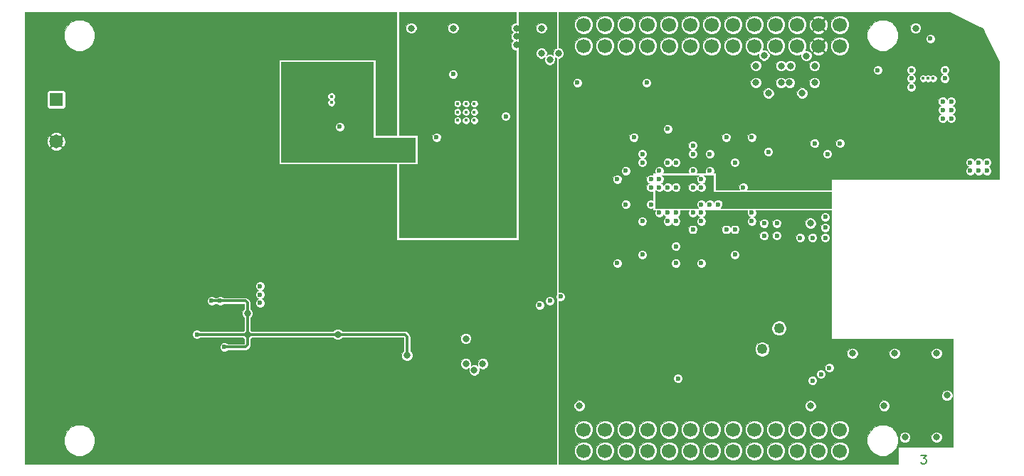
<source format=gbr>
G04 (created by PCBNEW (2013-mar-25)-stable) date Thursday, May 07, 2015 03:34:48 PM*
%MOIN*%
G04 Gerber Fmt 3.4, Leading zero omitted, Abs format*
%FSLAX34Y34*%
G01*
G70*
G90*
G04 APERTURE LIST*
%ADD10C,0.006*%
%ADD11C,0.00590551*%
%ADD12R,0.0649606X0.0649606*%
%ADD13C,0.0649606*%
%ADD14C,0.015748*%
%ADD15C,0.0669291*%
%ADD16C,0.023622*%
%ADD17C,0.0492126*%
%ADD18C,0.0314961*%
%ADD19C,0.011811*%
%ADD20C,0.00393701*%
G04 APERTURE END LIST*
G54D10*
G54D11*
X72112Y-49568D02*
X72356Y-49568D01*
X72225Y-49718D01*
X72281Y-49718D01*
X72319Y-49737D01*
X72337Y-49756D01*
X72356Y-49793D01*
X72356Y-49887D01*
X72337Y-49925D01*
X72319Y-49943D01*
X72281Y-49962D01*
X72169Y-49962D01*
X72131Y-49943D01*
X72112Y-49925D01*
G54D12*
X31594Y-32874D03*
G54D13*
X31594Y-34842D03*
G54D14*
X50787Y-33464D03*
X50393Y-33464D03*
X51181Y-33464D03*
X51181Y-33070D03*
X50787Y-33070D03*
X50393Y-33070D03*
X50393Y-33858D03*
X50787Y-33858D03*
X51181Y-33858D03*
X72440Y-31889D03*
X72677Y-31889D03*
X72204Y-31889D03*
X39173Y-43208D03*
X39566Y-43208D03*
X39173Y-43602D03*
X39566Y-43602D03*
X44488Y-32726D03*
X44488Y-33021D03*
G54D15*
X68305Y-48370D03*
X68305Y-49370D03*
X67305Y-48370D03*
X67305Y-49370D03*
X66305Y-48370D03*
X66305Y-49370D03*
X65305Y-48370D03*
X65305Y-49370D03*
X64305Y-48370D03*
X64305Y-49370D03*
X63305Y-48370D03*
X63305Y-49370D03*
X62305Y-48370D03*
X62305Y-49370D03*
X61305Y-48370D03*
X61305Y-49370D03*
X60305Y-48370D03*
X60305Y-49370D03*
X59305Y-48370D03*
X59305Y-49370D03*
X58305Y-48370D03*
X58305Y-49370D03*
X57305Y-48370D03*
X57305Y-49370D03*
X56305Y-48370D03*
X56305Y-49370D03*
X68305Y-29370D03*
X68305Y-30370D03*
X67305Y-29370D03*
X67305Y-30370D03*
X66305Y-29370D03*
X66305Y-30370D03*
X65305Y-29370D03*
X65305Y-30370D03*
X64305Y-29370D03*
X64305Y-30370D03*
X63305Y-29370D03*
X63305Y-30370D03*
X62305Y-29370D03*
X62305Y-30370D03*
X61305Y-29370D03*
X61305Y-30370D03*
X60305Y-29370D03*
X60305Y-30370D03*
X59305Y-29370D03*
X59305Y-30370D03*
X58305Y-29370D03*
X58305Y-30370D03*
X57305Y-29370D03*
X57305Y-30370D03*
X56305Y-29370D03*
X56305Y-30370D03*
G54D16*
X60236Y-35826D03*
G54D17*
X64665Y-44586D03*
X65452Y-43602D03*
G54D18*
X47933Y-35236D03*
G54D16*
X44094Y-34153D03*
X45275Y-34153D03*
X44586Y-31791D03*
X50196Y-31692D03*
X44881Y-34153D03*
X67421Y-45767D03*
X56003Y-32086D03*
X59251Y-32086D03*
X67814Y-45472D03*
X61811Y-36614D03*
X61417Y-35039D03*
X62204Y-35433D03*
X64173Y-38188D03*
X63385Y-38976D03*
X61811Y-37007D03*
X70078Y-31496D03*
X67125Y-34940D03*
X68307Y-34940D03*
X67716Y-35433D03*
X57874Y-36614D03*
X64960Y-35334D03*
X60629Y-37007D03*
X59842Y-38188D03*
X60629Y-38188D03*
X74803Y-35826D03*
X75196Y-36220D03*
X75196Y-35826D03*
X74803Y-36220D03*
X74409Y-35826D03*
X74409Y-36220D03*
X61417Y-38188D03*
X62204Y-37795D03*
X59842Y-36220D03*
X59448Y-36614D03*
X59842Y-37007D03*
X60629Y-36614D03*
X60629Y-37795D03*
X62204Y-36614D03*
X65255Y-37401D03*
X64763Y-37795D03*
X67716Y-37401D03*
X67027Y-37696D03*
X66141Y-37598D03*
X61417Y-36614D03*
X60236Y-37795D03*
G54D18*
X68405Y-32283D03*
X69783Y-32283D03*
X69094Y-31791D03*
G54D16*
X58661Y-37007D03*
X58661Y-35826D03*
X59842Y-39370D03*
X63779Y-35433D03*
X63779Y-39370D03*
X58661Y-39763D03*
X72736Y-46358D03*
X71456Y-45767D03*
X68700Y-46555D03*
X67421Y-44389D03*
X57381Y-37401D03*
X57381Y-39173D03*
X59842Y-41043D03*
X64074Y-41043D03*
X64960Y-35925D03*
X64173Y-33759D03*
X60629Y-33759D03*
X57381Y-34251D03*
X57874Y-34251D03*
X60629Y-34645D03*
X62204Y-34251D03*
X59842Y-35039D03*
X59055Y-37795D03*
X59842Y-40551D03*
X64173Y-40551D03*
X62598Y-39763D03*
X61417Y-39763D03*
X63385Y-38188D03*
X62204Y-35039D03*
X62598Y-35433D03*
X61417Y-35826D03*
X64173Y-36220D03*
X62598Y-36220D03*
X62598Y-36614D03*
X62992Y-36614D03*
X62598Y-37007D03*
X57874Y-38582D03*
X62204Y-38582D03*
X59448Y-38188D03*
X49862Y-32086D03*
X51673Y-30905D03*
G54D18*
X48917Y-35236D03*
G54D16*
X52657Y-36515D03*
X51279Y-36417D03*
G54D18*
X51574Y-30314D03*
G54D16*
X49311Y-34153D03*
X52657Y-33267D03*
G54D18*
X47834Y-37401D03*
X48031Y-44881D03*
X44783Y-43897D03*
G54D16*
X39468Y-44488D03*
X38188Y-43897D03*
G54D18*
X40551Y-43897D03*
X40551Y-42913D03*
G54D16*
X39271Y-42322D03*
X38877Y-42322D03*
G54D18*
X66732Y-30826D03*
X67125Y-31299D03*
X65984Y-31299D03*
X64763Y-30807D03*
X65551Y-31299D03*
X64370Y-31299D03*
X54330Y-30708D03*
X55118Y-30708D03*
X54724Y-31003D03*
X50787Y-45275D03*
X51574Y-45275D03*
X51181Y-45570D03*
X67125Y-32086D03*
X66535Y-32578D03*
X64370Y-32086D03*
X64960Y-32578D03*
X65944Y-32086D03*
X65551Y-32086D03*
X66929Y-38681D03*
X50787Y-44094D03*
X54330Y-29527D03*
G54D16*
X73523Y-33366D03*
X73523Y-33759D03*
X73129Y-33366D03*
X73523Y-32972D03*
X73129Y-33759D03*
X73129Y-32972D03*
X65354Y-38681D03*
X64763Y-39271D03*
X65354Y-39271D03*
X64763Y-38681D03*
X72539Y-30019D03*
X60629Y-40551D03*
X60728Y-45964D03*
X67027Y-46062D03*
X41141Y-41633D03*
X55216Y-42125D03*
X41141Y-42421D03*
X54232Y-42519D03*
G54D18*
X53149Y-29921D03*
X53149Y-30314D03*
X53149Y-29527D03*
X49606Y-44488D03*
X49606Y-44881D03*
X49606Y-44094D03*
X71850Y-29527D03*
X48228Y-29527D03*
X44291Y-29527D03*
X40354Y-29527D03*
X36417Y-29527D03*
X38385Y-29527D03*
X42322Y-29527D03*
X46259Y-29527D03*
X50196Y-29527D03*
X34448Y-29527D03*
X36417Y-29527D03*
X31496Y-30511D03*
X73326Y-46751D03*
X71358Y-48720D03*
X70374Y-47244D03*
X72834Y-44783D03*
X70866Y-44783D03*
X68897Y-44783D03*
X72834Y-48720D03*
X66929Y-47244D03*
X54133Y-49212D03*
X50196Y-49212D03*
X44291Y-49212D03*
X40354Y-49212D03*
X38385Y-49212D03*
X36417Y-49212D03*
X33464Y-47244D03*
X31496Y-47244D03*
X34448Y-49212D03*
X42322Y-49212D03*
X46259Y-49212D03*
X48228Y-49212D03*
X52165Y-49212D03*
X56102Y-47244D03*
X31496Y-39370D03*
X31496Y-37401D03*
G54D16*
X61417Y-37007D03*
G54D18*
X34251Y-34055D03*
X36122Y-43700D03*
X36909Y-43700D03*
X36122Y-42913D03*
X36909Y-42913D03*
G54D16*
X39074Y-44488D03*
X67618Y-38385D03*
X67618Y-38877D03*
X66437Y-39370D03*
X67618Y-39370D03*
X67027Y-39370D03*
X63385Y-40157D03*
X58661Y-34645D03*
X60629Y-35826D03*
X64173Y-34645D03*
X62992Y-34645D03*
X58267Y-36220D03*
X61417Y-36220D03*
X61417Y-35433D03*
X60236Y-37007D03*
X59055Y-40157D03*
X61811Y-40551D03*
X59448Y-37007D03*
X64173Y-38582D03*
X57874Y-40551D03*
X60629Y-39763D03*
X61811Y-37795D03*
X62598Y-37795D03*
G54D18*
X34251Y-42913D03*
X32677Y-42913D03*
X33464Y-42913D03*
X35039Y-42913D03*
X31496Y-42519D03*
X30708Y-42519D03*
X32283Y-42519D03*
X31496Y-44094D03*
X32283Y-44094D03*
X30708Y-44094D03*
X32677Y-43700D03*
X34251Y-43700D03*
X35039Y-43700D03*
X33464Y-43700D03*
G54D16*
X73228Y-31889D03*
X71653Y-31889D03*
X73228Y-31496D03*
X71653Y-31496D03*
X71653Y-32283D03*
X49409Y-34645D03*
G54D18*
X46259Y-46653D03*
G54D16*
X52657Y-33661D03*
X58267Y-37795D03*
X60236Y-34251D03*
X59055Y-35826D03*
X63385Y-35826D03*
X62204Y-36220D03*
X63779Y-37007D03*
X61417Y-38976D03*
X62992Y-38976D03*
X59055Y-38582D03*
X60629Y-38582D03*
X61811Y-38582D03*
X61811Y-38188D03*
X60236Y-38582D03*
X60236Y-38188D03*
X59842Y-36614D03*
X54724Y-42322D03*
X41141Y-42027D03*
X59055Y-35433D03*
X59448Y-37795D03*
G54D19*
X47933Y-43897D02*
X48031Y-43996D01*
X48031Y-44881D02*
X48031Y-43996D01*
X47933Y-43897D02*
X44783Y-43897D01*
X40551Y-43897D02*
X44783Y-43897D01*
X39468Y-44488D02*
X40452Y-44488D01*
X40452Y-44488D02*
X40551Y-44389D01*
X40551Y-44389D02*
X40551Y-43897D01*
X38188Y-43897D02*
X40551Y-43897D01*
X40551Y-42913D02*
X40551Y-43897D01*
X39271Y-42322D02*
X40452Y-42322D01*
X40452Y-42322D02*
X40551Y-42421D01*
X40551Y-42421D02*
X40551Y-42913D01*
X38877Y-42322D02*
X39271Y-42322D01*
G54D10*
G36*
X67893Y-37972D02*
X67716Y-37972D01*
X64173Y-37972D01*
X64130Y-37972D01*
X64130Y-37972D01*
X63385Y-37972D01*
X63342Y-37972D01*
X63342Y-37972D01*
X62727Y-37972D01*
X62781Y-37918D01*
X62814Y-37838D01*
X62814Y-37752D01*
X62782Y-37672D01*
X62721Y-37611D01*
X62641Y-37578D01*
X62555Y-37578D01*
X62475Y-37611D01*
X62414Y-37672D01*
X62401Y-37704D01*
X62388Y-37672D01*
X62327Y-37611D01*
X62247Y-37578D01*
X62161Y-37578D01*
X62082Y-37611D01*
X62021Y-37672D01*
X62007Y-37704D01*
X61994Y-37672D01*
X61933Y-37611D01*
X61854Y-37578D01*
X61768Y-37578D01*
X61688Y-37611D01*
X61627Y-37672D01*
X61594Y-37752D01*
X61594Y-37838D01*
X61627Y-37917D01*
X61681Y-37972D01*
X61417Y-37972D01*
X61374Y-37972D01*
X61374Y-37972D01*
X60629Y-37972D01*
X60587Y-37972D01*
X60586Y-37972D01*
X60236Y-37972D01*
X60193Y-37972D01*
X60193Y-37972D01*
X59842Y-37972D01*
X59799Y-37972D01*
X59799Y-37972D01*
X59665Y-37972D01*
X59665Y-37795D01*
X59665Y-37752D01*
X59665Y-37752D01*
X59665Y-37136D01*
X59719Y-37191D01*
X59799Y-37224D01*
X59885Y-37224D01*
X59965Y-37191D01*
X60025Y-37130D01*
X60039Y-37098D01*
X60052Y-37130D01*
X60113Y-37191D01*
X60192Y-37224D01*
X60279Y-37224D01*
X60358Y-37191D01*
X60419Y-37130D01*
X60433Y-37098D01*
X60446Y-37130D01*
X60507Y-37191D01*
X60586Y-37224D01*
X60672Y-37224D01*
X60752Y-37191D01*
X60813Y-37130D01*
X60846Y-37051D01*
X60846Y-36964D01*
X60813Y-36885D01*
X60752Y-36824D01*
X60673Y-36791D01*
X60587Y-36791D01*
X60507Y-36824D01*
X60446Y-36885D01*
X60433Y-36917D01*
X60419Y-36885D01*
X60359Y-36824D01*
X60279Y-36791D01*
X60193Y-36791D01*
X60113Y-36824D01*
X60052Y-36885D01*
X60039Y-36917D01*
X60026Y-36885D01*
X59965Y-36824D01*
X59933Y-36811D01*
X59965Y-36797D01*
X60025Y-36736D01*
X60059Y-36657D01*
X60059Y-36571D01*
X60026Y-36491D01*
X59971Y-36437D01*
X61417Y-36437D01*
X61460Y-36437D01*
X61460Y-36437D01*
X61682Y-36437D01*
X61627Y-36491D01*
X61594Y-36570D01*
X61594Y-36657D01*
X61627Y-36736D01*
X61688Y-36797D01*
X61720Y-36811D01*
X61688Y-36824D01*
X61627Y-36885D01*
X61614Y-36917D01*
X61600Y-36885D01*
X61540Y-36824D01*
X61460Y-36791D01*
X61374Y-36791D01*
X61294Y-36824D01*
X61233Y-36885D01*
X61200Y-36964D01*
X61200Y-37050D01*
X61233Y-37130D01*
X61294Y-37191D01*
X61374Y-37224D01*
X61460Y-37224D01*
X61539Y-37191D01*
X61600Y-37130D01*
X61614Y-37098D01*
X61627Y-37130D01*
X61688Y-37191D01*
X61767Y-37224D01*
X61853Y-37224D01*
X61933Y-37191D01*
X61994Y-37130D01*
X62027Y-37051D01*
X62027Y-36964D01*
X61994Y-36885D01*
X61933Y-36824D01*
X61901Y-36811D01*
X61933Y-36797D01*
X61994Y-36736D01*
X62027Y-36657D01*
X62027Y-36571D01*
X61994Y-36491D01*
X61940Y-36437D01*
X62204Y-36437D01*
X62247Y-36437D01*
X62247Y-36437D01*
X62381Y-36437D01*
X62381Y-36614D01*
X62381Y-36657D01*
X62381Y-36657D01*
X62381Y-37007D01*
X62381Y-37050D01*
X62381Y-37050D01*
X62381Y-37224D01*
X62598Y-37224D01*
X62641Y-37224D01*
X62641Y-37224D01*
X63779Y-37224D01*
X63822Y-37224D01*
X63822Y-37224D01*
X67893Y-37224D01*
X67893Y-37972D01*
X67893Y-37972D01*
G37*
G54D20*
X67893Y-37972D02*
X67716Y-37972D01*
X64173Y-37972D01*
X64130Y-37972D01*
X64130Y-37972D01*
X63385Y-37972D01*
X63342Y-37972D01*
X63342Y-37972D01*
X62727Y-37972D01*
X62781Y-37918D01*
X62814Y-37838D01*
X62814Y-37752D01*
X62782Y-37672D01*
X62721Y-37611D01*
X62641Y-37578D01*
X62555Y-37578D01*
X62475Y-37611D01*
X62414Y-37672D01*
X62401Y-37704D01*
X62388Y-37672D01*
X62327Y-37611D01*
X62247Y-37578D01*
X62161Y-37578D01*
X62082Y-37611D01*
X62021Y-37672D01*
X62007Y-37704D01*
X61994Y-37672D01*
X61933Y-37611D01*
X61854Y-37578D01*
X61768Y-37578D01*
X61688Y-37611D01*
X61627Y-37672D01*
X61594Y-37752D01*
X61594Y-37838D01*
X61627Y-37917D01*
X61681Y-37972D01*
X61417Y-37972D01*
X61374Y-37972D01*
X61374Y-37972D01*
X60629Y-37972D01*
X60587Y-37972D01*
X60586Y-37972D01*
X60236Y-37972D01*
X60193Y-37972D01*
X60193Y-37972D01*
X59842Y-37972D01*
X59799Y-37972D01*
X59799Y-37972D01*
X59665Y-37972D01*
X59665Y-37795D01*
X59665Y-37752D01*
X59665Y-37752D01*
X59665Y-37136D01*
X59719Y-37191D01*
X59799Y-37224D01*
X59885Y-37224D01*
X59965Y-37191D01*
X60025Y-37130D01*
X60039Y-37098D01*
X60052Y-37130D01*
X60113Y-37191D01*
X60192Y-37224D01*
X60279Y-37224D01*
X60358Y-37191D01*
X60419Y-37130D01*
X60433Y-37098D01*
X60446Y-37130D01*
X60507Y-37191D01*
X60586Y-37224D01*
X60672Y-37224D01*
X60752Y-37191D01*
X60813Y-37130D01*
X60846Y-37051D01*
X60846Y-36964D01*
X60813Y-36885D01*
X60752Y-36824D01*
X60673Y-36791D01*
X60587Y-36791D01*
X60507Y-36824D01*
X60446Y-36885D01*
X60433Y-36917D01*
X60419Y-36885D01*
X60359Y-36824D01*
X60279Y-36791D01*
X60193Y-36791D01*
X60113Y-36824D01*
X60052Y-36885D01*
X60039Y-36917D01*
X60026Y-36885D01*
X59965Y-36824D01*
X59933Y-36811D01*
X59965Y-36797D01*
X60025Y-36736D01*
X60059Y-36657D01*
X60059Y-36571D01*
X60026Y-36491D01*
X59971Y-36437D01*
X61417Y-36437D01*
X61460Y-36437D01*
X61460Y-36437D01*
X61682Y-36437D01*
X61627Y-36491D01*
X61594Y-36570D01*
X61594Y-36657D01*
X61627Y-36736D01*
X61688Y-36797D01*
X61720Y-36811D01*
X61688Y-36824D01*
X61627Y-36885D01*
X61614Y-36917D01*
X61600Y-36885D01*
X61540Y-36824D01*
X61460Y-36791D01*
X61374Y-36791D01*
X61294Y-36824D01*
X61233Y-36885D01*
X61200Y-36964D01*
X61200Y-37050D01*
X61233Y-37130D01*
X61294Y-37191D01*
X61374Y-37224D01*
X61460Y-37224D01*
X61539Y-37191D01*
X61600Y-37130D01*
X61614Y-37098D01*
X61627Y-37130D01*
X61688Y-37191D01*
X61767Y-37224D01*
X61853Y-37224D01*
X61933Y-37191D01*
X61994Y-37130D01*
X62027Y-37051D01*
X62027Y-36964D01*
X61994Y-36885D01*
X61933Y-36824D01*
X61901Y-36811D01*
X61933Y-36797D01*
X61994Y-36736D01*
X62027Y-36657D01*
X62027Y-36571D01*
X61994Y-36491D01*
X61940Y-36437D01*
X62204Y-36437D01*
X62247Y-36437D01*
X62247Y-36437D01*
X62381Y-36437D01*
X62381Y-36614D01*
X62381Y-36657D01*
X62381Y-36657D01*
X62381Y-37007D01*
X62381Y-37050D01*
X62381Y-37050D01*
X62381Y-37224D01*
X62598Y-37224D01*
X62641Y-37224D01*
X62641Y-37224D01*
X63779Y-37224D01*
X63822Y-37224D01*
X63822Y-37224D01*
X67893Y-37224D01*
X67893Y-37972D01*
G54D10*
G36*
X48405Y-35807D02*
X45098Y-35807D01*
X45098Y-34110D01*
X45065Y-34031D01*
X45004Y-33970D01*
X44925Y-33937D01*
X44839Y-33936D01*
X44759Y-33969D01*
X44698Y-34030D01*
X44665Y-34110D01*
X44665Y-34118D01*
X44665Y-32986D01*
X44638Y-32921D01*
X44591Y-32873D01*
X44638Y-32826D01*
X44665Y-32761D01*
X44665Y-32691D01*
X44638Y-32626D01*
X44588Y-32576D01*
X44523Y-32549D01*
X44453Y-32549D01*
X44387Y-32576D01*
X44338Y-32625D01*
X44311Y-32690D01*
X44310Y-32761D01*
X44337Y-32826D01*
X44385Y-32874D01*
X44338Y-32921D01*
X44311Y-32986D01*
X44310Y-33056D01*
X44337Y-33121D01*
X44387Y-33171D01*
X44452Y-33198D01*
X44523Y-33198D01*
X44588Y-33171D01*
X44638Y-33122D01*
X44665Y-33057D01*
X44665Y-32986D01*
X44665Y-34118D01*
X44665Y-34196D01*
X44698Y-34276D01*
X44759Y-34337D01*
X44838Y-34370D01*
X44924Y-34370D01*
X45004Y-34337D01*
X45065Y-34276D01*
X45098Y-34196D01*
X45098Y-34110D01*
X45098Y-35807D01*
X42145Y-35807D01*
X42145Y-31122D01*
X46437Y-31122D01*
X46437Y-34665D01*
X48405Y-34665D01*
X48405Y-35807D01*
X48405Y-35807D01*
G37*
G54D20*
X48405Y-35807D02*
X45098Y-35807D01*
X45098Y-34110D01*
X45065Y-34031D01*
X45004Y-33970D01*
X44925Y-33937D01*
X44839Y-33936D01*
X44759Y-33969D01*
X44698Y-34030D01*
X44665Y-34110D01*
X44665Y-34118D01*
X44665Y-32986D01*
X44638Y-32921D01*
X44591Y-32873D01*
X44638Y-32826D01*
X44665Y-32761D01*
X44665Y-32691D01*
X44638Y-32626D01*
X44588Y-32576D01*
X44523Y-32549D01*
X44453Y-32549D01*
X44387Y-32576D01*
X44338Y-32625D01*
X44311Y-32690D01*
X44310Y-32761D01*
X44337Y-32826D01*
X44385Y-32874D01*
X44338Y-32921D01*
X44311Y-32986D01*
X44310Y-33056D01*
X44337Y-33121D01*
X44387Y-33171D01*
X44452Y-33198D01*
X44523Y-33198D01*
X44588Y-33171D01*
X44638Y-33122D01*
X44665Y-33057D01*
X44665Y-32986D01*
X44665Y-34118D01*
X44665Y-34196D01*
X44698Y-34276D01*
X44759Y-34337D01*
X44838Y-34370D01*
X44924Y-34370D01*
X45004Y-34337D01*
X45065Y-34276D01*
X45098Y-34196D01*
X45098Y-34110D01*
X45098Y-35807D01*
X42145Y-35807D01*
X42145Y-31122D01*
X46437Y-31122D01*
X46437Y-34665D01*
X48405Y-34665D01*
X48405Y-35807D01*
G54D10*
G36*
X53129Y-39350D02*
X52874Y-39350D01*
X52874Y-33618D01*
X52841Y-33538D01*
X52780Y-33477D01*
X52700Y-33444D01*
X52614Y-33444D01*
X52534Y-33477D01*
X52474Y-33538D01*
X52440Y-33618D01*
X52440Y-33704D01*
X52473Y-33783D01*
X52534Y-33844D01*
X52614Y-33877D01*
X52700Y-33877D01*
X52779Y-33845D01*
X52840Y-33784D01*
X52873Y-33704D01*
X52874Y-33618D01*
X52874Y-39350D01*
X51358Y-39350D01*
X51358Y-33823D01*
X51358Y-33429D01*
X51358Y-33035D01*
X51331Y-32970D01*
X51281Y-32920D01*
X51216Y-32893D01*
X51146Y-32893D01*
X51080Y-32920D01*
X51030Y-32970D01*
X51003Y-33035D01*
X51003Y-33105D01*
X51030Y-33171D01*
X51080Y-33220D01*
X51145Y-33248D01*
X51216Y-33248D01*
X51281Y-33221D01*
X51331Y-33171D01*
X51358Y-33106D01*
X51358Y-33035D01*
X51358Y-33429D01*
X51331Y-33364D01*
X51281Y-33314D01*
X51216Y-33287D01*
X51146Y-33287D01*
X51080Y-33314D01*
X51030Y-33364D01*
X51003Y-33429D01*
X51003Y-33499D01*
X51030Y-33564D01*
X51080Y-33614D01*
X51145Y-33641D01*
X51216Y-33641D01*
X51281Y-33614D01*
X51331Y-33565D01*
X51358Y-33499D01*
X51358Y-33429D01*
X51358Y-33823D01*
X51331Y-33758D01*
X51281Y-33708D01*
X51216Y-33681D01*
X51146Y-33681D01*
X51080Y-33707D01*
X51030Y-33757D01*
X51003Y-33822D01*
X51003Y-33893D01*
X51030Y-33958D01*
X51080Y-34008D01*
X51145Y-34035D01*
X51216Y-34035D01*
X51281Y-34008D01*
X51331Y-33958D01*
X51358Y-33893D01*
X51358Y-33823D01*
X51358Y-39350D01*
X50964Y-39350D01*
X50964Y-33823D01*
X50964Y-33429D01*
X50964Y-33035D01*
X50937Y-32970D01*
X50887Y-32920D01*
X50822Y-32893D01*
X50752Y-32893D01*
X50687Y-32920D01*
X50637Y-32970D01*
X50610Y-33035D01*
X50610Y-33105D01*
X50637Y-33171D01*
X50686Y-33220D01*
X50752Y-33248D01*
X50822Y-33248D01*
X50887Y-33221D01*
X50937Y-33171D01*
X50964Y-33106D01*
X50964Y-33035D01*
X50964Y-33429D01*
X50937Y-33364D01*
X50887Y-33314D01*
X50822Y-33287D01*
X50752Y-33287D01*
X50687Y-33314D01*
X50637Y-33364D01*
X50610Y-33429D01*
X50610Y-33499D01*
X50637Y-33564D01*
X50686Y-33614D01*
X50752Y-33641D01*
X50822Y-33641D01*
X50887Y-33614D01*
X50937Y-33565D01*
X50964Y-33499D01*
X50964Y-33429D01*
X50964Y-33823D01*
X50937Y-33758D01*
X50887Y-33708D01*
X50822Y-33681D01*
X50752Y-33681D01*
X50687Y-33707D01*
X50637Y-33757D01*
X50610Y-33822D01*
X50610Y-33893D01*
X50637Y-33958D01*
X50686Y-34008D01*
X50752Y-34035D01*
X50822Y-34035D01*
X50887Y-34008D01*
X50937Y-33958D01*
X50964Y-33893D01*
X50964Y-33823D01*
X50964Y-39350D01*
X50570Y-39350D01*
X50570Y-33823D01*
X50570Y-33429D01*
X50570Y-33035D01*
X50543Y-32970D01*
X50494Y-32920D01*
X50452Y-32903D01*
X50452Y-29476D01*
X50413Y-29382D01*
X50341Y-29310D01*
X50247Y-29271D01*
X50146Y-29271D01*
X50052Y-29310D01*
X49980Y-29382D01*
X49940Y-29476D01*
X49940Y-29578D01*
X49979Y-29672D01*
X50051Y-29744D01*
X50145Y-29783D01*
X50247Y-29783D01*
X50341Y-29744D01*
X50413Y-29672D01*
X50452Y-29578D01*
X50452Y-29476D01*
X50452Y-32903D01*
X50429Y-32893D01*
X50413Y-32893D01*
X50413Y-31650D01*
X50380Y-31570D01*
X50319Y-31509D01*
X50240Y-31476D01*
X50153Y-31476D01*
X50074Y-31509D01*
X50013Y-31570D01*
X49980Y-31649D01*
X49980Y-31735D01*
X50013Y-31815D01*
X50074Y-31876D01*
X50153Y-31909D01*
X50239Y-31909D01*
X50319Y-31876D01*
X50380Y-31815D01*
X50413Y-31736D01*
X50413Y-31650D01*
X50413Y-32893D01*
X50358Y-32893D01*
X50293Y-32920D01*
X50243Y-32970D01*
X50216Y-33035D01*
X50216Y-33105D01*
X50243Y-33171D01*
X50293Y-33220D01*
X50358Y-33248D01*
X50428Y-33248D01*
X50493Y-33221D01*
X50543Y-33171D01*
X50570Y-33106D01*
X50570Y-33035D01*
X50570Y-33429D01*
X50543Y-33364D01*
X50494Y-33314D01*
X50429Y-33287D01*
X50358Y-33287D01*
X50293Y-33314D01*
X50243Y-33364D01*
X50216Y-33429D01*
X50216Y-33499D01*
X50243Y-33564D01*
X50293Y-33614D01*
X50358Y-33641D01*
X50428Y-33641D01*
X50493Y-33614D01*
X50543Y-33565D01*
X50570Y-33499D01*
X50570Y-33429D01*
X50570Y-33823D01*
X50543Y-33758D01*
X50494Y-33708D01*
X50429Y-33681D01*
X50358Y-33681D01*
X50293Y-33707D01*
X50243Y-33757D01*
X50216Y-33822D01*
X50216Y-33893D01*
X50243Y-33958D01*
X50293Y-34008D01*
X50358Y-34035D01*
X50428Y-34035D01*
X50493Y-34008D01*
X50543Y-33958D01*
X50570Y-33893D01*
X50570Y-33823D01*
X50570Y-39350D01*
X49626Y-39350D01*
X49626Y-34602D01*
X49593Y-34523D01*
X49532Y-34462D01*
X49452Y-34429D01*
X49366Y-34429D01*
X49286Y-34461D01*
X49225Y-34522D01*
X49192Y-34602D01*
X49192Y-34688D01*
X49225Y-34768D01*
X49286Y-34829D01*
X49366Y-34862D01*
X49452Y-34862D01*
X49531Y-34829D01*
X49592Y-34768D01*
X49625Y-34688D01*
X49626Y-34602D01*
X49626Y-39350D01*
X47657Y-39350D01*
X47657Y-35925D01*
X48523Y-35925D01*
X48523Y-34547D01*
X48484Y-34547D01*
X48484Y-29476D01*
X48445Y-29382D01*
X48373Y-29310D01*
X48279Y-29271D01*
X48177Y-29271D01*
X48083Y-29310D01*
X48011Y-29382D01*
X47972Y-29476D01*
X47972Y-29578D01*
X48011Y-29672D01*
X48083Y-29744D01*
X48177Y-29783D01*
X48279Y-29783D01*
X48373Y-29744D01*
X48445Y-29672D01*
X48484Y-29578D01*
X48484Y-29476D01*
X48484Y-34547D01*
X47657Y-34547D01*
X47657Y-28759D01*
X53129Y-28759D01*
X53129Y-29271D01*
X53098Y-29271D01*
X53004Y-29310D01*
X52932Y-29382D01*
X52893Y-29476D01*
X52893Y-29578D01*
X52932Y-29672D01*
X52984Y-29724D01*
X52932Y-29776D01*
X52893Y-29870D01*
X52893Y-29971D01*
X52932Y-30066D01*
X52984Y-30118D01*
X52932Y-30169D01*
X52893Y-30263D01*
X52893Y-30365D01*
X52932Y-30459D01*
X53004Y-30531D01*
X53098Y-30570D01*
X53129Y-30570D01*
X53129Y-39350D01*
X53129Y-39350D01*
G37*
G54D20*
X53129Y-39350D02*
X52874Y-39350D01*
X52874Y-33618D01*
X52841Y-33538D01*
X52780Y-33477D01*
X52700Y-33444D01*
X52614Y-33444D01*
X52534Y-33477D01*
X52474Y-33538D01*
X52440Y-33618D01*
X52440Y-33704D01*
X52473Y-33783D01*
X52534Y-33844D01*
X52614Y-33877D01*
X52700Y-33877D01*
X52779Y-33845D01*
X52840Y-33784D01*
X52873Y-33704D01*
X52874Y-33618D01*
X52874Y-39350D01*
X51358Y-39350D01*
X51358Y-33823D01*
X51358Y-33429D01*
X51358Y-33035D01*
X51331Y-32970D01*
X51281Y-32920D01*
X51216Y-32893D01*
X51146Y-32893D01*
X51080Y-32920D01*
X51030Y-32970D01*
X51003Y-33035D01*
X51003Y-33105D01*
X51030Y-33171D01*
X51080Y-33220D01*
X51145Y-33248D01*
X51216Y-33248D01*
X51281Y-33221D01*
X51331Y-33171D01*
X51358Y-33106D01*
X51358Y-33035D01*
X51358Y-33429D01*
X51331Y-33364D01*
X51281Y-33314D01*
X51216Y-33287D01*
X51146Y-33287D01*
X51080Y-33314D01*
X51030Y-33364D01*
X51003Y-33429D01*
X51003Y-33499D01*
X51030Y-33564D01*
X51080Y-33614D01*
X51145Y-33641D01*
X51216Y-33641D01*
X51281Y-33614D01*
X51331Y-33565D01*
X51358Y-33499D01*
X51358Y-33429D01*
X51358Y-33823D01*
X51331Y-33758D01*
X51281Y-33708D01*
X51216Y-33681D01*
X51146Y-33681D01*
X51080Y-33707D01*
X51030Y-33757D01*
X51003Y-33822D01*
X51003Y-33893D01*
X51030Y-33958D01*
X51080Y-34008D01*
X51145Y-34035D01*
X51216Y-34035D01*
X51281Y-34008D01*
X51331Y-33958D01*
X51358Y-33893D01*
X51358Y-33823D01*
X51358Y-39350D01*
X50964Y-39350D01*
X50964Y-33823D01*
X50964Y-33429D01*
X50964Y-33035D01*
X50937Y-32970D01*
X50887Y-32920D01*
X50822Y-32893D01*
X50752Y-32893D01*
X50687Y-32920D01*
X50637Y-32970D01*
X50610Y-33035D01*
X50610Y-33105D01*
X50637Y-33171D01*
X50686Y-33220D01*
X50752Y-33248D01*
X50822Y-33248D01*
X50887Y-33221D01*
X50937Y-33171D01*
X50964Y-33106D01*
X50964Y-33035D01*
X50964Y-33429D01*
X50937Y-33364D01*
X50887Y-33314D01*
X50822Y-33287D01*
X50752Y-33287D01*
X50687Y-33314D01*
X50637Y-33364D01*
X50610Y-33429D01*
X50610Y-33499D01*
X50637Y-33564D01*
X50686Y-33614D01*
X50752Y-33641D01*
X50822Y-33641D01*
X50887Y-33614D01*
X50937Y-33565D01*
X50964Y-33499D01*
X50964Y-33429D01*
X50964Y-33823D01*
X50937Y-33758D01*
X50887Y-33708D01*
X50822Y-33681D01*
X50752Y-33681D01*
X50687Y-33707D01*
X50637Y-33757D01*
X50610Y-33822D01*
X50610Y-33893D01*
X50637Y-33958D01*
X50686Y-34008D01*
X50752Y-34035D01*
X50822Y-34035D01*
X50887Y-34008D01*
X50937Y-33958D01*
X50964Y-33893D01*
X50964Y-33823D01*
X50964Y-39350D01*
X50570Y-39350D01*
X50570Y-33823D01*
X50570Y-33429D01*
X50570Y-33035D01*
X50543Y-32970D01*
X50494Y-32920D01*
X50452Y-32903D01*
X50452Y-29476D01*
X50413Y-29382D01*
X50341Y-29310D01*
X50247Y-29271D01*
X50146Y-29271D01*
X50052Y-29310D01*
X49980Y-29382D01*
X49940Y-29476D01*
X49940Y-29578D01*
X49979Y-29672D01*
X50051Y-29744D01*
X50145Y-29783D01*
X50247Y-29783D01*
X50341Y-29744D01*
X50413Y-29672D01*
X50452Y-29578D01*
X50452Y-29476D01*
X50452Y-32903D01*
X50429Y-32893D01*
X50413Y-32893D01*
X50413Y-31650D01*
X50380Y-31570D01*
X50319Y-31509D01*
X50240Y-31476D01*
X50153Y-31476D01*
X50074Y-31509D01*
X50013Y-31570D01*
X49980Y-31649D01*
X49980Y-31735D01*
X50013Y-31815D01*
X50074Y-31876D01*
X50153Y-31909D01*
X50239Y-31909D01*
X50319Y-31876D01*
X50380Y-31815D01*
X50413Y-31736D01*
X50413Y-31650D01*
X50413Y-32893D01*
X50358Y-32893D01*
X50293Y-32920D01*
X50243Y-32970D01*
X50216Y-33035D01*
X50216Y-33105D01*
X50243Y-33171D01*
X50293Y-33220D01*
X50358Y-33248D01*
X50428Y-33248D01*
X50493Y-33221D01*
X50543Y-33171D01*
X50570Y-33106D01*
X50570Y-33035D01*
X50570Y-33429D01*
X50543Y-33364D01*
X50494Y-33314D01*
X50429Y-33287D01*
X50358Y-33287D01*
X50293Y-33314D01*
X50243Y-33364D01*
X50216Y-33429D01*
X50216Y-33499D01*
X50243Y-33564D01*
X50293Y-33614D01*
X50358Y-33641D01*
X50428Y-33641D01*
X50493Y-33614D01*
X50543Y-33565D01*
X50570Y-33499D01*
X50570Y-33429D01*
X50570Y-33823D01*
X50543Y-33758D01*
X50494Y-33708D01*
X50429Y-33681D01*
X50358Y-33681D01*
X50293Y-33707D01*
X50243Y-33757D01*
X50216Y-33822D01*
X50216Y-33893D01*
X50243Y-33958D01*
X50293Y-34008D01*
X50358Y-34035D01*
X50428Y-34035D01*
X50493Y-34008D01*
X50543Y-33958D01*
X50570Y-33893D01*
X50570Y-33823D01*
X50570Y-39350D01*
X49626Y-39350D01*
X49626Y-34602D01*
X49593Y-34523D01*
X49532Y-34462D01*
X49452Y-34429D01*
X49366Y-34429D01*
X49286Y-34461D01*
X49225Y-34522D01*
X49192Y-34602D01*
X49192Y-34688D01*
X49225Y-34768D01*
X49286Y-34829D01*
X49366Y-34862D01*
X49452Y-34862D01*
X49531Y-34829D01*
X49592Y-34768D01*
X49625Y-34688D01*
X49626Y-34602D01*
X49626Y-39350D01*
X47657Y-39350D01*
X47657Y-35925D01*
X48523Y-35925D01*
X48523Y-34547D01*
X48484Y-34547D01*
X48484Y-29476D01*
X48445Y-29382D01*
X48373Y-29310D01*
X48279Y-29271D01*
X48177Y-29271D01*
X48083Y-29310D01*
X48011Y-29382D01*
X47972Y-29476D01*
X47972Y-29578D01*
X48011Y-29672D01*
X48083Y-29744D01*
X48177Y-29783D01*
X48279Y-29783D01*
X48373Y-29744D01*
X48445Y-29672D01*
X48484Y-29578D01*
X48484Y-29476D01*
X48484Y-34547D01*
X47657Y-34547D01*
X47657Y-28759D01*
X53129Y-28759D01*
X53129Y-29271D01*
X53098Y-29271D01*
X53004Y-29310D01*
X52932Y-29382D01*
X52893Y-29476D01*
X52893Y-29578D01*
X52932Y-29672D01*
X52984Y-29724D01*
X52932Y-29776D01*
X52893Y-29870D01*
X52893Y-29971D01*
X52932Y-30066D01*
X52984Y-30118D01*
X52932Y-30169D01*
X52893Y-30263D01*
X52893Y-30365D01*
X52932Y-30459D01*
X53004Y-30531D01*
X53098Y-30570D01*
X53129Y-30570D01*
X53129Y-39350D01*
G54D10*
G36*
X75767Y-36594D02*
X75413Y-36594D01*
X75413Y-36177D01*
X75380Y-36097D01*
X75319Y-36037D01*
X75287Y-36023D01*
X75319Y-36010D01*
X75380Y-35949D01*
X75413Y-35870D01*
X75413Y-35783D01*
X75380Y-35704D01*
X75319Y-35643D01*
X75240Y-35610D01*
X75153Y-35610D01*
X75074Y-35643D01*
X75013Y-35703D01*
X75000Y-35736D01*
X74986Y-35704D01*
X74925Y-35643D01*
X74846Y-35610D01*
X74760Y-35610D01*
X74680Y-35643D01*
X74619Y-35703D01*
X74606Y-35736D01*
X74593Y-35704D01*
X74532Y-35643D01*
X74452Y-35610D01*
X74366Y-35610D01*
X74286Y-35643D01*
X74225Y-35703D01*
X74192Y-35783D01*
X74192Y-35869D01*
X74225Y-35949D01*
X74286Y-36010D01*
X74318Y-36023D01*
X74286Y-36036D01*
X74225Y-36097D01*
X74192Y-36177D01*
X74192Y-36263D01*
X74225Y-36342D01*
X74286Y-36403D01*
X74366Y-36436D01*
X74452Y-36437D01*
X74531Y-36404D01*
X74592Y-36343D01*
X74606Y-36311D01*
X74619Y-36342D01*
X74680Y-36403D01*
X74759Y-36436D01*
X74846Y-36437D01*
X74925Y-36404D01*
X74986Y-36343D01*
X74999Y-36311D01*
X75013Y-36342D01*
X75074Y-36403D01*
X75153Y-36436D01*
X75239Y-36437D01*
X75319Y-36404D01*
X75380Y-36343D01*
X75413Y-36263D01*
X75413Y-36177D01*
X75413Y-36594D01*
X73740Y-36594D01*
X73740Y-33716D01*
X73707Y-33637D01*
X73646Y-33576D01*
X73614Y-33563D01*
X73646Y-33549D01*
X73707Y-33488D01*
X73740Y-33409D01*
X73740Y-33323D01*
X73707Y-33243D01*
X73646Y-33182D01*
X73614Y-33169D01*
X73646Y-33156D01*
X73707Y-33095D01*
X73740Y-33015D01*
X73740Y-32929D01*
X73707Y-32849D01*
X73646Y-32788D01*
X73566Y-32755D01*
X73480Y-32755D01*
X73444Y-32770D01*
X73444Y-31846D01*
X73412Y-31767D01*
X73351Y-31706D01*
X73318Y-31692D01*
X73350Y-31679D01*
X73411Y-31618D01*
X73444Y-31539D01*
X73444Y-31453D01*
X73412Y-31373D01*
X73351Y-31312D01*
X73271Y-31279D01*
X73185Y-31279D01*
X73105Y-31312D01*
X73044Y-31373D01*
X73011Y-31452D01*
X73011Y-31538D01*
X73044Y-31618D01*
X73105Y-31679D01*
X73137Y-31692D01*
X73105Y-31706D01*
X73044Y-31766D01*
X73011Y-31846D01*
X73011Y-31932D01*
X73044Y-32012D01*
X73105Y-32073D01*
X73185Y-32106D01*
X73271Y-32106D01*
X73350Y-32073D01*
X73411Y-32012D01*
X73444Y-31933D01*
X73444Y-31846D01*
X73444Y-32770D01*
X73401Y-32788D01*
X73340Y-32849D01*
X73326Y-32881D01*
X73313Y-32849D01*
X73252Y-32788D01*
X73173Y-32755D01*
X73087Y-32755D01*
X73007Y-32788D01*
X72946Y-32849D01*
X72913Y-32929D01*
X72913Y-33015D01*
X72946Y-33094D01*
X73007Y-33155D01*
X73039Y-33169D01*
X73007Y-33182D01*
X72946Y-33243D01*
X72913Y-33322D01*
X72913Y-33409D01*
X72946Y-33488D01*
X73007Y-33549D01*
X73039Y-33562D01*
X73007Y-33576D01*
X72946Y-33637D01*
X72913Y-33716D01*
X72913Y-33802D01*
X72946Y-33882D01*
X73007Y-33943D01*
X73086Y-33976D01*
X73172Y-33976D01*
X73252Y-33943D01*
X73313Y-33882D01*
X73326Y-33850D01*
X73339Y-33882D01*
X73400Y-33943D01*
X73480Y-33976D01*
X73566Y-33976D01*
X73646Y-33943D01*
X73707Y-33882D01*
X73740Y-33803D01*
X73740Y-33716D01*
X73740Y-36594D01*
X72854Y-36594D01*
X72854Y-31854D01*
X72827Y-31789D01*
X72777Y-31739D01*
X72755Y-31730D01*
X72755Y-29976D01*
X72723Y-29897D01*
X72662Y-29836D01*
X72582Y-29803D01*
X72496Y-29803D01*
X72416Y-29836D01*
X72355Y-29896D01*
X72322Y-29976D01*
X72322Y-30062D01*
X72355Y-30142D01*
X72416Y-30203D01*
X72496Y-30236D01*
X72582Y-30236D01*
X72661Y-30203D01*
X72722Y-30142D01*
X72755Y-30062D01*
X72755Y-29976D01*
X72755Y-31730D01*
X72712Y-31712D01*
X72642Y-31712D01*
X72576Y-31739D01*
X72559Y-31757D01*
X72541Y-31739D01*
X72476Y-31712D01*
X72405Y-31712D01*
X72340Y-31739D01*
X72322Y-31757D01*
X72305Y-31739D01*
X72240Y-31712D01*
X72169Y-31712D01*
X72106Y-31738D01*
X72106Y-29476D01*
X72067Y-29382D01*
X71995Y-29310D01*
X71901Y-29271D01*
X71799Y-29271D01*
X71705Y-29310D01*
X71633Y-29382D01*
X71594Y-29476D01*
X71594Y-29578D01*
X71633Y-29672D01*
X71705Y-29744D01*
X71799Y-29783D01*
X71901Y-29783D01*
X71995Y-29744D01*
X72067Y-29672D01*
X72106Y-29578D01*
X72106Y-29476D01*
X72106Y-31738D01*
X72104Y-31739D01*
X72054Y-31789D01*
X72027Y-31854D01*
X72027Y-31924D01*
X72054Y-31989D01*
X72104Y-32039D01*
X72169Y-32066D01*
X72239Y-32066D01*
X72304Y-32040D01*
X72322Y-32022D01*
X72340Y-32039D01*
X72405Y-32066D01*
X72476Y-32066D01*
X72541Y-32040D01*
X72559Y-32022D01*
X72576Y-32039D01*
X72641Y-32066D01*
X72712Y-32066D01*
X72777Y-32040D01*
X72827Y-31990D01*
X72854Y-31925D01*
X72854Y-31854D01*
X72854Y-36594D01*
X71870Y-36594D01*
X71870Y-32240D01*
X71837Y-32160D01*
X71776Y-32100D01*
X71744Y-32086D01*
X71776Y-32073D01*
X71837Y-32012D01*
X71870Y-31933D01*
X71870Y-31846D01*
X71837Y-31767D01*
X71776Y-31706D01*
X71744Y-31692D01*
X71776Y-31679D01*
X71837Y-31618D01*
X71870Y-31539D01*
X71870Y-31453D01*
X71837Y-31373D01*
X71776Y-31312D01*
X71696Y-31279D01*
X71610Y-31279D01*
X71531Y-31312D01*
X71470Y-31373D01*
X71437Y-31452D01*
X71436Y-31538D01*
X71469Y-31618D01*
X71530Y-31679D01*
X71562Y-31692D01*
X71531Y-31706D01*
X71470Y-31766D01*
X71437Y-31846D01*
X71436Y-31932D01*
X71469Y-32012D01*
X71530Y-32073D01*
X71562Y-32086D01*
X71531Y-32099D01*
X71470Y-32160D01*
X71437Y-32240D01*
X71436Y-32326D01*
X71469Y-32405D01*
X71530Y-32466D01*
X71610Y-32499D01*
X71696Y-32500D01*
X71776Y-32467D01*
X71837Y-32406D01*
X71870Y-32326D01*
X71870Y-32240D01*
X71870Y-36594D01*
X71028Y-36594D01*
X71028Y-29726D01*
X70918Y-29460D01*
X70715Y-29257D01*
X70449Y-29146D01*
X70161Y-29146D01*
X69895Y-29256D01*
X69692Y-29459D01*
X69581Y-29725D01*
X69581Y-30013D01*
X69691Y-30279D01*
X69894Y-30483D01*
X70160Y-30593D01*
X70448Y-30593D01*
X70714Y-30483D01*
X70918Y-30280D01*
X71028Y-30014D01*
X71028Y-29726D01*
X71028Y-36594D01*
X70295Y-36594D01*
X70295Y-31453D01*
X70262Y-31373D01*
X70201Y-31312D01*
X70122Y-31279D01*
X70035Y-31279D01*
X69956Y-31312D01*
X69895Y-31373D01*
X69862Y-31452D01*
X69862Y-31538D01*
X69895Y-31618D01*
X69955Y-31679D01*
X70035Y-31712D01*
X70121Y-31712D01*
X70201Y-31679D01*
X70262Y-31618D01*
X70295Y-31539D01*
X70295Y-31453D01*
X70295Y-36594D01*
X68738Y-36594D01*
X68738Y-30284D01*
X68738Y-29284D01*
X68672Y-29125D01*
X68550Y-29003D01*
X68391Y-28937D01*
X68219Y-28936D01*
X68060Y-29002D01*
X67938Y-29124D01*
X67872Y-29283D01*
X67871Y-29455D01*
X67937Y-29615D01*
X68059Y-29737D01*
X68218Y-29803D01*
X68390Y-29803D01*
X68550Y-29737D01*
X68672Y-29615D01*
X68738Y-29456D01*
X68738Y-29284D01*
X68738Y-30284D01*
X68672Y-30125D01*
X68550Y-30003D01*
X68391Y-29937D01*
X68219Y-29936D01*
X68060Y-30002D01*
X67938Y-30124D01*
X67872Y-30283D01*
X67871Y-30455D01*
X67937Y-30615D01*
X68059Y-30737D01*
X68218Y-30803D01*
X68390Y-30803D01*
X68550Y-30737D01*
X68672Y-30615D01*
X68738Y-30456D01*
X68738Y-30284D01*
X68738Y-36594D01*
X68523Y-36594D01*
X68523Y-34898D01*
X68490Y-34818D01*
X68429Y-34757D01*
X68350Y-34724D01*
X68264Y-34724D01*
X68184Y-34757D01*
X68123Y-34818D01*
X68090Y-34897D01*
X68090Y-34983D01*
X68123Y-35063D01*
X68184Y-35124D01*
X68263Y-35157D01*
X68349Y-35157D01*
X68429Y-35124D01*
X68490Y-35063D01*
X68523Y-34984D01*
X68523Y-34898D01*
X68523Y-36594D01*
X67933Y-36594D01*
X67933Y-35390D01*
X67900Y-35310D01*
X67839Y-35249D01*
X67759Y-35216D01*
X67741Y-35216D01*
X67741Y-30434D01*
X67741Y-29434D01*
X67733Y-29262D01*
X67684Y-29143D01*
X67626Y-29104D01*
X67570Y-29160D01*
X67570Y-29048D01*
X67531Y-28991D01*
X67369Y-28933D01*
X67197Y-28941D01*
X67078Y-28991D01*
X67039Y-29048D01*
X67305Y-29314D01*
X67570Y-29048D01*
X67570Y-29160D01*
X67360Y-29370D01*
X67626Y-29635D01*
X67684Y-29596D01*
X67741Y-29434D01*
X67741Y-30434D01*
X67733Y-30262D01*
X67684Y-30143D01*
X67626Y-30104D01*
X67570Y-30160D01*
X67570Y-30048D01*
X67570Y-29691D01*
X67305Y-29425D01*
X67249Y-29481D01*
X67249Y-29370D01*
X66983Y-29104D01*
X66926Y-29143D01*
X66868Y-29305D01*
X66876Y-29477D01*
X66926Y-29596D01*
X66983Y-29635D01*
X67249Y-29370D01*
X67249Y-29481D01*
X67039Y-29691D01*
X67078Y-29749D01*
X67240Y-29806D01*
X67412Y-29798D01*
X67531Y-29749D01*
X67570Y-29691D01*
X67570Y-30048D01*
X67531Y-29991D01*
X67369Y-29933D01*
X67197Y-29941D01*
X67078Y-29991D01*
X67039Y-30048D01*
X67305Y-30314D01*
X67570Y-30048D01*
X67570Y-30160D01*
X67360Y-30370D01*
X67626Y-30635D01*
X67684Y-30596D01*
X67741Y-30434D01*
X67741Y-35216D01*
X67673Y-35216D01*
X67594Y-35249D01*
X67570Y-35272D01*
X67570Y-30691D01*
X67305Y-30425D01*
X67249Y-30481D01*
X67249Y-30370D01*
X66983Y-30104D01*
X66926Y-30143D01*
X66868Y-30305D01*
X66876Y-30477D01*
X66926Y-30596D01*
X66983Y-30635D01*
X67249Y-30370D01*
X67249Y-30481D01*
X67039Y-30691D01*
X67078Y-30749D01*
X67240Y-30806D01*
X67412Y-30798D01*
X67531Y-30749D01*
X67570Y-30691D01*
X67570Y-35272D01*
X67533Y-35310D01*
X67500Y-35389D01*
X67499Y-35475D01*
X67532Y-35555D01*
X67593Y-35616D01*
X67673Y-35649D01*
X67759Y-35649D01*
X67839Y-35616D01*
X67899Y-35555D01*
X67933Y-35476D01*
X67933Y-35390D01*
X67933Y-36594D01*
X67893Y-36594D01*
X67893Y-37106D01*
X67381Y-37106D01*
X67381Y-32035D01*
X67381Y-31248D01*
X67343Y-31154D01*
X67271Y-31082D01*
X67177Y-31043D01*
X67075Y-31043D01*
X66988Y-31079D01*
X66988Y-30776D01*
X66949Y-30682D01*
X66877Y-30609D01*
X66783Y-30570D01*
X66690Y-30570D01*
X66738Y-30456D01*
X66738Y-30284D01*
X66738Y-29284D01*
X66672Y-29125D01*
X66550Y-29003D01*
X66391Y-28937D01*
X66219Y-28936D01*
X66060Y-29002D01*
X65938Y-29124D01*
X65872Y-29283D01*
X65871Y-29455D01*
X65937Y-29615D01*
X66059Y-29737D01*
X66218Y-29803D01*
X66390Y-29803D01*
X66550Y-29737D01*
X66672Y-29615D01*
X66738Y-29456D01*
X66738Y-29284D01*
X66738Y-30284D01*
X66672Y-30125D01*
X66550Y-30003D01*
X66391Y-29937D01*
X66219Y-29936D01*
X66060Y-30002D01*
X65938Y-30124D01*
X65872Y-30283D01*
X65871Y-30455D01*
X65937Y-30615D01*
X66059Y-30737D01*
X66218Y-30803D01*
X66390Y-30803D01*
X66480Y-30766D01*
X66476Y-30775D01*
X66476Y-30877D01*
X66515Y-30971D01*
X66587Y-31043D01*
X66681Y-31082D01*
X66782Y-31082D01*
X66877Y-31043D01*
X66949Y-30971D01*
X66988Y-30877D01*
X66988Y-30776D01*
X66988Y-31079D01*
X66981Y-31082D01*
X66909Y-31154D01*
X66870Y-31248D01*
X66870Y-31349D01*
X66908Y-31443D01*
X66980Y-31516D01*
X67074Y-31555D01*
X67176Y-31555D01*
X67270Y-31516D01*
X67342Y-31444D01*
X67381Y-31350D01*
X67381Y-31248D01*
X67381Y-32035D01*
X67343Y-31941D01*
X67271Y-31869D01*
X67177Y-31830D01*
X67075Y-31830D01*
X66981Y-31869D01*
X66909Y-31941D01*
X66870Y-32035D01*
X66870Y-32137D01*
X66908Y-32231D01*
X66980Y-32303D01*
X67074Y-32342D01*
X67176Y-32342D01*
X67270Y-32303D01*
X67342Y-32231D01*
X67381Y-32137D01*
X67381Y-32035D01*
X67381Y-37106D01*
X67342Y-37106D01*
X67342Y-34898D01*
X67309Y-34818D01*
X67248Y-34757D01*
X67169Y-34724D01*
X67083Y-34724D01*
X67003Y-34757D01*
X66942Y-34818D01*
X66909Y-34897D01*
X66909Y-34983D01*
X66942Y-35063D01*
X67003Y-35124D01*
X67082Y-35157D01*
X67168Y-35157D01*
X67248Y-35124D01*
X67309Y-35063D01*
X67342Y-34984D01*
X67342Y-34898D01*
X67342Y-37106D01*
X66791Y-37106D01*
X66791Y-32528D01*
X66752Y-32433D01*
X66680Y-32361D01*
X66586Y-32322D01*
X66484Y-32322D01*
X66390Y-32361D01*
X66318Y-32433D01*
X66279Y-32527D01*
X66279Y-32629D01*
X66318Y-32723D01*
X66390Y-32795D01*
X66484Y-32834D01*
X66586Y-32834D01*
X66680Y-32795D01*
X66752Y-32723D01*
X66791Y-32629D01*
X66791Y-32528D01*
X66791Y-37106D01*
X66240Y-37106D01*
X66240Y-31248D01*
X66201Y-31154D01*
X66129Y-31082D01*
X66035Y-31043D01*
X65933Y-31043D01*
X65839Y-31082D01*
X65767Y-31153D01*
X65738Y-31124D01*
X65738Y-30284D01*
X65738Y-29284D01*
X65672Y-29125D01*
X65550Y-29003D01*
X65391Y-28937D01*
X65219Y-28936D01*
X65060Y-29002D01*
X64938Y-29124D01*
X64872Y-29283D01*
X64871Y-29455D01*
X64937Y-29615D01*
X65059Y-29737D01*
X65218Y-29803D01*
X65390Y-29803D01*
X65550Y-29737D01*
X65672Y-29615D01*
X65738Y-29456D01*
X65738Y-29284D01*
X65738Y-30284D01*
X65672Y-30125D01*
X65550Y-30003D01*
X65391Y-29937D01*
X65219Y-29936D01*
X65060Y-30002D01*
X64938Y-30124D01*
X64872Y-30283D01*
X64871Y-30455D01*
X64937Y-30615D01*
X65059Y-30737D01*
X65218Y-30803D01*
X65390Y-30803D01*
X65550Y-30737D01*
X65672Y-30615D01*
X65738Y-30456D01*
X65738Y-30284D01*
X65738Y-31124D01*
X65696Y-31082D01*
X65602Y-31043D01*
X65500Y-31043D01*
X65406Y-31082D01*
X65334Y-31154D01*
X65295Y-31248D01*
X65295Y-31349D01*
X65334Y-31443D01*
X65406Y-31516D01*
X65500Y-31555D01*
X65601Y-31555D01*
X65695Y-31516D01*
X65767Y-31444D01*
X65839Y-31516D01*
X65933Y-31555D01*
X66034Y-31555D01*
X66129Y-31516D01*
X66201Y-31444D01*
X66240Y-31350D01*
X66240Y-31248D01*
X66240Y-37106D01*
X66200Y-37106D01*
X66200Y-32035D01*
X66161Y-31941D01*
X66090Y-31869D01*
X65996Y-31830D01*
X65894Y-31830D01*
X65800Y-31869D01*
X65748Y-31921D01*
X65696Y-31869D01*
X65602Y-31830D01*
X65500Y-31830D01*
X65406Y-31869D01*
X65334Y-31941D01*
X65295Y-32035D01*
X65295Y-32137D01*
X65334Y-32231D01*
X65406Y-32303D01*
X65500Y-32342D01*
X65601Y-32342D01*
X65695Y-32303D01*
X65748Y-32251D01*
X65799Y-32303D01*
X65893Y-32342D01*
X65995Y-32342D01*
X66089Y-32303D01*
X66161Y-32231D01*
X66200Y-32137D01*
X66200Y-32035D01*
X66200Y-37106D01*
X65216Y-37106D01*
X65216Y-32528D01*
X65177Y-32433D01*
X65105Y-32361D01*
X65019Y-32326D01*
X65019Y-30756D01*
X64980Y-30662D01*
X64908Y-30590D01*
X64814Y-30551D01*
X64713Y-30551D01*
X64695Y-30558D01*
X64738Y-30456D01*
X64738Y-30284D01*
X64738Y-29284D01*
X64672Y-29125D01*
X64550Y-29003D01*
X64391Y-28937D01*
X64219Y-28936D01*
X64060Y-29002D01*
X63938Y-29124D01*
X63872Y-29283D01*
X63871Y-29455D01*
X63937Y-29615D01*
X64059Y-29737D01*
X64218Y-29803D01*
X64390Y-29803D01*
X64550Y-29737D01*
X64672Y-29615D01*
X64738Y-29456D01*
X64738Y-29284D01*
X64738Y-30284D01*
X64672Y-30125D01*
X64550Y-30003D01*
X64391Y-29937D01*
X64219Y-29936D01*
X64060Y-30002D01*
X63938Y-30124D01*
X63872Y-30283D01*
X63871Y-30455D01*
X63937Y-30615D01*
X64059Y-30737D01*
X64218Y-30803D01*
X64390Y-30803D01*
X64508Y-30754D01*
X64507Y-30755D01*
X64507Y-30857D01*
X64546Y-30951D01*
X64618Y-31023D01*
X64712Y-31062D01*
X64814Y-31063D01*
X64908Y-31024D01*
X64980Y-30952D01*
X65019Y-30858D01*
X65019Y-30756D01*
X65019Y-32326D01*
X65011Y-32322D01*
X64909Y-32322D01*
X64815Y-32361D01*
X64743Y-32433D01*
X64704Y-32527D01*
X64704Y-32629D01*
X64743Y-32723D01*
X64815Y-32795D01*
X64909Y-32834D01*
X65011Y-32834D01*
X65105Y-32795D01*
X65177Y-32723D01*
X65216Y-32629D01*
X65216Y-32528D01*
X65216Y-37106D01*
X65177Y-37106D01*
X65177Y-35291D01*
X65144Y-35212D01*
X65083Y-35151D01*
X65003Y-35118D01*
X64917Y-35118D01*
X64838Y-35150D01*
X64777Y-35211D01*
X64744Y-35291D01*
X64744Y-35377D01*
X64776Y-35457D01*
X64837Y-35518D01*
X64917Y-35551D01*
X65003Y-35551D01*
X65083Y-35518D01*
X65144Y-35457D01*
X65177Y-35377D01*
X65177Y-35291D01*
X65177Y-37106D01*
X64626Y-37106D01*
X64626Y-32035D01*
X64626Y-31248D01*
X64587Y-31154D01*
X64515Y-31082D01*
X64421Y-31043D01*
X64319Y-31043D01*
X64225Y-31082D01*
X64153Y-31154D01*
X64114Y-31248D01*
X64114Y-31349D01*
X64153Y-31443D01*
X64224Y-31516D01*
X64318Y-31555D01*
X64420Y-31555D01*
X64514Y-31516D01*
X64586Y-31444D01*
X64625Y-31350D01*
X64626Y-31248D01*
X64626Y-32035D01*
X64587Y-31941D01*
X64515Y-31869D01*
X64421Y-31830D01*
X64319Y-31830D01*
X64225Y-31869D01*
X64153Y-31941D01*
X64114Y-32035D01*
X64114Y-32137D01*
X64153Y-32231D01*
X64224Y-32303D01*
X64318Y-32342D01*
X64420Y-32342D01*
X64514Y-32303D01*
X64586Y-32231D01*
X64625Y-32137D01*
X64626Y-32035D01*
X64626Y-37106D01*
X64389Y-37106D01*
X64389Y-34602D01*
X64356Y-34523D01*
X64296Y-34462D01*
X64216Y-34429D01*
X64130Y-34429D01*
X64050Y-34461D01*
X63989Y-34522D01*
X63956Y-34602D01*
X63956Y-34688D01*
X63989Y-34768D01*
X64050Y-34829D01*
X64129Y-34862D01*
X64216Y-34862D01*
X64295Y-34829D01*
X64356Y-34768D01*
X64389Y-34688D01*
X64389Y-34602D01*
X64389Y-37106D01*
X63973Y-37106D01*
X63996Y-37051D01*
X63996Y-36964D01*
X63963Y-36885D01*
X63902Y-36824D01*
X63822Y-36791D01*
X63738Y-36791D01*
X63738Y-30284D01*
X63738Y-29284D01*
X63672Y-29125D01*
X63550Y-29003D01*
X63391Y-28937D01*
X63219Y-28936D01*
X63060Y-29002D01*
X62938Y-29124D01*
X62872Y-29283D01*
X62871Y-29455D01*
X62937Y-29615D01*
X63059Y-29737D01*
X63218Y-29803D01*
X63390Y-29803D01*
X63550Y-29737D01*
X63672Y-29615D01*
X63738Y-29456D01*
X63738Y-29284D01*
X63738Y-30284D01*
X63672Y-30125D01*
X63550Y-30003D01*
X63391Y-29937D01*
X63219Y-29936D01*
X63060Y-30002D01*
X62938Y-30124D01*
X62872Y-30283D01*
X62871Y-30455D01*
X62937Y-30615D01*
X63059Y-30737D01*
X63218Y-30803D01*
X63390Y-30803D01*
X63550Y-30737D01*
X63672Y-30615D01*
X63738Y-30456D01*
X63738Y-30284D01*
X63738Y-36791D01*
X63736Y-36791D01*
X63657Y-36824D01*
X63602Y-36878D01*
X63602Y-35783D01*
X63569Y-35704D01*
X63508Y-35643D01*
X63429Y-35610D01*
X63342Y-35610D01*
X63263Y-35643D01*
X63208Y-35697D01*
X63208Y-34602D01*
X63175Y-34523D01*
X63114Y-34462D01*
X63035Y-34429D01*
X62949Y-34429D01*
X62869Y-34461D01*
X62808Y-34522D01*
X62775Y-34602D01*
X62775Y-34688D01*
X62808Y-34768D01*
X62869Y-34829D01*
X62948Y-34862D01*
X63035Y-34862D01*
X63114Y-34829D01*
X63175Y-34768D01*
X63208Y-34688D01*
X63208Y-34602D01*
X63208Y-35697D01*
X63202Y-35703D01*
X63169Y-35783D01*
X63169Y-35869D01*
X63202Y-35949D01*
X63263Y-36010D01*
X63342Y-36043D01*
X63428Y-36043D01*
X63508Y-36010D01*
X63569Y-35949D01*
X63602Y-35870D01*
X63602Y-35783D01*
X63602Y-36878D01*
X63596Y-36885D01*
X63563Y-36964D01*
X63562Y-37050D01*
X63585Y-37106D01*
X62738Y-37106D01*
X62738Y-30284D01*
X62738Y-29284D01*
X62672Y-29125D01*
X62550Y-29003D01*
X62391Y-28937D01*
X62219Y-28936D01*
X62060Y-29002D01*
X61938Y-29124D01*
X61872Y-29283D01*
X61871Y-29455D01*
X61937Y-29615D01*
X62059Y-29737D01*
X62218Y-29803D01*
X62390Y-29803D01*
X62550Y-29737D01*
X62672Y-29615D01*
X62738Y-29456D01*
X62738Y-29284D01*
X62738Y-30284D01*
X62672Y-30125D01*
X62550Y-30003D01*
X62391Y-29937D01*
X62219Y-29936D01*
X62060Y-30002D01*
X61938Y-30124D01*
X61872Y-30283D01*
X61871Y-30455D01*
X61937Y-30615D01*
X62059Y-30737D01*
X62218Y-30803D01*
X62390Y-30803D01*
X62550Y-30737D01*
X62672Y-30615D01*
X62738Y-30456D01*
X62738Y-30284D01*
X62738Y-37106D01*
X62500Y-37106D01*
X62500Y-36318D01*
X62398Y-36318D01*
X62421Y-36263D01*
X62421Y-36177D01*
X62421Y-35390D01*
X62388Y-35310D01*
X62327Y-35249D01*
X62247Y-35216D01*
X62161Y-35216D01*
X62082Y-35249D01*
X62021Y-35310D01*
X61988Y-35389D01*
X61988Y-35475D01*
X62021Y-35555D01*
X62081Y-35616D01*
X62161Y-35649D01*
X62247Y-35649D01*
X62327Y-35616D01*
X62388Y-35555D01*
X62421Y-35476D01*
X62421Y-35390D01*
X62421Y-36177D01*
X62388Y-36097D01*
X62327Y-36037D01*
X62247Y-36003D01*
X62161Y-36003D01*
X62082Y-36036D01*
X62021Y-36097D01*
X61988Y-36177D01*
X61988Y-36263D01*
X62011Y-36318D01*
X61738Y-36318D01*
X61738Y-30284D01*
X61738Y-29284D01*
X61672Y-29125D01*
X61550Y-29003D01*
X61391Y-28937D01*
X61219Y-28936D01*
X61060Y-29002D01*
X60938Y-29124D01*
X60872Y-29283D01*
X60871Y-29455D01*
X60937Y-29615D01*
X61059Y-29737D01*
X61218Y-29803D01*
X61390Y-29803D01*
X61550Y-29737D01*
X61672Y-29615D01*
X61738Y-29456D01*
X61738Y-29284D01*
X61738Y-30284D01*
X61672Y-30125D01*
X61550Y-30003D01*
X61391Y-29937D01*
X61219Y-29936D01*
X61060Y-30002D01*
X60938Y-30124D01*
X60872Y-30283D01*
X60871Y-30455D01*
X60937Y-30615D01*
X61059Y-30737D01*
X61218Y-30803D01*
X61390Y-30803D01*
X61550Y-30737D01*
X61672Y-30615D01*
X61738Y-30456D01*
X61738Y-30284D01*
X61738Y-36318D01*
X61610Y-36318D01*
X61633Y-36263D01*
X61633Y-36177D01*
X61633Y-35390D01*
X61600Y-35310D01*
X61540Y-35249D01*
X61507Y-35236D01*
X61539Y-35223D01*
X61600Y-35162D01*
X61633Y-35082D01*
X61633Y-34996D01*
X61600Y-34916D01*
X61540Y-34855D01*
X61460Y-34822D01*
X61374Y-34822D01*
X61294Y-34855D01*
X61233Y-34916D01*
X61200Y-34996D01*
X61200Y-35082D01*
X61233Y-35161D01*
X61294Y-35222D01*
X61326Y-35236D01*
X61294Y-35249D01*
X61233Y-35310D01*
X61200Y-35389D01*
X61200Y-35475D01*
X61233Y-35555D01*
X61294Y-35616D01*
X61374Y-35649D01*
X61460Y-35649D01*
X61539Y-35616D01*
X61600Y-35555D01*
X61633Y-35476D01*
X61633Y-35390D01*
X61633Y-36177D01*
X61600Y-36097D01*
X61540Y-36037D01*
X61460Y-36003D01*
X61374Y-36003D01*
X61294Y-36036D01*
X61233Y-36097D01*
X61200Y-36177D01*
X61200Y-36263D01*
X61223Y-36318D01*
X60846Y-36318D01*
X60846Y-35783D01*
X60813Y-35704D01*
X60752Y-35643D01*
X60738Y-35637D01*
X60738Y-30284D01*
X60738Y-29284D01*
X60672Y-29125D01*
X60550Y-29003D01*
X60391Y-28937D01*
X60219Y-28936D01*
X60060Y-29002D01*
X59938Y-29124D01*
X59872Y-29283D01*
X59871Y-29455D01*
X59937Y-29615D01*
X60059Y-29737D01*
X60218Y-29803D01*
X60390Y-29803D01*
X60550Y-29737D01*
X60672Y-29615D01*
X60738Y-29456D01*
X60738Y-29284D01*
X60738Y-30284D01*
X60672Y-30125D01*
X60550Y-30003D01*
X60391Y-29937D01*
X60219Y-29936D01*
X60060Y-30002D01*
X59938Y-30124D01*
X59872Y-30283D01*
X59871Y-30455D01*
X59937Y-30615D01*
X60059Y-30737D01*
X60218Y-30803D01*
X60390Y-30803D01*
X60550Y-30737D01*
X60672Y-30615D01*
X60738Y-30456D01*
X60738Y-30284D01*
X60738Y-35637D01*
X60673Y-35610D01*
X60587Y-35610D01*
X60507Y-35643D01*
X60452Y-35697D01*
X60452Y-34209D01*
X60419Y-34129D01*
X60359Y-34068D01*
X60279Y-34035D01*
X60193Y-34035D01*
X60113Y-34068D01*
X60052Y-34129D01*
X60019Y-34208D01*
X60019Y-34294D01*
X60052Y-34374D01*
X60113Y-34435D01*
X60192Y-34468D01*
X60279Y-34468D01*
X60358Y-34435D01*
X60419Y-34374D01*
X60452Y-34295D01*
X60452Y-34209D01*
X60452Y-35697D01*
X60446Y-35703D01*
X60433Y-35736D01*
X60419Y-35704D01*
X60359Y-35643D01*
X60279Y-35610D01*
X60193Y-35610D01*
X60113Y-35643D01*
X60052Y-35703D01*
X60019Y-35783D01*
X60019Y-35869D01*
X60052Y-35949D01*
X60113Y-36010D01*
X60192Y-36043D01*
X60279Y-36043D01*
X60358Y-36010D01*
X60419Y-35949D01*
X60433Y-35917D01*
X60446Y-35949D01*
X60507Y-36010D01*
X60586Y-36043D01*
X60672Y-36043D01*
X60752Y-36010D01*
X60813Y-35949D01*
X60846Y-35870D01*
X60846Y-35783D01*
X60846Y-36318D01*
X60036Y-36318D01*
X60059Y-36263D01*
X60059Y-36177D01*
X60026Y-36097D01*
X59965Y-36037D01*
X59885Y-36003D01*
X59799Y-36003D01*
X59738Y-36029D01*
X59738Y-30284D01*
X59738Y-29284D01*
X59672Y-29125D01*
X59550Y-29003D01*
X59391Y-28937D01*
X59219Y-28936D01*
X59060Y-29002D01*
X58938Y-29124D01*
X58872Y-29283D01*
X58871Y-29455D01*
X58937Y-29615D01*
X59059Y-29737D01*
X59218Y-29803D01*
X59390Y-29803D01*
X59550Y-29737D01*
X59672Y-29615D01*
X59738Y-29456D01*
X59738Y-29284D01*
X59738Y-30284D01*
X59672Y-30125D01*
X59550Y-30003D01*
X59391Y-29937D01*
X59219Y-29936D01*
X59060Y-30002D01*
X58938Y-30124D01*
X58872Y-30283D01*
X58871Y-30455D01*
X58937Y-30615D01*
X59059Y-30737D01*
X59218Y-30803D01*
X59390Y-30803D01*
X59550Y-30737D01*
X59672Y-30615D01*
X59738Y-30456D01*
X59738Y-30284D01*
X59738Y-36029D01*
X59720Y-36036D01*
X59659Y-36097D01*
X59626Y-36177D01*
X59625Y-36263D01*
X59648Y-36318D01*
X59547Y-36318D01*
X59547Y-36420D01*
X59492Y-36397D01*
X59468Y-36397D01*
X59468Y-32043D01*
X59435Y-31964D01*
X59374Y-31903D01*
X59295Y-31870D01*
X59209Y-31870D01*
X59129Y-31902D01*
X59068Y-31963D01*
X59035Y-32043D01*
X59035Y-32129D01*
X59068Y-32209D01*
X59129Y-32270D01*
X59208Y-32303D01*
X59294Y-32303D01*
X59374Y-32270D01*
X59435Y-32209D01*
X59468Y-32129D01*
X59468Y-32043D01*
X59468Y-36397D01*
X59405Y-36397D01*
X59326Y-36430D01*
X59271Y-36485D01*
X59271Y-35783D01*
X59238Y-35704D01*
X59177Y-35643D01*
X59145Y-35629D01*
X59177Y-35616D01*
X59238Y-35555D01*
X59271Y-35476D01*
X59271Y-35390D01*
X59238Y-35310D01*
X59177Y-35249D01*
X59098Y-35216D01*
X59012Y-35216D01*
X58932Y-35249D01*
X58877Y-35303D01*
X58877Y-34602D01*
X58845Y-34523D01*
X58784Y-34462D01*
X58738Y-34443D01*
X58738Y-30284D01*
X58738Y-29284D01*
X58672Y-29125D01*
X58550Y-29003D01*
X58391Y-28937D01*
X58219Y-28936D01*
X58060Y-29002D01*
X57938Y-29124D01*
X57872Y-29283D01*
X57871Y-29455D01*
X57937Y-29615D01*
X58059Y-29737D01*
X58218Y-29803D01*
X58390Y-29803D01*
X58550Y-29737D01*
X58672Y-29615D01*
X58738Y-29456D01*
X58738Y-29284D01*
X58738Y-30284D01*
X58672Y-30125D01*
X58550Y-30003D01*
X58391Y-29937D01*
X58219Y-29936D01*
X58060Y-30002D01*
X57938Y-30124D01*
X57872Y-30283D01*
X57871Y-30455D01*
X57937Y-30615D01*
X58059Y-30737D01*
X58218Y-30803D01*
X58390Y-30803D01*
X58550Y-30737D01*
X58672Y-30615D01*
X58738Y-30456D01*
X58738Y-30284D01*
X58738Y-34443D01*
X58704Y-34429D01*
X58618Y-34429D01*
X58538Y-34461D01*
X58477Y-34522D01*
X58444Y-34602D01*
X58444Y-34688D01*
X58477Y-34768D01*
X58538Y-34829D01*
X58618Y-34862D01*
X58704Y-34862D01*
X58783Y-34829D01*
X58844Y-34768D01*
X58877Y-34688D01*
X58877Y-34602D01*
X58877Y-35303D01*
X58871Y-35310D01*
X58838Y-35389D01*
X58838Y-35475D01*
X58871Y-35555D01*
X58932Y-35616D01*
X58964Y-35629D01*
X58932Y-35643D01*
X58871Y-35703D01*
X58838Y-35783D01*
X58838Y-35869D01*
X58871Y-35949D01*
X58932Y-36010D01*
X59011Y-36043D01*
X59098Y-36043D01*
X59177Y-36010D01*
X59238Y-35949D01*
X59271Y-35870D01*
X59271Y-35783D01*
X59271Y-36485D01*
X59265Y-36491D01*
X59232Y-36570D01*
X59232Y-36657D01*
X59265Y-36736D01*
X59326Y-36797D01*
X59358Y-36811D01*
X59326Y-36824D01*
X59265Y-36885D01*
X59232Y-36964D01*
X59232Y-37050D01*
X59265Y-37130D01*
X59326Y-37191D01*
X59405Y-37224D01*
X59491Y-37224D01*
X59547Y-37201D01*
X59547Y-37601D01*
X59492Y-37578D01*
X59405Y-37578D01*
X59326Y-37611D01*
X59265Y-37672D01*
X59232Y-37752D01*
X59232Y-37838D01*
X59265Y-37917D01*
X59326Y-37978D01*
X59405Y-38011D01*
X59491Y-38011D01*
X59547Y-37988D01*
X59547Y-38090D01*
X59648Y-38090D01*
X59626Y-38145D01*
X59625Y-38231D01*
X59658Y-38311D01*
X59719Y-38372D01*
X59799Y-38405D01*
X59885Y-38405D01*
X59965Y-38372D01*
X60025Y-38311D01*
X60039Y-38279D01*
X60052Y-38311D01*
X60113Y-38372D01*
X60145Y-38385D01*
X60113Y-38399D01*
X60052Y-38459D01*
X60019Y-38539D01*
X60019Y-38625D01*
X60052Y-38705D01*
X60113Y-38766D01*
X60192Y-38799D01*
X60279Y-38799D01*
X60358Y-38766D01*
X60419Y-38705D01*
X60433Y-38673D01*
X60446Y-38705D01*
X60507Y-38766D01*
X60586Y-38799D01*
X60672Y-38799D01*
X60752Y-38766D01*
X60813Y-38705D01*
X60846Y-38625D01*
X60846Y-38539D01*
X60813Y-38460D01*
X60752Y-38399D01*
X60720Y-38385D01*
X60752Y-38372D01*
X60813Y-38311D01*
X60846Y-38232D01*
X60846Y-38146D01*
X60823Y-38090D01*
X61223Y-38090D01*
X61200Y-38145D01*
X61200Y-38231D01*
X61233Y-38311D01*
X61294Y-38372D01*
X61374Y-38405D01*
X61460Y-38405D01*
X61539Y-38372D01*
X61600Y-38311D01*
X61614Y-38279D01*
X61627Y-38311D01*
X61688Y-38372D01*
X61720Y-38385D01*
X61688Y-38399D01*
X61627Y-38459D01*
X61594Y-38539D01*
X61594Y-38625D01*
X61627Y-38705D01*
X61688Y-38766D01*
X61767Y-38799D01*
X61853Y-38799D01*
X61933Y-38766D01*
X61994Y-38705D01*
X62027Y-38625D01*
X62027Y-38539D01*
X61994Y-38460D01*
X61933Y-38399D01*
X61901Y-38385D01*
X61933Y-38372D01*
X61994Y-38311D01*
X62027Y-38232D01*
X62027Y-38146D01*
X62004Y-38090D01*
X63979Y-38090D01*
X63956Y-38145D01*
X63956Y-38231D01*
X63989Y-38311D01*
X64050Y-38372D01*
X64082Y-38385D01*
X64050Y-38399D01*
X63989Y-38459D01*
X63956Y-38539D01*
X63956Y-38625D01*
X63989Y-38705D01*
X64050Y-38766D01*
X64129Y-38799D01*
X64216Y-38799D01*
X64295Y-38766D01*
X64356Y-38705D01*
X64389Y-38625D01*
X64389Y-38539D01*
X64356Y-38460D01*
X64296Y-38399D01*
X64263Y-38385D01*
X64295Y-38372D01*
X64356Y-38311D01*
X64389Y-38232D01*
X64389Y-38146D01*
X64366Y-38090D01*
X67716Y-38090D01*
X67893Y-38090D01*
X67893Y-44114D01*
X73602Y-44114D01*
X73602Y-49192D01*
X73582Y-49192D01*
X73582Y-46701D01*
X73543Y-46607D01*
X73471Y-46535D01*
X73377Y-46496D01*
X73276Y-46496D01*
X73182Y-46534D01*
X73109Y-46606D01*
X73090Y-46653D01*
X73090Y-44732D01*
X73051Y-44638D01*
X72979Y-44566D01*
X72885Y-44527D01*
X72783Y-44527D01*
X72689Y-44566D01*
X72617Y-44638D01*
X72578Y-44732D01*
X72578Y-44834D01*
X72617Y-44928D01*
X72689Y-45000D01*
X72783Y-45039D01*
X72885Y-45039D01*
X72979Y-45000D01*
X73051Y-44928D01*
X73090Y-44834D01*
X73090Y-44732D01*
X73090Y-46653D01*
X73070Y-46700D01*
X73070Y-46802D01*
X73109Y-46896D01*
X73181Y-46968D01*
X73275Y-47007D01*
X73377Y-47007D01*
X73471Y-46969D01*
X73543Y-46897D01*
X73582Y-46803D01*
X73582Y-46701D01*
X73582Y-49192D01*
X73090Y-49192D01*
X73090Y-48669D01*
X73051Y-48575D01*
X72979Y-48503D01*
X72885Y-48464D01*
X72783Y-48464D01*
X72689Y-48503D01*
X72617Y-48575D01*
X72578Y-48669D01*
X72578Y-48771D01*
X72617Y-48865D01*
X72689Y-48937D01*
X72783Y-48976D01*
X72885Y-48976D01*
X72979Y-48937D01*
X73051Y-48865D01*
X73090Y-48771D01*
X73090Y-48669D01*
X73090Y-49192D01*
X71614Y-49192D01*
X71614Y-48669D01*
X71575Y-48575D01*
X71503Y-48503D01*
X71409Y-48464D01*
X71307Y-48464D01*
X71213Y-48503D01*
X71141Y-48575D01*
X71122Y-48621D01*
X71122Y-44732D01*
X71083Y-44638D01*
X71011Y-44566D01*
X70917Y-44527D01*
X70815Y-44527D01*
X70721Y-44566D01*
X70649Y-44638D01*
X70610Y-44732D01*
X70610Y-44834D01*
X70649Y-44928D01*
X70720Y-45000D01*
X70815Y-45039D01*
X70916Y-45039D01*
X71010Y-45000D01*
X71082Y-44928D01*
X71122Y-44834D01*
X71122Y-44732D01*
X71122Y-48621D01*
X71102Y-48669D01*
X71102Y-48771D01*
X71141Y-48865D01*
X71213Y-48937D01*
X71307Y-48976D01*
X71408Y-48976D01*
X71503Y-48937D01*
X71575Y-48865D01*
X71614Y-48771D01*
X71614Y-48669D01*
X71614Y-49192D01*
X71043Y-49192D01*
X71043Y-49980D01*
X71028Y-49980D01*
X71028Y-48726D01*
X70918Y-48460D01*
X70715Y-48257D01*
X70629Y-48221D01*
X70629Y-47193D01*
X70591Y-47099D01*
X70519Y-47027D01*
X70425Y-46988D01*
X70323Y-46988D01*
X70229Y-47027D01*
X70157Y-47098D01*
X70118Y-47192D01*
X70118Y-47294D01*
X70156Y-47388D01*
X70228Y-47460D01*
X70322Y-47499D01*
X70424Y-47500D01*
X70518Y-47461D01*
X70590Y-47389D01*
X70629Y-47295D01*
X70629Y-47193D01*
X70629Y-48221D01*
X70449Y-48146D01*
X70161Y-48146D01*
X69895Y-48256D01*
X69692Y-48459D01*
X69581Y-48725D01*
X69581Y-49013D01*
X69691Y-49279D01*
X69894Y-49483D01*
X70160Y-49593D01*
X70448Y-49593D01*
X70714Y-49483D01*
X70918Y-49280D01*
X71028Y-49014D01*
X71028Y-48726D01*
X71028Y-49980D01*
X69153Y-49980D01*
X69153Y-44732D01*
X69114Y-44638D01*
X69042Y-44566D01*
X68948Y-44527D01*
X68846Y-44527D01*
X68752Y-44566D01*
X68680Y-44638D01*
X68641Y-44732D01*
X68641Y-44834D01*
X68680Y-44928D01*
X68752Y-45000D01*
X68846Y-45039D01*
X68948Y-45039D01*
X69042Y-45000D01*
X69114Y-44928D01*
X69153Y-44834D01*
X69153Y-44732D01*
X69153Y-49980D01*
X68738Y-49980D01*
X68738Y-49284D01*
X68738Y-48284D01*
X68672Y-48125D01*
X68550Y-48003D01*
X68391Y-47937D01*
X68219Y-47936D01*
X68060Y-48002D01*
X68031Y-48031D01*
X68031Y-45429D01*
X67998Y-45349D01*
X67937Y-45288D01*
X67858Y-45255D01*
X67834Y-45255D01*
X67834Y-39327D01*
X67834Y-38835D01*
X67834Y-38342D01*
X67801Y-38263D01*
X67740Y-38202D01*
X67661Y-38169D01*
X67575Y-38169D01*
X67495Y-38202D01*
X67434Y-38263D01*
X67401Y-38342D01*
X67401Y-38428D01*
X67434Y-38508D01*
X67495Y-38569D01*
X67574Y-38602D01*
X67660Y-38602D01*
X67740Y-38569D01*
X67801Y-38508D01*
X67834Y-38429D01*
X67834Y-38342D01*
X67834Y-38835D01*
X67801Y-38755D01*
X67740Y-38694D01*
X67661Y-38661D01*
X67575Y-38661D01*
X67495Y-38694D01*
X67434Y-38755D01*
X67401Y-38834D01*
X67401Y-38920D01*
X67434Y-39000D01*
X67495Y-39061D01*
X67574Y-39094D01*
X67660Y-39094D01*
X67740Y-39061D01*
X67801Y-39000D01*
X67834Y-38921D01*
X67834Y-38835D01*
X67834Y-39327D01*
X67801Y-39247D01*
X67740Y-39186D01*
X67661Y-39153D01*
X67575Y-39153D01*
X67495Y-39186D01*
X67434Y-39247D01*
X67401Y-39326D01*
X67401Y-39412D01*
X67434Y-39492D01*
X67495Y-39553D01*
X67574Y-39586D01*
X67660Y-39586D01*
X67740Y-39553D01*
X67801Y-39492D01*
X67834Y-39413D01*
X67834Y-39327D01*
X67834Y-45255D01*
X67772Y-45255D01*
X67692Y-45288D01*
X67631Y-45349D01*
X67598Y-45429D01*
X67598Y-45515D01*
X67631Y-45594D01*
X67692Y-45655D01*
X67771Y-45688D01*
X67857Y-45689D01*
X67937Y-45656D01*
X67998Y-45595D01*
X68031Y-45515D01*
X68031Y-45429D01*
X68031Y-48031D01*
X67938Y-48124D01*
X67872Y-48283D01*
X67871Y-48455D01*
X67937Y-48615D01*
X68059Y-48737D01*
X68218Y-48803D01*
X68390Y-48803D01*
X68550Y-48737D01*
X68672Y-48615D01*
X68738Y-48456D01*
X68738Y-48284D01*
X68738Y-49284D01*
X68672Y-49125D01*
X68550Y-49003D01*
X68391Y-48937D01*
X68219Y-48936D01*
X68060Y-49002D01*
X67938Y-49124D01*
X67872Y-49283D01*
X67871Y-49455D01*
X67937Y-49615D01*
X68059Y-49737D01*
X68218Y-49803D01*
X68390Y-49803D01*
X68550Y-49737D01*
X68672Y-49615D01*
X68738Y-49456D01*
X68738Y-49284D01*
X68738Y-49980D01*
X67738Y-49980D01*
X67738Y-49284D01*
X67738Y-48284D01*
X67672Y-48125D01*
X67637Y-48090D01*
X67637Y-45724D01*
X67604Y-45645D01*
X67544Y-45584D01*
X67464Y-45551D01*
X67378Y-45551D01*
X67298Y-45584D01*
X67244Y-45638D01*
X67244Y-39327D01*
X67211Y-39247D01*
X67185Y-39221D01*
X67185Y-38630D01*
X67146Y-38536D01*
X67074Y-38464D01*
X66980Y-38425D01*
X66878Y-38425D01*
X66784Y-38464D01*
X66712Y-38535D01*
X66673Y-38629D01*
X66673Y-38731D01*
X66712Y-38825D01*
X66783Y-38897D01*
X66878Y-38936D01*
X66979Y-38937D01*
X67073Y-38898D01*
X67145Y-38826D01*
X67184Y-38732D01*
X67185Y-38630D01*
X67185Y-39221D01*
X67150Y-39186D01*
X67070Y-39153D01*
X66984Y-39153D01*
X66905Y-39186D01*
X66844Y-39247D01*
X66811Y-39326D01*
X66810Y-39412D01*
X66843Y-39492D01*
X66904Y-39553D01*
X66984Y-39586D01*
X67070Y-39586D01*
X67150Y-39553D01*
X67211Y-39492D01*
X67244Y-39413D01*
X67244Y-39327D01*
X67244Y-45638D01*
X67237Y-45644D01*
X67204Y-45724D01*
X67204Y-45810D01*
X67237Y-45890D01*
X67298Y-45951D01*
X67377Y-45984D01*
X67464Y-45984D01*
X67543Y-45951D01*
X67604Y-45890D01*
X67637Y-45810D01*
X67637Y-45724D01*
X67637Y-48090D01*
X67550Y-48003D01*
X67391Y-47937D01*
X67244Y-47936D01*
X67244Y-46020D01*
X67211Y-45940D01*
X67150Y-45879D01*
X67070Y-45846D01*
X66984Y-45846D01*
X66905Y-45879D01*
X66844Y-45940D01*
X66811Y-46019D01*
X66810Y-46105D01*
X66843Y-46185D01*
X66904Y-46246D01*
X66984Y-46279D01*
X67070Y-46279D01*
X67150Y-46246D01*
X67211Y-46185D01*
X67244Y-46106D01*
X67244Y-46020D01*
X67244Y-47936D01*
X67219Y-47936D01*
X67185Y-47951D01*
X67185Y-47193D01*
X67146Y-47099D01*
X67074Y-47027D01*
X66980Y-46988D01*
X66878Y-46988D01*
X66784Y-47027D01*
X66712Y-47098D01*
X66673Y-47192D01*
X66673Y-47294D01*
X66712Y-47388D01*
X66783Y-47460D01*
X66878Y-47499D01*
X66979Y-47500D01*
X67073Y-47461D01*
X67145Y-47389D01*
X67184Y-47295D01*
X67185Y-47193D01*
X67185Y-47951D01*
X67060Y-48002D01*
X66938Y-48124D01*
X66872Y-48283D01*
X66871Y-48455D01*
X66937Y-48615D01*
X67059Y-48737D01*
X67218Y-48803D01*
X67390Y-48803D01*
X67550Y-48737D01*
X67672Y-48615D01*
X67738Y-48456D01*
X67738Y-48284D01*
X67738Y-49284D01*
X67672Y-49125D01*
X67550Y-49003D01*
X67391Y-48937D01*
X67219Y-48936D01*
X67060Y-49002D01*
X66938Y-49124D01*
X66872Y-49283D01*
X66871Y-49455D01*
X66937Y-49615D01*
X67059Y-49737D01*
X67218Y-49803D01*
X67390Y-49803D01*
X67550Y-49737D01*
X67672Y-49615D01*
X67738Y-49456D01*
X67738Y-49284D01*
X67738Y-49980D01*
X66738Y-49980D01*
X66738Y-49284D01*
X66738Y-48284D01*
X66672Y-48125D01*
X66653Y-48106D01*
X66653Y-39327D01*
X66620Y-39247D01*
X66559Y-39186D01*
X66480Y-39153D01*
X66394Y-39153D01*
X66314Y-39186D01*
X66253Y-39247D01*
X66220Y-39326D01*
X66220Y-39412D01*
X66253Y-39492D01*
X66314Y-39553D01*
X66393Y-39586D01*
X66479Y-39586D01*
X66559Y-39553D01*
X66620Y-39492D01*
X66653Y-39413D01*
X66653Y-39327D01*
X66653Y-48106D01*
X66550Y-48003D01*
X66391Y-47937D01*
X66219Y-47936D01*
X66060Y-48002D01*
X65938Y-48124D01*
X65872Y-48283D01*
X65871Y-48455D01*
X65937Y-48615D01*
X66059Y-48737D01*
X66218Y-48803D01*
X66390Y-48803D01*
X66550Y-48737D01*
X66672Y-48615D01*
X66738Y-48456D01*
X66738Y-48284D01*
X66738Y-49284D01*
X66672Y-49125D01*
X66550Y-49003D01*
X66391Y-48937D01*
X66219Y-48936D01*
X66060Y-49002D01*
X65938Y-49124D01*
X65872Y-49283D01*
X65871Y-49455D01*
X65937Y-49615D01*
X66059Y-49737D01*
X66218Y-49803D01*
X66390Y-49803D01*
X66550Y-49737D01*
X66672Y-49615D01*
X66738Y-49456D01*
X66738Y-49284D01*
X66738Y-49980D01*
X65797Y-49980D01*
X65797Y-43534D01*
X65744Y-43407D01*
X65648Y-43310D01*
X65570Y-43278D01*
X65570Y-39228D01*
X65570Y-38638D01*
X65538Y-38558D01*
X65477Y-38497D01*
X65397Y-38464D01*
X65311Y-38464D01*
X65231Y-38497D01*
X65170Y-38558D01*
X65137Y-38637D01*
X65137Y-38723D01*
X65170Y-38803D01*
X65231Y-38864D01*
X65311Y-38897D01*
X65397Y-38897D01*
X65476Y-38864D01*
X65537Y-38803D01*
X65570Y-38724D01*
X65570Y-38638D01*
X65570Y-39228D01*
X65538Y-39149D01*
X65477Y-39088D01*
X65397Y-39055D01*
X65311Y-39055D01*
X65231Y-39087D01*
X65170Y-39148D01*
X65137Y-39228D01*
X65137Y-39314D01*
X65170Y-39394D01*
X65231Y-39455D01*
X65311Y-39488D01*
X65397Y-39488D01*
X65476Y-39455D01*
X65537Y-39394D01*
X65570Y-39314D01*
X65570Y-39228D01*
X65570Y-43278D01*
X65521Y-43257D01*
X65384Y-43257D01*
X65257Y-43310D01*
X65160Y-43406D01*
X65108Y-43533D01*
X65108Y-43670D01*
X65160Y-43797D01*
X65257Y-43894D01*
X65383Y-43946D01*
X65520Y-43946D01*
X65647Y-43894D01*
X65744Y-43797D01*
X65797Y-43671D01*
X65797Y-43534D01*
X65797Y-49980D01*
X65738Y-49980D01*
X65738Y-49284D01*
X65738Y-48284D01*
X65672Y-48125D01*
X65550Y-48003D01*
X65391Y-47937D01*
X65219Y-47936D01*
X65060Y-48002D01*
X65009Y-48052D01*
X65009Y-44518D01*
X64980Y-44446D01*
X64980Y-39228D01*
X64980Y-38638D01*
X64947Y-38558D01*
X64886Y-38497D01*
X64807Y-38464D01*
X64720Y-38464D01*
X64641Y-38497D01*
X64580Y-38558D01*
X64547Y-38637D01*
X64547Y-38723D01*
X64580Y-38803D01*
X64640Y-38864D01*
X64720Y-38897D01*
X64806Y-38897D01*
X64886Y-38864D01*
X64947Y-38803D01*
X64980Y-38724D01*
X64980Y-38638D01*
X64980Y-39228D01*
X64947Y-39149D01*
X64886Y-39088D01*
X64807Y-39055D01*
X64720Y-39055D01*
X64641Y-39087D01*
X64580Y-39148D01*
X64547Y-39228D01*
X64547Y-39314D01*
X64580Y-39394D01*
X64640Y-39455D01*
X64720Y-39488D01*
X64806Y-39488D01*
X64886Y-39455D01*
X64947Y-39394D01*
X64980Y-39314D01*
X64980Y-39228D01*
X64980Y-44446D01*
X64957Y-44391D01*
X64860Y-44294D01*
X64734Y-44242D01*
X64597Y-44242D01*
X64470Y-44294D01*
X64373Y-44391D01*
X64320Y-44517D01*
X64320Y-44654D01*
X64373Y-44781D01*
X64469Y-44878D01*
X64596Y-44931D01*
X64733Y-44931D01*
X64860Y-44878D01*
X64957Y-44782D01*
X65009Y-44655D01*
X65009Y-44518D01*
X65009Y-48052D01*
X64938Y-48124D01*
X64872Y-48283D01*
X64871Y-48455D01*
X64937Y-48615D01*
X65059Y-48737D01*
X65218Y-48803D01*
X65390Y-48803D01*
X65550Y-48737D01*
X65672Y-48615D01*
X65738Y-48456D01*
X65738Y-48284D01*
X65738Y-49284D01*
X65672Y-49125D01*
X65550Y-49003D01*
X65391Y-48937D01*
X65219Y-48936D01*
X65060Y-49002D01*
X64938Y-49124D01*
X64872Y-49283D01*
X64871Y-49455D01*
X64937Y-49615D01*
X65059Y-49737D01*
X65218Y-49803D01*
X65390Y-49803D01*
X65550Y-49737D01*
X65672Y-49615D01*
X65738Y-49456D01*
X65738Y-49284D01*
X65738Y-49980D01*
X64738Y-49980D01*
X64738Y-49284D01*
X64738Y-48284D01*
X64672Y-48125D01*
X64550Y-48003D01*
X64391Y-47937D01*
X64219Y-47936D01*
X64060Y-48002D01*
X63938Y-48124D01*
X63872Y-48283D01*
X63871Y-48455D01*
X63937Y-48615D01*
X64059Y-48737D01*
X64218Y-48803D01*
X64390Y-48803D01*
X64550Y-48737D01*
X64672Y-48615D01*
X64738Y-48456D01*
X64738Y-48284D01*
X64738Y-49284D01*
X64672Y-49125D01*
X64550Y-49003D01*
X64391Y-48937D01*
X64219Y-48936D01*
X64060Y-49002D01*
X63938Y-49124D01*
X63872Y-49283D01*
X63871Y-49455D01*
X63937Y-49615D01*
X64059Y-49737D01*
X64218Y-49803D01*
X64390Y-49803D01*
X64550Y-49737D01*
X64672Y-49615D01*
X64738Y-49456D01*
X64738Y-49284D01*
X64738Y-49980D01*
X63738Y-49980D01*
X63738Y-49284D01*
X63738Y-48284D01*
X63672Y-48125D01*
X63602Y-48054D01*
X63602Y-40114D01*
X63602Y-38933D01*
X63569Y-38853D01*
X63508Y-38792D01*
X63429Y-38759D01*
X63342Y-38759D01*
X63263Y-38792D01*
X63202Y-38853D01*
X63188Y-38885D01*
X63175Y-38853D01*
X63114Y-38792D01*
X63035Y-38759D01*
X62949Y-38759D01*
X62869Y-38792D01*
X62808Y-38853D01*
X62775Y-38933D01*
X62775Y-39019D01*
X62808Y-39098D01*
X62869Y-39159D01*
X62948Y-39192D01*
X63035Y-39192D01*
X63114Y-39160D01*
X63175Y-39099D01*
X63188Y-39066D01*
X63202Y-39098D01*
X63263Y-39159D01*
X63342Y-39192D01*
X63428Y-39192D01*
X63508Y-39160D01*
X63569Y-39099D01*
X63602Y-39019D01*
X63602Y-38933D01*
X63602Y-40114D01*
X63569Y-40034D01*
X63508Y-39974D01*
X63429Y-39940D01*
X63342Y-39940D01*
X63263Y-39973D01*
X63202Y-40034D01*
X63169Y-40114D01*
X63169Y-40200D01*
X63202Y-40279D01*
X63263Y-40340D01*
X63342Y-40373D01*
X63428Y-40374D01*
X63508Y-40341D01*
X63569Y-40280D01*
X63602Y-40200D01*
X63602Y-40114D01*
X63602Y-48054D01*
X63550Y-48003D01*
X63391Y-47937D01*
X63219Y-47936D01*
X63060Y-48002D01*
X62938Y-48124D01*
X62872Y-48283D01*
X62871Y-48455D01*
X62937Y-48615D01*
X63059Y-48737D01*
X63218Y-48803D01*
X63390Y-48803D01*
X63550Y-48737D01*
X63672Y-48615D01*
X63738Y-48456D01*
X63738Y-48284D01*
X63738Y-49284D01*
X63672Y-49125D01*
X63550Y-49003D01*
X63391Y-48937D01*
X63219Y-48936D01*
X63060Y-49002D01*
X62938Y-49124D01*
X62872Y-49283D01*
X62871Y-49455D01*
X62937Y-49615D01*
X63059Y-49737D01*
X63218Y-49803D01*
X63390Y-49803D01*
X63550Y-49737D01*
X63672Y-49615D01*
X63738Y-49456D01*
X63738Y-49284D01*
X63738Y-49980D01*
X62738Y-49980D01*
X62738Y-49284D01*
X62738Y-48284D01*
X62672Y-48125D01*
X62550Y-48003D01*
X62391Y-47937D01*
X62219Y-47936D01*
X62060Y-48002D01*
X62027Y-48035D01*
X62027Y-40508D01*
X61994Y-40428D01*
X61933Y-40367D01*
X61854Y-40334D01*
X61768Y-40334D01*
X61688Y-40367D01*
X61633Y-40422D01*
X61633Y-38933D01*
X61600Y-38853D01*
X61540Y-38792D01*
X61460Y-38759D01*
X61374Y-38759D01*
X61294Y-38792D01*
X61233Y-38853D01*
X61200Y-38933D01*
X61200Y-39019D01*
X61233Y-39098D01*
X61294Y-39159D01*
X61374Y-39192D01*
X61460Y-39192D01*
X61539Y-39160D01*
X61600Y-39099D01*
X61633Y-39019D01*
X61633Y-38933D01*
X61633Y-40422D01*
X61627Y-40428D01*
X61594Y-40507D01*
X61594Y-40594D01*
X61627Y-40673D01*
X61688Y-40734D01*
X61767Y-40767D01*
X61853Y-40767D01*
X61933Y-40734D01*
X61994Y-40673D01*
X62027Y-40594D01*
X62027Y-40508D01*
X62027Y-48035D01*
X61938Y-48124D01*
X61872Y-48283D01*
X61871Y-48455D01*
X61937Y-48615D01*
X62059Y-48737D01*
X62218Y-48803D01*
X62390Y-48803D01*
X62550Y-48737D01*
X62672Y-48615D01*
X62738Y-48456D01*
X62738Y-48284D01*
X62738Y-49284D01*
X62672Y-49125D01*
X62550Y-49003D01*
X62391Y-48937D01*
X62219Y-48936D01*
X62060Y-49002D01*
X61938Y-49124D01*
X61872Y-49283D01*
X61871Y-49455D01*
X61937Y-49615D01*
X62059Y-49737D01*
X62218Y-49803D01*
X62390Y-49803D01*
X62550Y-49737D01*
X62672Y-49615D01*
X62738Y-49456D01*
X62738Y-49284D01*
X62738Y-49980D01*
X61738Y-49980D01*
X61738Y-49284D01*
X61738Y-48284D01*
X61672Y-48125D01*
X61550Y-48003D01*
X61391Y-47937D01*
X61219Y-47936D01*
X61060Y-48002D01*
X60944Y-48117D01*
X60944Y-45921D01*
X60912Y-45842D01*
X60851Y-45781D01*
X60846Y-45779D01*
X60846Y-40508D01*
X60846Y-39720D01*
X60813Y-39641D01*
X60752Y-39580D01*
X60673Y-39547D01*
X60587Y-39547D01*
X60507Y-39580D01*
X60446Y-39640D01*
X60413Y-39720D01*
X60413Y-39806D01*
X60446Y-39886D01*
X60507Y-39947D01*
X60586Y-39980D01*
X60672Y-39980D01*
X60752Y-39947D01*
X60813Y-39886D01*
X60846Y-39807D01*
X60846Y-39720D01*
X60846Y-40508D01*
X60813Y-40428D01*
X60752Y-40367D01*
X60673Y-40334D01*
X60587Y-40334D01*
X60507Y-40367D01*
X60446Y-40428D01*
X60413Y-40507D01*
X60413Y-40594D01*
X60446Y-40673D01*
X60507Y-40734D01*
X60586Y-40767D01*
X60672Y-40767D01*
X60752Y-40734D01*
X60813Y-40673D01*
X60846Y-40594D01*
X60846Y-40508D01*
X60846Y-45779D01*
X60771Y-45748D01*
X60685Y-45747D01*
X60605Y-45780D01*
X60544Y-45841D01*
X60511Y-45921D01*
X60511Y-46007D01*
X60544Y-46087D01*
X60605Y-46148D01*
X60685Y-46181D01*
X60771Y-46181D01*
X60850Y-46148D01*
X60911Y-46087D01*
X60944Y-46007D01*
X60944Y-45921D01*
X60944Y-48117D01*
X60938Y-48124D01*
X60872Y-48283D01*
X60871Y-48455D01*
X60937Y-48615D01*
X61059Y-48737D01*
X61218Y-48803D01*
X61390Y-48803D01*
X61550Y-48737D01*
X61672Y-48615D01*
X61738Y-48456D01*
X61738Y-48284D01*
X61738Y-49284D01*
X61672Y-49125D01*
X61550Y-49003D01*
X61391Y-48937D01*
X61219Y-48936D01*
X61060Y-49002D01*
X60938Y-49124D01*
X60872Y-49283D01*
X60871Y-49455D01*
X60937Y-49615D01*
X61059Y-49737D01*
X61218Y-49803D01*
X61390Y-49803D01*
X61550Y-49737D01*
X61672Y-49615D01*
X61738Y-49456D01*
X61738Y-49284D01*
X61738Y-49980D01*
X60738Y-49980D01*
X60738Y-49284D01*
X60738Y-48284D01*
X60672Y-48125D01*
X60550Y-48003D01*
X60391Y-47937D01*
X60219Y-47936D01*
X60060Y-48002D01*
X59938Y-48124D01*
X59872Y-48283D01*
X59871Y-48455D01*
X59937Y-48615D01*
X60059Y-48737D01*
X60218Y-48803D01*
X60390Y-48803D01*
X60550Y-48737D01*
X60672Y-48615D01*
X60738Y-48456D01*
X60738Y-48284D01*
X60738Y-49284D01*
X60672Y-49125D01*
X60550Y-49003D01*
X60391Y-48937D01*
X60219Y-48936D01*
X60060Y-49002D01*
X59938Y-49124D01*
X59872Y-49283D01*
X59871Y-49455D01*
X59937Y-49615D01*
X60059Y-49737D01*
X60218Y-49803D01*
X60390Y-49803D01*
X60550Y-49737D01*
X60672Y-49615D01*
X60738Y-49456D01*
X60738Y-49284D01*
X60738Y-49980D01*
X59738Y-49980D01*
X59738Y-49284D01*
X59738Y-48284D01*
X59672Y-48125D01*
X59550Y-48003D01*
X59391Y-47937D01*
X59271Y-47936D01*
X59271Y-40114D01*
X59271Y-38539D01*
X59238Y-38460D01*
X59177Y-38399D01*
X59098Y-38366D01*
X59012Y-38366D01*
X58932Y-38399D01*
X58871Y-38459D01*
X58838Y-38539D01*
X58838Y-38625D01*
X58871Y-38705D01*
X58932Y-38766D01*
X59011Y-38799D01*
X59098Y-38799D01*
X59177Y-38766D01*
X59238Y-38705D01*
X59271Y-38625D01*
X59271Y-38539D01*
X59271Y-40114D01*
X59238Y-40034D01*
X59177Y-39974D01*
X59098Y-39940D01*
X59012Y-39940D01*
X58932Y-39973D01*
X58871Y-40034D01*
X58838Y-40114D01*
X58838Y-40200D01*
X58871Y-40279D01*
X58932Y-40340D01*
X59011Y-40373D01*
X59098Y-40374D01*
X59177Y-40341D01*
X59238Y-40280D01*
X59271Y-40200D01*
X59271Y-40114D01*
X59271Y-47936D01*
X59219Y-47936D01*
X59060Y-48002D01*
X58938Y-48124D01*
X58872Y-48283D01*
X58871Y-48455D01*
X58937Y-48615D01*
X59059Y-48737D01*
X59218Y-48803D01*
X59390Y-48803D01*
X59550Y-48737D01*
X59672Y-48615D01*
X59738Y-48456D01*
X59738Y-48284D01*
X59738Y-49284D01*
X59672Y-49125D01*
X59550Y-49003D01*
X59391Y-48937D01*
X59219Y-48936D01*
X59060Y-49002D01*
X58938Y-49124D01*
X58872Y-49283D01*
X58871Y-49455D01*
X58937Y-49615D01*
X59059Y-49737D01*
X59218Y-49803D01*
X59390Y-49803D01*
X59550Y-49737D01*
X59672Y-49615D01*
X59738Y-49456D01*
X59738Y-49284D01*
X59738Y-49980D01*
X58738Y-49980D01*
X58738Y-49284D01*
X58738Y-48284D01*
X58672Y-48125D01*
X58550Y-48003D01*
X58484Y-47975D01*
X58484Y-37752D01*
X58484Y-36177D01*
X58451Y-36097D01*
X58390Y-36037D01*
X58310Y-36003D01*
X58224Y-36003D01*
X58145Y-36036D01*
X58084Y-36097D01*
X58051Y-36177D01*
X58051Y-36263D01*
X58084Y-36342D01*
X58144Y-36403D01*
X58224Y-36436D01*
X58310Y-36437D01*
X58390Y-36404D01*
X58451Y-36343D01*
X58484Y-36263D01*
X58484Y-36177D01*
X58484Y-37752D01*
X58451Y-37672D01*
X58390Y-37611D01*
X58310Y-37578D01*
X58224Y-37578D01*
X58145Y-37611D01*
X58090Y-37666D01*
X58090Y-36571D01*
X58057Y-36491D01*
X57996Y-36430D01*
X57917Y-36397D01*
X57831Y-36397D01*
X57751Y-36430D01*
X57738Y-36443D01*
X57738Y-30284D01*
X57738Y-29284D01*
X57672Y-29125D01*
X57550Y-29003D01*
X57391Y-28937D01*
X57219Y-28936D01*
X57060Y-29002D01*
X56938Y-29124D01*
X56872Y-29283D01*
X56871Y-29455D01*
X56937Y-29615D01*
X57059Y-29737D01*
X57218Y-29803D01*
X57390Y-29803D01*
X57550Y-29737D01*
X57672Y-29615D01*
X57738Y-29456D01*
X57738Y-29284D01*
X57738Y-30284D01*
X57672Y-30125D01*
X57550Y-30003D01*
X57391Y-29937D01*
X57219Y-29936D01*
X57060Y-30002D01*
X56938Y-30124D01*
X56872Y-30283D01*
X56871Y-30455D01*
X56937Y-30615D01*
X57059Y-30737D01*
X57218Y-30803D01*
X57390Y-30803D01*
X57550Y-30737D01*
X57672Y-30615D01*
X57738Y-30456D01*
X57738Y-30284D01*
X57738Y-36443D01*
X57690Y-36491D01*
X57657Y-36570D01*
X57657Y-36657D01*
X57690Y-36736D01*
X57751Y-36797D01*
X57830Y-36830D01*
X57916Y-36830D01*
X57996Y-36797D01*
X58057Y-36736D01*
X58090Y-36657D01*
X58090Y-36571D01*
X58090Y-37666D01*
X58084Y-37672D01*
X58051Y-37752D01*
X58051Y-37838D01*
X58084Y-37917D01*
X58144Y-37978D01*
X58224Y-38011D01*
X58310Y-38011D01*
X58390Y-37978D01*
X58451Y-37918D01*
X58484Y-37838D01*
X58484Y-37752D01*
X58484Y-47975D01*
X58391Y-47937D01*
X58219Y-47936D01*
X58090Y-47990D01*
X58090Y-40508D01*
X58057Y-40428D01*
X57996Y-40367D01*
X57917Y-40334D01*
X57831Y-40334D01*
X57751Y-40367D01*
X57690Y-40428D01*
X57657Y-40507D01*
X57657Y-40594D01*
X57690Y-40673D01*
X57751Y-40734D01*
X57830Y-40767D01*
X57916Y-40767D01*
X57996Y-40734D01*
X58057Y-40673D01*
X58090Y-40594D01*
X58090Y-40508D01*
X58090Y-47990D01*
X58060Y-48002D01*
X57938Y-48124D01*
X57872Y-48283D01*
X57871Y-48455D01*
X57937Y-48615D01*
X58059Y-48737D01*
X58218Y-48803D01*
X58390Y-48803D01*
X58550Y-48737D01*
X58672Y-48615D01*
X58738Y-48456D01*
X58738Y-48284D01*
X58738Y-49284D01*
X58672Y-49125D01*
X58550Y-49003D01*
X58391Y-48937D01*
X58219Y-48936D01*
X58060Y-49002D01*
X57938Y-49124D01*
X57872Y-49283D01*
X57871Y-49455D01*
X57937Y-49615D01*
X58059Y-49737D01*
X58218Y-49803D01*
X58390Y-49803D01*
X58550Y-49737D01*
X58672Y-49615D01*
X58738Y-49456D01*
X58738Y-49284D01*
X58738Y-49980D01*
X57738Y-49980D01*
X57738Y-49284D01*
X57738Y-48284D01*
X57672Y-48125D01*
X57550Y-48003D01*
X57391Y-47937D01*
X57219Y-47936D01*
X57060Y-48002D01*
X56938Y-48124D01*
X56872Y-48283D01*
X56871Y-48455D01*
X56937Y-48615D01*
X57059Y-48737D01*
X57218Y-48803D01*
X57390Y-48803D01*
X57550Y-48737D01*
X57672Y-48615D01*
X57738Y-48456D01*
X57738Y-48284D01*
X57738Y-49284D01*
X57672Y-49125D01*
X57550Y-49003D01*
X57391Y-48937D01*
X57219Y-48936D01*
X57060Y-49002D01*
X56938Y-49124D01*
X56872Y-49283D01*
X56871Y-49455D01*
X56937Y-49615D01*
X57059Y-49737D01*
X57218Y-49803D01*
X57390Y-49803D01*
X57550Y-49737D01*
X57672Y-49615D01*
X57738Y-49456D01*
X57738Y-49284D01*
X57738Y-49980D01*
X56738Y-49980D01*
X56738Y-49284D01*
X56738Y-48284D01*
X56738Y-30284D01*
X56738Y-29284D01*
X56672Y-29125D01*
X56550Y-29003D01*
X56391Y-28937D01*
X56219Y-28936D01*
X56060Y-29002D01*
X55938Y-29124D01*
X55872Y-29283D01*
X55871Y-29455D01*
X55937Y-29615D01*
X56059Y-29737D01*
X56218Y-29803D01*
X56390Y-29803D01*
X56550Y-29737D01*
X56672Y-29615D01*
X56738Y-29456D01*
X56738Y-29284D01*
X56738Y-30284D01*
X56672Y-30125D01*
X56550Y-30003D01*
X56391Y-29937D01*
X56219Y-29936D01*
X56060Y-30002D01*
X55938Y-30124D01*
X55872Y-30283D01*
X55871Y-30455D01*
X55937Y-30615D01*
X56059Y-30737D01*
X56218Y-30803D01*
X56390Y-30803D01*
X56550Y-30737D01*
X56672Y-30615D01*
X56738Y-30456D01*
X56738Y-30284D01*
X56738Y-48284D01*
X56672Y-48125D01*
X56550Y-48003D01*
X56391Y-47937D01*
X56358Y-47937D01*
X56358Y-47193D01*
X56319Y-47099D01*
X56247Y-47027D01*
X56220Y-47016D01*
X56220Y-32043D01*
X56187Y-31964D01*
X56126Y-31903D01*
X56047Y-31870D01*
X55961Y-31870D01*
X55881Y-31902D01*
X55820Y-31963D01*
X55787Y-32043D01*
X55787Y-32129D01*
X55820Y-32209D01*
X55881Y-32270D01*
X55960Y-32303D01*
X56046Y-32303D01*
X56126Y-32270D01*
X56187Y-32209D01*
X56220Y-32129D01*
X56220Y-32043D01*
X56220Y-47016D01*
X56153Y-46988D01*
X56051Y-46988D01*
X55957Y-47027D01*
X55885Y-47098D01*
X55846Y-47192D01*
X55846Y-47294D01*
X55885Y-47388D01*
X55957Y-47460D01*
X56051Y-47499D01*
X56153Y-47500D01*
X56247Y-47461D01*
X56319Y-47389D01*
X56358Y-47295D01*
X56358Y-47193D01*
X56358Y-47937D01*
X56219Y-47936D01*
X56060Y-48002D01*
X55938Y-48124D01*
X55872Y-48283D01*
X55871Y-48455D01*
X55937Y-48615D01*
X56059Y-48737D01*
X56218Y-48803D01*
X56390Y-48803D01*
X56550Y-48737D01*
X56672Y-48615D01*
X56738Y-48456D01*
X56738Y-48284D01*
X56738Y-49284D01*
X56672Y-49125D01*
X56550Y-49003D01*
X56391Y-48937D01*
X56219Y-48936D01*
X56060Y-49002D01*
X55938Y-49124D01*
X55872Y-49283D01*
X55871Y-49455D01*
X55937Y-49615D01*
X56059Y-49737D01*
X56218Y-49803D01*
X56390Y-49803D01*
X56550Y-49737D01*
X56672Y-49615D01*
X56738Y-49456D01*
X56738Y-49284D01*
X56738Y-49980D01*
X55137Y-49980D01*
X55137Y-42327D01*
X55173Y-42342D01*
X55259Y-42342D01*
X55339Y-42309D01*
X55399Y-42248D01*
X55433Y-42169D01*
X55433Y-42083D01*
X55400Y-42003D01*
X55339Y-41942D01*
X55259Y-41909D01*
X55173Y-41909D01*
X55137Y-41924D01*
X55137Y-30964D01*
X55168Y-30964D01*
X55262Y-30925D01*
X55334Y-30853D01*
X55373Y-30759D01*
X55374Y-30657D01*
X55335Y-30563D01*
X55263Y-30491D01*
X55169Y-30452D01*
X55137Y-30452D01*
X55137Y-28759D01*
X73420Y-28759D01*
X74985Y-29542D01*
X75767Y-31107D01*
X75767Y-36594D01*
X75767Y-36594D01*
G37*
G54D20*
X75767Y-36594D02*
X75413Y-36594D01*
X75413Y-36177D01*
X75380Y-36097D01*
X75319Y-36037D01*
X75287Y-36023D01*
X75319Y-36010D01*
X75380Y-35949D01*
X75413Y-35870D01*
X75413Y-35783D01*
X75380Y-35704D01*
X75319Y-35643D01*
X75240Y-35610D01*
X75153Y-35610D01*
X75074Y-35643D01*
X75013Y-35703D01*
X75000Y-35736D01*
X74986Y-35704D01*
X74925Y-35643D01*
X74846Y-35610D01*
X74760Y-35610D01*
X74680Y-35643D01*
X74619Y-35703D01*
X74606Y-35736D01*
X74593Y-35704D01*
X74532Y-35643D01*
X74452Y-35610D01*
X74366Y-35610D01*
X74286Y-35643D01*
X74225Y-35703D01*
X74192Y-35783D01*
X74192Y-35869D01*
X74225Y-35949D01*
X74286Y-36010D01*
X74318Y-36023D01*
X74286Y-36036D01*
X74225Y-36097D01*
X74192Y-36177D01*
X74192Y-36263D01*
X74225Y-36342D01*
X74286Y-36403D01*
X74366Y-36436D01*
X74452Y-36437D01*
X74531Y-36404D01*
X74592Y-36343D01*
X74606Y-36311D01*
X74619Y-36342D01*
X74680Y-36403D01*
X74759Y-36436D01*
X74846Y-36437D01*
X74925Y-36404D01*
X74986Y-36343D01*
X74999Y-36311D01*
X75013Y-36342D01*
X75074Y-36403D01*
X75153Y-36436D01*
X75239Y-36437D01*
X75319Y-36404D01*
X75380Y-36343D01*
X75413Y-36263D01*
X75413Y-36177D01*
X75413Y-36594D01*
X73740Y-36594D01*
X73740Y-33716D01*
X73707Y-33637D01*
X73646Y-33576D01*
X73614Y-33563D01*
X73646Y-33549D01*
X73707Y-33488D01*
X73740Y-33409D01*
X73740Y-33323D01*
X73707Y-33243D01*
X73646Y-33182D01*
X73614Y-33169D01*
X73646Y-33156D01*
X73707Y-33095D01*
X73740Y-33015D01*
X73740Y-32929D01*
X73707Y-32849D01*
X73646Y-32788D01*
X73566Y-32755D01*
X73480Y-32755D01*
X73444Y-32770D01*
X73444Y-31846D01*
X73412Y-31767D01*
X73351Y-31706D01*
X73318Y-31692D01*
X73350Y-31679D01*
X73411Y-31618D01*
X73444Y-31539D01*
X73444Y-31453D01*
X73412Y-31373D01*
X73351Y-31312D01*
X73271Y-31279D01*
X73185Y-31279D01*
X73105Y-31312D01*
X73044Y-31373D01*
X73011Y-31452D01*
X73011Y-31538D01*
X73044Y-31618D01*
X73105Y-31679D01*
X73137Y-31692D01*
X73105Y-31706D01*
X73044Y-31766D01*
X73011Y-31846D01*
X73011Y-31932D01*
X73044Y-32012D01*
X73105Y-32073D01*
X73185Y-32106D01*
X73271Y-32106D01*
X73350Y-32073D01*
X73411Y-32012D01*
X73444Y-31933D01*
X73444Y-31846D01*
X73444Y-32770D01*
X73401Y-32788D01*
X73340Y-32849D01*
X73326Y-32881D01*
X73313Y-32849D01*
X73252Y-32788D01*
X73173Y-32755D01*
X73087Y-32755D01*
X73007Y-32788D01*
X72946Y-32849D01*
X72913Y-32929D01*
X72913Y-33015D01*
X72946Y-33094D01*
X73007Y-33155D01*
X73039Y-33169D01*
X73007Y-33182D01*
X72946Y-33243D01*
X72913Y-33322D01*
X72913Y-33409D01*
X72946Y-33488D01*
X73007Y-33549D01*
X73039Y-33562D01*
X73007Y-33576D01*
X72946Y-33637D01*
X72913Y-33716D01*
X72913Y-33802D01*
X72946Y-33882D01*
X73007Y-33943D01*
X73086Y-33976D01*
X73172Y-33976D01*
X73252Y-33943D01*
X73313Y-33882D01*
X73326Y-33850D01*
X73339Y-33882D01*
X73400Y-33943D01*
X73480Y-33976D01*
X73566Y-33976D01*
X73646Y-33943D01*
X73707Y-33882D01*
X73740Y-33803D01*
X73740Y-33716D01*
X73740Y-36594D01*
X72854Y-36594D01*
X72854Y-31854D01*
X72827Y-31789D01*
X72777Y-31739D01*
X72755Y-31730D01*
X72755Y-29976D01*
X72723Y-29897D01*
X72662Y-29836D01*
X72582Y-29803D01*
X72496Y-29803D01*
X72416Y-29836D01*
X72355Y-29896D01*
X72322Y-29976D01*
X72322Y-30062D01*
X72355Y-30142D01*
X72416Y-30203D01*
X72496Y-30236D01*
X72582Y-30236D01*
X72661Y-30203D01*
X72722Y-30142D01*
X72755Y-30062D01*
X72755Y-29976D01*
X72755Y-31730D01*
X72712Y-31712D01*
X72642Y-31712D01*
X72576Y-31739D01*
X72559Y-31757D01*
X72541Y-31739D01*
X72476Y-31712D01*
X72405Y-31712D01*
X72340Y-31739D01*
X72322Y-31757D01*
X72305Y-31739D01*
X72240Y-31712D01*
X72169Y-31712D01*
X72106Y-31738D01*
X72106Y-29476D01*
X72067Y-29382D01*
X71995Y-29310D01*
X71901Y-29271D01*
X71799Y-29271D01*
X71705Y-29310D01*
X71633Y-29382D01*
X71594Y-29476D01*
X71594Y-29578D01*
X71633Y-29672D01*
X71705Y-29744D01*
X71799Y-29783D01*
X71901Y-29783D01*
X71995Y-29744D01*
X72067Y-29672D01*
X72106Y-29578D01*
X72106Y-29476D01*
X72106Y-31738D01*
X72104Y-31739D01*
X72054Y-31789D01*
X72027Y-31854D01*
X72027Y-31924D01*
X72054Y-31989D01*
X72104Y-32039D01*
X72169Y-32066D01*
X72239Y-32066D01*
X72304Y-32040D01*
X72322Y-32022D01*
X72340Y-32039D01*
X72405Y-32066D01*
X72476Y-32066D01*
X72541Y-32040D01*
X72559Y-32022D01*
X72576Y-32039D01*
X72641Y-32066D01*
X72712Y-32066D01*
X72777Y-32040D01*
X72827Y-31990D01*
X72854Y-31925D01*
X72854Y-31854D01*
X72854Y-36594D01*
X71870Y-36594D01*
X71870Y-32240D01*
X71837Y-32160D01*
X71776Y-32100D01*
X71744Y-32086D01*
X71776Y-32073D01*
X71837Y-32012D01*
X71870Y-31933D01*
X71870Y-31846D01*
X71837Y-31767D01*
X71776Y-31706D01*
X71744Y-31692D01*
X71776Y-31679D01*
X71837Y-31618D01*
X71870Y-31539D01*
X71870Y-31453D01*
X71837Y-31373D01*
X71776Y-31312D01*
X71696Y-31279D01*
X71610Y-31279D01*
X71531Y-31312D01*
X71470Y-31373D01*
X71437Y-31452D01*
X71436Y-31538D01*
X71469Y-31618D01*
X71530Y-31679D01*
X71562Y-31692D01*
X71531Y-31706D01*
X71470Y-31766D01*
X71437Y-31846D01*
X71436Y-31932D01*
X71469Y-32012D01*
X71530Y-32073D01*
X71562Y-32086D01*
X71531Y-32099D01*
X71470Y-32160D01*
X71437Y-32240D01*
X71436Y-32326D01*
X71469Y-32405D01*
X71530Y-32466D01*
X71610Y-32499D01*
X71696Y-32500D01*
X71776Y-32467D01*
X71837Y-32406D01*
X71870Y-32326D01*
X71870Y-32240D01*
X71870Y-36594D01*
X71028Y-36594D01*
X71028Y-29726D01*
X70918Y-29460D01*
X70715Y-29257D01*
X70449Y-29146D01*
X70161Y-29146D01*
X69895Y-29256D01*
X69692Y-29459D01*
X69581Y-29725D01*
X69581Y-30013D01*
X69691Y-30279D01*
X69894Y-30483D01*
X70160Y-30593D01*
X70448Y-30593D01*
X70714Y-30483D01*
X70918Y-30280D01*
X71028Y-30014D01*
X71028Y-29726D01*
X71028Y-36594D01*
X70295Y-36594D01*
X70295Y-31453D01*
X70262Y-31373D01*
X70201Y-31312D01*
X70122Y-31279D01*
X70035Y-31279D01*
X69956Y-31312D01*
X69895Y-31373D01*
X69862Y-31452D01*
X69862Y-31538D01*
X69895Y-31618D01*
X69955Y-31679D01*
X70035Y-31712D01*
X70121Y-31712D01*
X70201Y-31679D01*
X70262Y-31618D01*
X70295Y-31539D01*
X70295Y-31453D01*
X70295Y-36594D01*
X68738Y-36594D01*
X68738Y-30284D01*
X68738Y-29284D01*
X68672Y-29125D01*
X68550Y-29003D01*
X68391Y-28937D01*
X68219Y-28936D01*
X68060Y-29002D01*
X67938Y-29124D01*
X67872Y-29283D01*
X67871Y-29455D01*
X67937Y-29615D01*
X68059Y-29737D01*
X68218Y-29803D01*
X68390Y-29803D01*
X68550Y-29737D01*
X68672Y-29615D01*
X68738Y-29456D01*
X68738Y-29284D01*
X68738Y-30284D01*
X68672Y-30125D01*
X68550Y-30003D01*
X68391Y-29937D01*
X68219Y-29936D01*
X68060Y-30002D01*
X67938Y-30124D01*
X67872Y-30283D01*
X67871Y-30455D01*
X67937Y-30615D01*
X68059Y-30737D01*
X68218Y-30803D01*
X68390Y-30803D01*
X68550Y-30737D01*
X68672Y-30615D01*
X68738Y-30456D01*
X68738Y-30284D01*
X68738Y-36594D01*
X68523Y-36594D01*
X68523Y-34898D01*
X68490Y-34818D01*
X68429Y-34757D01*
X68350Y-34724D01*
X68264Y-34724D01*
X68184Y-34757D01*
X68123Y-34818D01*
X68090Y-34897D01*
X68090Y-34983D01*
X68123Y-35063D01*
X68184Y-35124D01*
X68263Y-35157D01*
X68349Y-35157D01*
X68429Y-35124D01*
X68490Y-35063D01*
X68523Y-34984D01*
X68523Y-34898D01*
X68523Y-36594D01*
X67933Y-36594D01*
X67933Y-35390D01*
X67900Y-35310D01*
X67839Y-35249D01*
X67759Y-35216D01*
X67741Y-35216D01*
X67741Y-30434D01*
X67741Y-29434D01*
X67733Y-29262D01*
X67684Y-29143D01*
X67626Y-29104D01*
X67570Y-29160D01*
X67570Y-29048D01*
X67531Y-28991D01*
X67369Y-28933D01*
X67197Y-28941D01*
X67078Y-28991D01*
X67039Y-29048D01*
X67305Y-29314D01*
X67570Y-29048D01*
X67570Y-29160D01*
X67360Y-29370D01*
X67626Y-29635D01*
X67684Y-29596D01*
X67741Y-29434D01*
X67741Y-30434D01*
X67733Y-30262D01*
X67684Y-30143D01*
X67626Y-30104D01*
X67570Y-30160D01*
X67570Y-30048D01*
X67570Y-29691D01*
X67305Y-29425D01*
X67249Y-29481D01*
X67249Y-29370D01*
X66983Y-29104D01*
X66926Y-29143D01*
X66868Y-29305D01*
X66876Y-29477D01*
X66926Y-29596D01*
X66983Y-29635D01*
X67249Y-29370D01*
X67249Y-29481D01*
X67039Y-29691D01*
X67078Y-29749D01*
X67240Y-29806D01*
X67412Y-29798D01*
X67531Y-29749D01*
X67570Y-29691D01*
X67570Y-30048D01*
X67531Y-29991D01*
X67369Y-29933D01*
X67197Y-29941D01*
X67078Y-29991D01*
X67039Y-30048D01*
X67305Y-30314D01*
X67570Y-30048D01*
X67570Y-30160D01*
X67360Y-30370D01*
X67626Y-30635D01*
X67684Y-30596D01*
X67741Y-30434D01*
X67741Y-35216D01*
X67673Y-35216D01*
X67594Y-35249D01*
X67570Y-35272D01*
X67570Y-30691D01*
X67305Y-30425D01*
X67249Y-30481D01*
X67249Y-30370D01*
X66983Y-30104D01*
X66926Y-30143D01*
X66868Y-30305D01*
X66876Y-30477D01*
X66926Y-30596D01*
X66983Y-30635D01*
X67249Y-30370D01*
X67249Y-30481D01*
X67039Y-30691D01*
X67078Y-30749D01*
X67240Y-30806D01*
X67412Y-30798D01*
X67531Y-30749D01*
X67570Y-30691D01*
X67570Y-35272D01*
X67533Y-35310D01*
X67500Y-35389D01*
X67499Y-35475D01*
X67532Y-35555D01*
X67593Y-35616D01*
X67673Y-35649D01*
X67759Y-35649D01*
X67839Y-35616D01*
X67899Y-35555D01*
X67933Y-35476D01*
X67933Y-35390D01*
X67933Y-36594D01*
X67893Y-36594D01*
X67893Y-37106D01*
X67381Y-37106D01*
X67381Y-32035D01*
X67381Y-31248D01*
X67343Y-31154D01*
X67271Y-31082D01*
X67177Y-31043D01*
X67075Y-31043D01*
X66988Y-31079D01*
X66988Y-30776D01*
X66949Y-30682D01*
X66877Y-30609D01*
X66783Y-30570D01*
X66690Y-30570D01*
X66738Y-30456D01*
X66738Y-30284D01*
X66738Y-29284D01*
X66672Y-29125D01*
X66550Y-29003D01*
X66391Y-28937D01*
X66219Y-28936D01*
X66060Y-29002D01*
X65938Y-29124D01*
X65872Y-29283D01*
X65871Y-29455D01*
X65937Y-29615D01*
X66059Y-29737D01*
X66218Y-29803D01*
X66390Y-29803D01*
X66550Y-29737D01*
X66672Y-29615D01*
X66738Y-29456D01*
X66738Y-29284D01*
X66738Y-30284D01*
X66672Y-30125D01*
X66550Y-30003D01*
X66391Y-29937D01*
X66219Y-29936D01*
X66060Y-30002D01*
X65938Y-30124D01*
X65872Y-30283D01*
X65871Y-30455D01*
X65937Y-30615D01*
X66059Y-30737D01*
X66218Y-30803D01*
X66390Y-30803D01*
X66480Y-30766D01*
X66476Y-30775D01*
X66476Y-30877D01*
X66515Y-30971D01*
X66587Y-31043D01*
X66681Y-31082D01*
X66782Y-31082D01*
X66877Y-31043D01*
X66949Y-30971D01*
X66988Y-30877D01*
X66988Y-30776D01*
X66988Y-31079D01*
X66981Y-31082D01*
X66909Y-31154D01*
X66870Y-31248D01*
X66870Y-31349D01*
X66908Y-31443D01*
X66980Y-31516D01*
X67074Y-31555D01*
X67176Y-31555D01*
X67270Y-31516D01*
X67342Y-31444D01*
X67381Y-31350D01*
X67381Y-31248D01*
X67381Y-32035D01*
X67343Y-31941D01*
X67271Y-31869D01*
X67177Y-31830D01*
X67075Y-31830D01*
X66981Y-31869D01*
X66909Y-31941D01*
X66870Y-32035D01*
X66870Y-32137D01*
X66908Y-32231D01*
X66980Y-32303D01*
X67074Y-32342D01*
X67176Y-32342D01*
X67270Y-32303D01*
X67342Y-32231D01*
X67381Y-32137D01*
X67381Y-32035D01*
X67381Y-37106D01*
X67342Y-37106D01*
X67342Y-34898D01*
X67309Y-34818D01*
X67248Y-34757D01*
X67169Y-34724D01*
X67083Y-34724D01*
X67003Y-34757D01*
X66942Y-34818D01*
X66909Y-34897D01*
X66909Y-34983D01*
X66942Y-35063D01*
X67003Y-35124D01*
X67082Y-35157D01*
X67168Y-35157D01*
X67248Y-35124D01*
X67309Y-35063D01*
X67342Y-34984D01*
X67342Y-34898D01*
X67342Y-37106D01*
X66791Y-37106D01*
X66791Y-32528D01*
X66752Y-32433D01*
X66680Y-32361D01*
X66586Y-32322D01*
X66484Y-32322D01*
X66390Y-32361D01*
X66318Y-32433D01*
X66279Y-32527D01*
X66279Y-32629D01*
X66318Y-32723D01*
X66390Y-32795D01*
X66484Y-32834D01*
X66586Y-32834D01*
X66680Y-32795D01*
X66752Y-32723D01*
X66791Y-32629D01*
X66791Y-32528D01*
X66791Y-37106D01*
X66240Y-37106D01*
X66240Y-31248D01*
X66201Y-31154D01*
X66129Y-31082D01*
X66035Y-31043D01*
X65933Y-31043D01*
X65839Y-31082D01*
X65767Y-31153D01*
X65738Y-31124D01*
X65738Y-30284D01*
X65738Y-29284D01*
X65672Y-29125D01*
X65550Y-29003D01*
X65391Y-28937D01*
X65219Y-28936D01*
X65060Y-29002D01*
X64938Y-29124D01*
X64872Y-29283D01*
X64871Y-29455D01*
X64937Y-29615D01*
X65059Y-29737D01*
X65218Y-29803D01*
X65390Y-29803D01*
X65550Y-29737D01*
X65672Y-29615D01*
X65738Y-29456D01*
X65738Y-29284D01*
X65738Y-30284D01*
X65672Y-30125D01*
X65550Y-30003D01*
X65391Y-29937D01*
X65219Y-29936D01*
X65060Y-30002D01*
X64938Y-30124D01*
X64872Y-30283D01*
X64871Y-30455D01*
X64937Y-30615D01*
X65059Y-30737D01*
X65218Y-30803D01*
X65390Y-30803D01*
X65550Y-30737D01*
X65672Y-30615D01*
X65738Y-30456D01*
X65738Y-30284D01*
X65738Y-31124D01*
X65696Y-31082D01*
X65602Y-31043D01*
X65500Y-31043D01*
X65406Y-31082D01*
X65334Y-31154D01*
X65295Y-31248D01*
X65295Y-31349D01*
X65334Y-31443D01*
X65406Y-31516D01*
X65500Y-31555D01*
X65601Y-31555D01*
X65695Y-31516D01*
X65767Y-31444D01*
X65839Y-31516D01*
X65933Y-31555D01*
X66034Y-31555D01*
X66129Y-31516D01*
X66201Y-31444D01*
X66240Y-31350D01*
X66240Y-31248D01*
X66240Y-37106D01*
X66200Y-37106D01*
X66200Y-32035D01*
X66161Y-31941D01*
X66090Y-31869D01*
X65996Y-31830D01*
X65894Y-31830D01*
X65800Y-31869D01*
X65748Y-31921D01*
X65696Y-31869D01*
X65602Y-31830D01*
X65500Y-31830D01*
X65406Y-31869D01*
X65334Y-31941D01*
X65295Y-32035D01*
X65295Y-32137D01*
X65334Y-32231D01*
X65406Y-32303D01*
X65500Y-32342D01*
X65601Y-32342D01*
X65695Y-32303D01*
X65748Y-32251D01*
X65799Y-32303D01*
X65893Y-32342D01*
X65995Y-32342D01*
X66089Y-32303D01*
X66161Y-32231D01*
X66200Y-32137D01*
X66200Y-32035D01*
X66200Y-37106D01*
X65216Y-37106D01*
X65216Y-32528D01*
X65177Y-32433D01*
X65105Y-32361D01*
X65019Y-32326D01*
X65019Y-30756D01*
X64980Y-30662D01*
X64908Y-30590D01*
X64814Y-30551D01*
X64713Y-30551D01*
X64695Y-30558D01*
X64738Y-30456D01*
X64738Y-30284D01*
X64738Y-29284D01*
X64672Y-29125D01*
X64550Y-29003D01*
X64391Y-28937D01*
X64219Y-28936D01*
X64060Y-29002D01*
X63938Y-29124D01*
X63872Y-29283D01*
X63871Y-29455D01*
X63937Y-29615D01*
X64059Y-29737D01*
X64218Y-29803D01*
X64390Y-29803D01*
X64550Y-29737D01*
X64672Y-29615D01*
X64738Y-29456D01*
X64738Y-29284D01*
X64738Y-30284D01*
X64672Y-30125D01*
X64550Y-30003D01*
X64391Y-29937D01*
X64219Y-29936D01*
X64060Y-30002D01*
X63938Y-30124D01*
X63872Y-30283D01*
X63871Y-30455D01*
X63937Y-30615D01*
X64059Y-30737D01*
X64218Y-30803D01*
X64390Y-30803D01*
X64508Y-30754D01*
X64507Y-30755D01*
X64507Y-30857D01*
X64546Y-30951D01*
X64618Y-31023D01*
X64712Y-31062D01*
X64814Y-31063D01*
X64908Y-31024D01*
X64980Y-30952D01*
X65019Y-30858D01*
X65019Y-30756D01*
X65019Y-32326D01*
X65011Y-32322D01*
X64909Y-32322D01*
X64815Y-32361D01*
X64743Y-32433D01*
X64704Y-32527D01*
X64704Y-32629D01*
X64743Y-32723D01*
X64815Y-32795D01*
X64909Y-32834D01*
X65011Y-32834D01*
X65105Y-32795D01*
X65177Y-32723D01*
X65216Y-32629D01*
X65216Y-32528D01*
X65216Y-37106D01*
X65177Y-37106D01*
X65177Y-35291D01*
X65144Y-35212D01*
X65083Y-35151D01*
X65003Y-35118D01*
X64917Y-35118D01*
X64838Y-35150D01*
X64777Y-35211D01*
X64744Y-35291D01*
X64744Y-35377D01*
X64776Y-35457D01*
X64837Y-35518D01*
X64917Y-35551D01*
X65003Y-35551D01*
X65083Y-35518D01*
X65144Y-35457D01*
X65177Y-35377D01*
X65177Y-35291D01*
X65177Y-37106D01*
X64626Y-37106D01*
X64626Y-32035D01*
X64626Y-31248D01*
X64587Y-31154D01*
X64515Y-31082D01*
X64421Y-31043D01*
X64319Y-31043D01*
X64225Y-31082D01*
X64153Y-31154D01*
X64114Y-31248D01*
X64114Y-31349D01*
X64153Y-31443D01*
X64224Y-31516D01*
X64318Y-31555D01*
X64420Y-31555D01*
X64514Y-31516D01*
X64586Y-31444D01*
X64625Y-31350D01*
X64626Y-31248D01*
X64626Y-32035D01*
X64587Y-31941D01*
X64515Y-31869D01*
X64421Y-31830D01*
X64319Y-31830D01*
X64225Y-31869D01*
X64153Y-31941D01*
X64114Y-32035D01*
X64114Y-32137D01*
X64153Y-32231D01*
X64224Y-32303D01*
X64318Y-32342D01*
X64420Y-32342D01*
X64514Y-32303D01*
X64586Y-32231D01*
X64625Y-32137D01*
X64626Y-32035D01*
X64626Y-37106D01*
X64389Y-37106D01*
X64389Y-34602D01*
X64356Y-34523D01*
X64296Y-34462D01*
X64216Y-34429D01*
X64130Y-34429D01*
X64050Y-34461D01*
X63989Y-34522D01*
X63956Y-34602D01*
X63956Y-34688D01*
X63989Y-34768D01*
X64050Y-34829D01*
X64129Y-34862D01*
X64216Y-34862D01*
X64295Y-34829D01*
X64356Y-34768D01*
X64389Y-34688D01*
X64389Y-34602D01*
X64389Y-37106D01*
X63973Y-37106D01*
X63996Y-37051D01*
X63996Y-36964D01*
X63963Y-36885D01*
X63902Y-36824D01*
X63822Y-36791D01*
X63738Y-36791D01*
X63738Y-30284D01*
X63738Y-29284D01*
X63672Y-29125D01*
X63550Y-29003D01*
X63391Y-28937D01*
X63219Y-28936D01*
X63060Y-29002D01*
X62938Y-29124D01*
X62872Y-29283D01*
X62871Y-29455D01*
X62937Y-29615D01*
X63059Y-29737D01*
X63218Y-29803D01*
X63390Y-29803D01*
X63550Y-29737D01*
X63672Y-29615D01*
X63738Y-29456D01*
X63738Y-29284D01*
X63738Y-30284D01*
X63672Y-30125D01*
X63550Y-30003D01*
X63391Y-29937D01*
X63219Y-29936D01*
X63060Y-30002D01*
X62938Y-30124D01*
X62872Y-30283D01*
X62871Y-30455D01*
X62937Y-30615D01*
X63059Y-30737D01*
X63218Y-30803D01*
X63390Y-30803D01*
X63550Y-30737D01*
X63672Y-30615D01*
X63738Y-30456D01*
X63738Y-30284D01*
X63738Y-36791D01*
X63736Y-36791D01*
X63657Y-36824D01*
X63602Y-36878D01*
X63602Y-35783D01*
X63569Y-35704D01*
X63508Y-35643D01*
X63429Y-35610D01*
X63342Y-35610D01*
X63263Y-35643D01*
X63208Y-35697D01*
X63208Y-34602D01*
X63175Y-34523D01*
X63114Y-34462D01*
X63035Y-34429D01*
X62949Y-34429D01*
X62869Y-34461D01*
X62808Y-34522D01*
X62775Y-34602D01*
X62775Y-34688D01*
X62808Y-34768D01*
X62869Y-34829D01*
X62948Y-34862D01*
X63035Y-34862D01*
X63114Y-34829D01*
X63175Y-34768D01*
X63208Y-34688D01*
X63208Y-34602D01*
X63208Y-35697D01*
X63202Y-35703D01*
X63169Y-35783D01*
X63169Y-35869D01*
X63202Y-35949D01*
X63263Y-36010D01*
X63342Y-36043D01*
X63428Y-36043D01*
X63508Y-36010D01*
X63569Y-35949D01*
X63602Y-35870D01*
X63602Y-35783D01*
X63602Y-36878D01*
X63596Y-36885D01*
X63563Y-36964D01*
X63562Y-37050D01*
X63585Y-37106D01*
X62738Y-37106D01*
X62738Y-30284D01*
X62738Y-29284D01*
X62672Y-29125D01*
X62550Y-29003D01*
X62391Y-28937D01*
X62219Y-28936D01*
X62060Y-29002D01*
X61938Y-29124D01*
X61872Y-29283D01*
X61871Y-29455D01*
X61937Y-29615D01*
X62059Y-29737D01*
X62218Y-29803D01*
X62390Y-29803D01*
X62550Y-29737D01*
X62672Y-29615D01*
X62738Y-29456D01*
X62738Y-29284D01*
X62738Y-30284D01*
X62672Y-30125D01*
X62550Y-30003D01*
X62391Y-29937D01*
X62219Y-29936D01*
X62060Y-30002D01*
X61938Y-30124D01*
X61872Y-30283D01*
X61871Y-30455D01*
X61937Y-30615D01*
X62059Y-30737D01*
X62218Y-30803D01*
X62390Y-30803D01*
X62550Y-30737D01*
X62672Y-30615D01*
X62738Y-30456D01*
X62738Y-30284D01*
X62738Y-37106D01*
X62500Y-37106D01*
X62500Y-36318D01*
X62398Y-36318D01*
X62421Y-36263D01*
X62421Y-36177D01*
X62421Y-35390D01*
X62388Y-35310D01*
X62327Y-35249D01*
X62247Y-35216D01*
X62161Y-35216D01*
X62082Y-35249D01*
X62021Y-35310D01*
X61988Y-35389D01*
X61988Y-35475D01*
X62021Y-35555D01*
X62081Y-35616D01*
X62161Y-35649D01*
X62247Y-35649D01*
X62327Y-35616D01*
X62388Y-35555D01*
X62421Y-35476D01*
X62421Y-35390D01*
X62421Y-36177D01*
X62388Y-36097D01*
X62327Y-36037D01*
X62247Y-36003D01*
X62161Y-36003D01*
X62082Y-36036D01*
X62021Y-36097D01*
X61988Y-36177D01*
X61988Y-36263D01*
X62011Y-36318D01*
X61738Y-36318D01*
X61738Y-30284D01*
X61738Y-29284D01*
X61672Y-29125D01*
X61550Y-29003D01*
X61391Y-28937D01*
X61219Y-28936D01*
X61060Y-29002D01*
X60938Y-29124D01*
X60872Y-29283D01*
X60871Y-29455D01*
X60937Y-29615D01*
X61059Y-29737D01*
X61218Y-29803D01*
X61390Y-29803D01*
X61550Y-29737D01*
X61672Y-29615D01*
X61738Y-29456D01*
X61738Y-29284D01*
X61738Y-30284D01*
X61672Y-30125D01*
X61550Y-30003D01*
X61391Y-29937D01*
X61219Y-29936D01*
X61060Y-30002D01*
X60938Y-30124D01*
X60872Y-30283D01*
X60871Y-30455D01*
X60937Y-30615D01*
X61059Y-30737D01*
X61218Y-30803D01*
X61390Y-30803D01*
X61550Y-30737D01*
X61672Y-30615D01*
X61738Y-30456D01*
X61738Y-30284D01*
X61738Y-36318D01*
X61610Y-36318D01*
X61633Y-36263D01*
X61633Y-36177D01*
X61633Y-35390D01*
X61600Y-35310D01*
X61540Y-35249D01*
X61507Y-35236D01*
X61539Y-35223D01*
X61600Y-35162D01*
X61633Y-35082D01*
X61633Y-34996D01*
X61600Y-34916D01*
X61540Y-34855D01*
X61460Y-34822D01*
X61374Y-34822D01*
X61294Y-34855D01*
X61233Y-34916D01*
X61200Y-34996D01*
X61200Y-35082D01*
X61233Y-35161D01*
X61294Y-35222D01*
X61326Y-35236D01*
X61294Y-35249D01*
X61233Y-35310D01*
X61200Y-35389D01*
X61200Y-35475D01*
X61233Y-35555D01*
X61294Y-35616D01*
X61374Y-35649D01*
X61460Y-35649D01*
X61539Y-35616D01*
X61600Y-35555D01*
X61633Y-35476D01*
X61633Y-35390D01*
X61633Y-36177D01*
X61600Y-36097D01*
X61540Y-36037D01*
X61460Y-36003D01*
X61374Y-36003D01*
X61294Y-36036D01*
X61233Y-36097D01*
X61200Y-36177D01*
X61200Y-36263D01*
X61223Y-36318D01*
X60846Y-36318D01*
X60846Y-35783D01*
X60813Y-35704D01*
X60752Y-35643D01*
X60738Y-35637D01*
X60738Y-30284D01*
X60738Y-29284D01*
X60672Y-29125D01*
X60550Y-29003D01*
X60391Y-28937D01*
X60219Y-28936D01*
X60060Y-29002D01*
X59938Y-29124D01*
X59872Y-29283D01*
X59871Y-29455D01*
X59937Y-29615D01*
X60059Y-29737D01*
X60218Y-29803D01*
X60390Y-29803D01*
X60550Y-29737D01*
X60672Y-29615D01*
X60738Y-29456D01*
X60738Y-29284D01*
X60738Y-30284D01*
X60672Y-30125D01*
X60550Y-30003D01*
X60391Y-29937D01*
X60219Y-29936D01*
X60060Y-30002D01*
X59938Y-30124D01*
X59872Y-30283D01*
X59871Y-30455D01*
X59937Y-30615D01*
X60059Y-30737D01*
X60218Y-30803D01*
X60390Y-30803D01*
X60550Y-30737D01*
X60672Y-30615D01*
X60738Y-30456D01*
X60738Y-30284D01*
X60738Y-35637D01*
X60673Y-35610D01*
X60587Y-35610D01*
X60507Y-35643D01*
X60452Y-35697D01*
X60452Y-34209D01*
X60419Y-34129D01*
X60359Y-34068D01*
X60279Y-34035D01*
X60193Y-34035D01*
X60113Y-34068D01*
X60052Y-34129D01*
X60019Y-34208D01*
X60019Y-34294D01*
X60052Y-34374D01*
X60113Y-34435D01*
X60192Y-34468D01*
X60279Y-34468D01*
X60358Y-34435D01*
X60419Y-34374D01*
X60452Y-34295D01*
X60452Y-34209D01*
X60452Y-35697D01*
X60446Y-35703D01*
X60433Y-35736D01*
X60419Y-35704D01*
X60359Y-35643D01*
X60279Y-35610D01*
X60193Y-35610D01*
X60113Y-35643D01*
X60052Y-35703D01*
X60019Y-35783D01*
X60019Y-35869D01*
X60052Y-35949D01*
X60113Y-36010D01*
X60192Y-36043D01*
X60279Y-36043D01*
X60358Y-36010D01*
X60419Y-35949D01*
X60433Y-35917D01*
X60446Y-35949D01*
X60507Y-36010D01*
X60586Y-36043D01*
X60672Y-36043D01*
X60752Y-36010D01*
X60813Y-35949D01*
X60846Y-35870D01*
X60846Y-35783D01*
X60846Y-36318D01*
X60036Y-36318D01*
X60059Y-36263D01*
X60059Y-36177D01*
X60026Y-36097D01*
X59965Y-36037D01*
X59885Y-36003D01*
X59799Y-36003D01*
X59738Y-36029D01*
X59738Y-30284D01*
X59738Y-29284D01*
X59672Y-29125D01*
X59550Y-29003D01*
X59391Y-28937D01*
X59219Y-28936D01*
X59060Y-29002D01*
X58938Y-29124D01*
X58872Y-29283D01*
X58871Y-29455D01*
X58937Y-29615D01*
X59059Y-29737D01*
X59218Y-29803D01*
X59390Y-29803D01*
X59550Y-29737D01*
X59672Y-29615D01*
X59738Y-29456D01*
X59738Y-29284D01*
X59738Y-30284D01*
X59672Y-30125D01*
X59550Y-30003D01*
X59391Y-29937D01*
X59219Y-29936D01*
X59060Y-30002D01*
X58938Y-30124D01*
X58872Y-30283D01*
X58871Y-30455D01*
X58937Y-30615D01*
X59059Y-30737D01*
X59218Y-30803D01*
X59390Y-30803D01*
X59550Y-30737D01*
X59672Y-30615D01*
X59738Y-30456D01*
X59738Y-30284D01*
X59738Y-36029D01*
X59720Y-36036D01*
X59659Y-36097D01*
X59626Y-36177D01*
X59625Y-36263D01*
X59648Y-36318D01*
X59547Y-36318D01*
X59547Y-36420D01*
X59492Y-36397D01*
X59468Y-36397D01*
X59468Y-32043D01*
X59435Y-31964D01*
X59374Y-31903D01*
X59295Y-31870D01*
X59209Y-31870D01*
X59129Y-31902D01*
X59068Y-31963D01*
X59035Y-32043D01*
X59035Y-32129D01*
X59068Y-32209D01*
X59129Y-32270D01*
X59208Y-32303D01*
X59294Y-32303D01*
X59374Y-32270D01*
X59435Y-32209D01*
X59468Y-32129D01*
X59468Y-32043D01*
X59468Y-36397D01*
X59405Y-36397D01*
X59326Y-36430D01*
X59271Y-36485D01*
X59271Y-35783D01*
X59238Y-35704D01*
X59177Y-35643D01*
X59145Y-35629D01*
X59177Y-35616D01*
X59238Y-35555D01*
X59271Y-35476D01*
X59271Y-35390D01*
X59238Y-35310D01*
X59177Y-35249D01*
X59098Y-35216D01*
X59012Y-35216D01*
X58932Y-35249D01*
X58877Y-35303D01*
X58877Y-34602D01*
X58845Y-34523D01*
X58784Y-34462D01*
X58738Y-34443D01*
X58738Y-30284D01*
X58738Y-29284D01*
X58672Y-29125D01*
X58550Y-29003D01*
X58391Y-28937D01*
X58219Y-28936D01*
X58060Y-29002D01*
X57938Y-29124D01*
X57872Y-29283D01*
X57871Y-29455D01*
X57937Y-29615D01*
X58059Y-29737D01*
X58218Y-29803D01*
X58390Y-29803D01*
X58550Y-29737D01*
X58672Y-29615D01*
X58738Y-29456D01*
X58738Y-29284D01*
X58738Y-30284D01*
X58672Y-30125D01*
X58550Y-30003D01*
X58391Y-29937D01*
X58219Y-29936D01*
X58060Y-30002D01*
X57938Y-30124D01*
X57872Y-30283D01*
X57871Y-30455D01*
X57937Y-30615D01*
X58059Y-30737D01*
X58218Y-30803D01*
X58390Y-30803D01*
X58550Y-30737D01*
X58672Y-30615D01*
X58738Y-30456D01*
X58738Y-30284D01*
X58738Y-34443D01*
X58704Y-34429D01*
X58618Y-34429D01*
X58538Y-34461D01*
X58477Y-34522D01*
X58444Y-34602D01*
X58444Y-34688D01*
X58477Y-34768D01*
X58538Y-34829D01*
X58618Y-34862D01*
X58704Y-34862D01*
X58783Y-34829D01*
X58844Y-34768D01*
X58877Y-34688D01*
X58877Y-34602D01*
X58877Y-35303D01*
X58871Y-35310D01*
X58838Y-35389D01*
X58838Y-35475D01*
X58871Y-35555D01*
X58932Y-35616D01*
X58964Y-35629D01*
X58932Y-35643D01*
X58871Y-35703D01*
X58838Y-35783D01*
X58838Y-35869D01*
X58871Y-35949D01*
X58932Y-36010D01*
X59011Y-36043D01*
X59098Y-36043D01*
X59177Y-36010D01*
X59238Y-35949D01*
X59271Y-35870D01*
X59271Y-35783D01*
X59271Y-36485D01*
X59265Y-36491D01*
X59232Y-36570D01*
X59232Y-36657D01*
X59265Y-36736D01*
X59326Y-36797D01*
X59358Y-36811D01*
X59326Y-36824D01*
X59265Y-36885D01*
X59232Y-36964D01*
X59232Y-37050D01*
X59265Y-37130D01*
X59326Y-37191D01*
X59405Y-37224D01*
X59491Y-37224D01*
X59547Y-37201D01*
X59547Y-37601D01*
X59492Y-37578D01*
X59405Y-37578D01*
X59326Y-37611D01*
X59265Y-37672D01*
X59232Y-37752D01*
X59232Y-37838D01*
X59265Y-37917D01*
X59326Y-37978D01*
X59405Y-38011D01*
X59491Y-38011D01*
X59547Y-37988D01*
X59547Y-38090D01*
X59648Y-38090D01*
X59626Y-38145D01*
X59625Y-38231D01*
X59658Y-38311D01*
X59719Y-38372D01*
X59799Y-38405D01*
X59885Y-38405D01*
X59965Y-38372D01*
X60025Y-38311D01*
X60039Y-38279D01*
X60052Y-38311D01*
X60113Y-38372D01*
X60145Y-38385D01*
X60113Y-38399D01*
X60052Y-38459D01*
X60019Y-38539D01*
X60019Y-38625D01*
X60052Y-38705D01*
X60113Y-38766D01*
X60192Y-38799D01*
X60279Y-38799D01*
X60358Y-38766D01*
X60419Y-38705D01*
X60433Y-38673D01*
X60446Y-38705D01*
X60507Y-38766D01*
X60586Y-38799D01*
X60672Y-38799D01*
X60752Y-38766D01*
X60813Y-38705D01*
X60846Y-38625D01*
X60846Y-38539D01*
X60813Y-38460D01*
X60752Y-38399D01*
X60720Y-38385D01*
X60752Y-38372D01*
X60813Y-38311D01*
X60846Y-38232D01*
X60846Y-38146D01*
X60823Y-38090D01*
X61223Y-38090D01*
X61200Y-38145D01*
X61200Y-38231D01*
X61233Y-38311D01*
X61294Y-38372D01*
X61374Y-38405D01*
X61460Y-38405D01*
X61539Y-38372D01*
X61600Y-38311D01*
X61614Y-38279D01*
X61627Y-38311D01*
X61688Y-38372D01*
X61720Y-38385D01*
X61688Y-38399D01*
X61627Y-38459D01*
X61594Y-38539D01*
X61594Y-38625D01*
X61627Y-38705D01*
X61688Y-38766D01*
X61767Y-38799D01*
X61853Y-38799D01*
X61933Y-38766D01*
X61994Y-38705D01*
X62027Y-38625D01*
X62027Y-38539D01*
X61994Y-38460D01*
X61933Y-38399D01*
X61901Y-38385D01*
X61933Y-38372D01*
X61994Y-38311D01*
X62027Y-38232D01*
X62027Y-38146D01*
X62004Y-38090D01*
X63979Y-38090D01*
X63956Y-38145D01*
X63956Y-38231D01*
X63989Y-38311D01*
X64050Y-38372D01*
X64082Y-38385D01*
X64050Y-38399D01*
X63989Y-38459D01*
X63956Y-38539D01*
X63956Y-38625D01*
X63989Y-38705D01*
X64050Y-38766D01*
X64129Y-38799D01*
X64216Y-38799D01*
X64295Y-38766D01*
X64356Y-38705D01*
X64389Y-38625D01*
X64389Y-38539D01*
X64356Y-38460D01*
X64296Y-38399D01*
X64263Y-38385D01*
X64295Y-38372D01*
X64356Y-38311D01*
X64389Y-38232D01*
X64389Y-38146D01*
X64366Y-38090D01*
X67716Y-38090D01*
X67893Y-38090D01*
X67893Y-44114D01*
X73602Y-44114D01*
X73602Y-49192D01*
X73582Y-49192D01*
X73582Y-46701D01*
X73543Y-46607D01*
X73471Y-46535D01*
X73377Y-46496D01*
X73276Y-46496D01*
X73182Y-46534D01*
X73109Y-46606D01*
X73090Y-46653D01*
X73090Y-44732D01*
X73051Y-44638D01*
X72979Y-44566D01*
X72885Y-44527D01*
X72783Y-44527D01*
X72689Y-44566D01*
X72617Y-44638D01*
X72578Y-44732D01*
X72578Y-44834D01*
X72617Y-44928D01*
X72689Y-45000D01*
X72783Y-45039D01*
X72885Y-45039D01*
X72979Y-45000D01*
X73051Y-44928D01*
X73090Y-44834D01*
X73090Y-44732D01*
X73090Y-46653D01*
X73070Y-46700D01*
X73070Y-46802D01*
X73109Y-46896D01*
X73181Y-46968D01*
X73275Y-47007D01*
X73377Y-47007D01*
X73471Y-46969D01*
X73543Y-46897D01*
X73582Y-46803D01*
X73582Y-46701D01*
X73582Y-49192D01*
X73090Y-49192D01*
X73090Y-48669D01*
X73051Y-48575D01*
X72979Y-48503D01*
X72885Y-48464D01*
X72783Y-48464D01*
X72689Y-48503D01*
X72617Y-48575D01*
X72578Y-48669D01*
X72578Y-48771D01*
X72617Y-48865D01*
X72689Y-48937D01*
X72783Y-48976D01*
X72885Y-48976D01*
X72979Y-48937D01*
X73051Y-48865D01*
X73090Y-48771D01*
X73090Y-48669D01*
X73090Y-49192D01*
X71614Y-49192D01*
X71614Y-48669D01*
X71575Y-48575D01*
X71503Y-48503D01*
X71409Y-48464D01*
X71307Y-48464D01*
X71213Y-48503D01*
X71141Y-48575D01*
X71122Y-48621D01*
X71122Y-44732D01*
X71083Y-44638D01*
X71011Y-44566D01*
X70917Y-44527D01*
X70815Y-44527D01*
X70721Y-44566D01*
X70649Y-44638D01*
X70610Y-44732D01*
X70610Y-44834D01*
X70649Y-44928D01*
X70720Y-45000D01*
X70815Y-45039D01*
X70916Y-45039D01*
X71010Y-45000D01*
X71082Y-44928D01*
X71122Y-44834D01*
X71122Y-44732D01*
X71122Y-48621D01*
X71102Y-48669D01*
X71102Y-48771D01*
X71141Y-48865D01*
X71213Y-48937D01*
X71307Y-48976D01*
X71408Y-48976D01*
X71503Y-48937D01*
X71575Y-48865D01*
X71614Y-48771D01*
X71614Y-48669D01*
X71614Y-49192D01*
X71043Y-49192D01*
X71043Y-49980D01*
X71028Y-49980D01*
X71028Y-48726D01*
X70918Y-48460D01*
X70715Y-48257D01*
X70629Y-48221D01*
X70629Y-47193D01*
X70591Y-47099D01*
X70519Y-47027D01*
X70425Y-46988D01*
X70323Y-46988D01*
X70229Y-47027D01*
X70157Y-47098D01*
X70118Y-47192D01*
X70118Y-47294D01*
X70156Y-47388D01*
X70228Y-47460D01*
X70322Y-47499D01*
X70424Y-47500D01*
X70518Y-47461D01*
X70590Y-47389D01*
X70629Y-47295D01*
X70629Y-47193D01*
X70629Y-48221D01*
X70449Y-48146D01*
X70161Y-48146D01*
X69895Y-48256D01*
X69692Y-48459D01*
X69581Y-48725D01*
X69581Y-49013D01*
X69691Y-49279D01*
X69894Y-49483D01*
X70160Y-49593D01*
X70448Y-49593D01*
X70714Y-49483D01*
X70918Y-49280D01*
X71028Y-49014D01*
X71028Y-48726D01*
X71028Y-49980D01*
X69153Y-49980D01*
X69153Y-44732D01*
X69114Y-44638D01*
X69042Y-44566D01*
X68948Y-44527D01*
X68846Y-44527D01*
X68752Y-44566D01*
X68680Y-44638D01*
X68641Y-44732D01*
X68641Y-44834D01*
X68680Y-44928D01*
X68752Y-45000D01*
X68846Y-45039D01*
X68948Y-45039D01*
X69042Y-45000D01*
X69114Y-44928D01*
X69153Y-44834D01*
X69153Y-44732D01*
X69153Y-49980D01*
X68738Y-49980D01*
X68738Y-49284D01*
X68738Y-48284D01*
X68672Y-48125D01*
X68550Y-48003D01*
X68391Y-47937D01*
X68219Y-47936D01*
X68060Y-48002D01*
X68031Y-48031D01*
X68031Y-45429D01*
X67998Y-45349D01*
X67937Y-45288D01*
X67858Y-45255D01*
X67834Y-45255D01*
X67834Y-39327D01*
X67834Y-38835D01*
X67834Y-38342D01*
X67801Y-38263D01*
X67740Y-38202D01*
X67661Y-38169D01*
X67575Y-38169D01*
X67495Y-38202D01*
X67434Y-38263D01*
X67401Y-38342D01*
X67401Y-38428D01*
X67434Y-38508D01*
X67495Y-38569D01*
X67574Y-38602D01*
X67660Y-38602D01*
X67740Y-38569D01*
X67801Y-38508D01*
X67834Y-38429D01*
X67834Y-38342D01*
X67834Y-38835D01*
X67801Y-38755D01*
X67740Y-38694D01*
X67661Y-38661D01*
X67575Y-38661D01*
X67495Y-38694D01*
X67434Y-38755D01*
X67401Y-38834D01*
X67401Y-38920D01*
X67434Y-39000D01*
X67495Y-39061D01*
X67574Y-39094D01*
X67660Y-39094D01*
X67740Y-39061D01*
X67801Y-39000D01*
X67834Y-38921D01*
X67834Y-38835D01*
X67834Y-39327D01*
X67801Y-39247D01*
X67740Y-39186D01*
X67661Y-39153D01*
X67575Y-39153D01*
X67495Y-39186D01*
X67434Y-39247D01*
X67401Y-39326D01*
X67401Y-39412D01*
X67434Y-39492D01*
X67495Y-39553D01*
X67574Y-39586D01*
X67660Y-39586D01*
X67740Y-39553D01*
X67801Y-39492D01*
X67834Y-39413D01*
X67834Y-39327D01*
X67834Y-45255D01*
X67772Y-45255D01*
X67692Y-45288D01*
X67631Y-45349D01*
X67598Y-45429D01*
X67598Y-45515D01*
X67631Y-45594D01*
X67692Y-45655D01*
X67771Y-45688D01*
X67857Y-45689D01*
X67937Y-45656D01*
X67998Y-45595D01*
X68031Y-45515D01*
X68031Y-45429D01*
X68031Y-48031D01*
X67938Y-48124D01*
X67872Y-48283D01*
X67871Y-48455D01*
X67937Y-48615D01*
X68059Y-48737D01*
X68218Y-48803D01*
X68390Y-48803D01*
X68550Y-48737D01*
X68672Y-48615D01*
X68738Y-48456D01*
X68738Y-48284D01*
X68738Y-49284D01*
X68672Y-49125D01*
X68550Y-49003D01*
X68391Y-48937D01*
X68219Y-48936D01*
X68060Y-49002D01*
X67938Y-49124D01*
X67872Y-49283D01*
X67871Y-49455D01*
X67937Y-49615D01*
X68059Y-49737D01*
X68218Y-49803D01*
X68390Y-49803D01*
X68550Y-49737D01*
X68672Y-49615D01*
X68738Y-49456D01*
X68738Y-49284D01*
X68738Y-49980D01*
X67738Y-49980D01*
X67738Y-49284D01*
X67738Y-48284D01*
X67672Y-48125D01*
X67637Y-48090D01*
X67637Y-45724D01*
X67604Y-45645D01*
X67544Y-45584D01*
X67464Y-45551D01*
X67378Y-45551D01*
X67298Y-45584D01*
X67244Y-45638D01*
X67244Y-39327D01*
X67211Y-39247D01*
X67185Y-39221D01*
X67185Y-38630D01*
X67146Y-38536D01*
X67074Y-38464D01*
X66980Y-38425D01*
X66878Y-38425D01*
X66784Y-38464D01*
X66712Y-38535D01*
X66673Y-38629D01*
X66673Y-38731D01*
X66712Y-38825D01*
X66783Y-38897D01*
X66878Y-38936D01*
X66979Y-38937D01*
X67073Y-38898D01*
X67145Y-38826D01*
X67184Y-38732D01*
X67185Y-38630D01*
X67185Y-39221D01*
X67150Y-39186D01*
X67070Y-39153D01*
X66984Y-39153D01*
X66905Y-39186D01*
X66844Y-39247D01*
X66811Y-39326D01*
X66810Y-39412D01*
X66843Y-39492D01*
X66904Y-39553D01*
X66984Y-39586D01*
X67070Y-39586D01*
X67150Y-39553D01*
X67211Y-39492D01*
X67244Y-39413D01*
X67244Y-39327D01*
X67244Y-45638D01*
X67237Y-45644D01*
X67204Y-45724D01*
X67204Y-45810D01*
X67237Y-45890D01*
X67298Y-45951D01*
X67377Y-45984D01*
X67464Y-45984D01*
X67543Y-45951D01*
X67604Y-45890D01*
X67637Y-45810D01*
X67637Y-45724D01*
X67637Y-48090D01*
X67550Y-48003D01*
X67391Y-47937D01*
X67244Y-47936D01*
X67244Y-46020D01*
X67211Y-45940D01*
X67150Y-45879D01*
X67070Y-45846D01*
X66984Y-45846D01*
X66905Y-45879D01*
X66844Y-45940D01*
X66811Y-46019D01*
X66810Y-46105D01*
X66843Y-46185D01*
X66904Y-46246D01*
X66984Y-46279D01*
X67070Y-46279D01*
X67150Y-46246D01*
X67211Y-46185D01*
X67244Y-46106D01*
X67244Y-46020D01*
X67244Y-47936D01*
X67219Y-47936D01*
X67185Y-47951D01*
X67185Y-47193D01*
X67146Y-47099D01*
X67074Y-47027D01*
X66980Y-46988D01*
X66878Y-46988D01*
X66784Y-47027D01*
X66712Y-47098D01*
X66673Y-47192D01*
X66673Y-47294D01*
X66712Y-47388D01*
X66783Y-47460D01*
X66878Y-47499D01*
X66979Y-47500D01*
X67073Y-47461D01*
X67145Y-47389D01*
X67184Y-47295D01*
X67185Y-47193D01*
X67185Y-47951D01*
X67060Y-48002D01*
X66938Y-48124D01*
X66872Y-48283D01*
X66871Y-48455D01*
X66937Y-48615D01*
X67059Y-48737D01*
X67218Y-48803D01*
X67390Y-48803D01*
X67550Y-48737D01*
X67672Y-48615D01*
X67738Y-48456D01*
X67738Y-48284D01*
X67738Y-49284D01*
X67672Y-49125D01*
X67550Y-49003D01*
X67391Y-48937D01*
X67219Y-48936D01*
X67060Y-49002D01*
X66938Y-49124D01*
X66872Y-49283D01*
X66871Y-49455D01*
X66937Y-49615D01*
X67059Y-49737D01*
X67218Y-49803D01*
X67390Y-49803D01*
X67550Y-49737D01*
X67672Y-49615D01*
X67738Y-49456D01*
X67738Y-49284D01*
X67738Y-49980D01*
X66738Y-49980D01*
X66738Y-49284D01*
X66738Y-48284D01*
X66672Y-48125D01*
X66653Y-48106D01*
X66653Y-39327D01*
X66620Y-39247D01*
X66559Y-39186D01*
X66480Y-39153D01*
X66394Y-39153D01*
X66314Y-39186D01*
X66253Y-39247D01*
X66220Y-39326D01*
X66220Y-39412D01*
X66253Y-39492D01*
X66314Y-39553D01*
X66393Y-39586D01*
X66479Y-39586D01*
X66559Y-39553D01*
X66620Y-39492D01*
X66653Y-39413D01*
X66653Y-39327D01*
X66653Y-48106D01*
X66550Y-48003D01*
X66391Y-47937D01*
X66219Y-47936D01*
X66060Y-48002D01*
X65938Y-48124D01*
X65872Y-48283D01*
X65871Y-48455D01*
X65937Y-48615D01*
X66059Y-48737D01*
X66218Y-48803D01*
X66390Y-48803D01*
X66550Y-48737D01*
X66672Y-48615D01*
X66738Y-48456D01*
X66738Y-48284D01*
X66738Y-49284D01*
X66672Y-49125D01*
X66550Y-49003D01*
X66391Y-48937D01*
X66219Y-48936D01*
X66060Y-49002D01*
X65938Y-49124D01*
X65872Y-49283D01*
X65871Y-49455D01*
X65937Y-49615D01*
X66059Y-49737D01*
X66218Y-49803D01*
X66390Y-49803D01*
X66550Y-49737D01*
X66672Y-49615D01*
X66738Y-49456D01*
X66738Y-49284D01*
X66738Y-49980D01*
X65797Y-49980D01*
X65797Y-43534D01*
X65744Y-43407D01*
X65648Y-43310D01*
X65570Y-43278D01*
X65570Y-39228D01*
X65570Y-38638D01*
X65538Y-38558D01*
X65477Y-38497D01*
X65397Y-38464D01*
X65311Y-38464D01*
X65231Y-38497D01*
X65170Y-38558D01*
X65137Y-38637D01*
X65137Y-38723D01*
X65170Y-38803D01*
X65231Y-38864D01*
X65311Y-38897D01*
X65397Y-38897D01*
X65476Y-38864D01*
X65537Y-38803D01*
X65570Y-38724D01*
X65570Y-38638D01*
X65570Y-39228D01*
X65538Y-39149D01*
X65477Y-39088D01*
X65397Y-39055D01*
X65311Y-39055D01*
X65231Y-39087D01*
X65170Y-39148D01*
X65137Y-39228D01*
X65137Y-39314D01*
X65170Y-39394D01*
X65231Y-39455D01*
X65311Y-39488D01*
X65397Y-39488D01*
X65476Y-39455D01*
X65537Y-39394D01*
X65570Y-39314D01*
X65570Y-39228D01*
X65570Y-43278D01*
X65521Y-43257D01*
X65384Y-43257D01*
X65257Y-43310D01*
X65160Y-43406D01*
X65108Y-43533D01*
X65108Y-43670D01*
X65160Y-43797D01*
X65257Y-43894D01*
X65383Y-43946D01*
X65520Y-43946D01*
X65647Y-43894D01*
X65744Y-43797D01*
X65797Y-43671D01*
X65797Y-43534D01*
X65797Y-49980D01*
X65738Y-49980D01*
X65738Y-49284D01*
X65738Y-48284D01*
X65672Y-48125D01*
X65550Y-48003D01*
X65391Y-47937D01*
X65219Y-47936D01*
X65060Y-48002D01*
X65009Y-48052D01*
X65009Y-44518D01*
X64980Y-44446D01*
X64980Y-39228D01*
X64980Y-38638D01*
X64947Y-38558D01*
X64886Y-38497D01*
X64807Y-38464D01*
X64720Y-38464D01*
X64641Y-38497D01*
X64580Y-38558D01*
X64547Y-38637D01*
X64547Y-38723D01*
X64580Y-38803D01*
X64640Y-38864D01*
X64720Y-38897D01*
X64806Y-38897D01*
X64886Y-38864D01*
X64947Y-38803D01*
X64980Y-38724D01*
X64980Y-38638D01*
X64980Y-39228D01*
X64947Y-39149D01*
X64886Y-39088D01*
X64807Y-39055D01*
X64720Y-39055D01*
X64641Y-39087D01*
X64580Y-39148D01*
X64547Y-39228D01*
X64547Y-39314D01*
X64580Y-39394D01*
X64640Y-39455D01*
X64720Y-39488D01*
X64806Y-39488D01*
X64886Y-39455D01*
X64947Y-39394D01*
X64980Y-39314D01*
X64980Y-39228D01*
X64980Y-44446D01*
X64957Y-44391D01*
X64860Y-44294D01*
X64734Y-44242D01*
X64597Y-44242D01*
X64470Y-44294D01*
X64373Y-44391D01*
X64320Y-44517D01*
X64320Y-44654D01*
X64373Y-44781D01*
X64469Y-44878D01*
X64596Y-44931D01*
X64733Y-44931D01*
X64860Y-44878D01*
X64957Y-44782D01*
X65009Y-44655D01*
X65009Y-44518D01*
X65009Y-48052D01*
X64938Y-48124D01*
X64872Y-48283D01*
X64871Y-48455D01*
X64937Y-48615D01*
X65059Y-48737D01*
X65218Y-48803D01*
X65390Y-48803D01*
X65550Y-48737D01*
X65672Y-48615D01*
X65738Y-48456D01*
X65738Y-48284D01*
X65738Y-49284D01*
X65672Y-49125D01*
X65550Y-49003D01*
X65391Y-48937D01*
X65219Y-48936D01*
X65060Y-49002D01*
X64938Y-49124D01*
X64872Y-49283D01*
X64871Y-49455D01*
X64937Y-49615D01*
X65059Y-49737D01*
X65218Y-49803D01*
X65390Y-49803D01*
X65550Y-49737D01*
X65672Y-49615D01*
X65738Y-49456D01*
X65738Y-49284D01*
X65738Y-49980D01*
X64738Y-49980D01*
X64738Y-49284D01*
X64738Y-48284D01*
X64672Y-48125D01*
X64550Y-48003D01*
X64391Y-47937D01*
X64219Y-47936D01*
X64060Y-48002D01*
X63938Y-48124D01*
X63872Y-48283D01*
X63871Y-48455D01*
X63937Y-48615D01*
X64059Y-48737D01*
X64218Y-48803D01*
X64390Y-48803D01*
X64550Y-48737D01*
X64672Y-48615D01*
X64738Y-48456D01*
X64738Y-48284D01*
X64738Y-49284D01*
X64672Y-49125D01*
X64550Y-49003D01*
X64391Y-48937D01*
X64219Y-48936D01*
X64060Y-49002D01*
X63938Y-49124D01*
X63872Y-49283D01*
X63871Y-49455D01*
X63937Y-49615D01*
X64059Y-49737D01*
X64218Y-49803D01*
X64390Y-49803D01*
X64550Y-49737D01*
X64672Y-49615D01*
X64738Y-49456D01*
X64738Y-49284D01*
X64738Y-49980D01*
X63738Y-49980D01*
X63738Y-49284D01*
X63738Y-48284D01*
X63672Y-48125D01*
X63602Y-48054D01*
X63602Y-40114D01*
X63602Y-38933D01*
X63569Y-38853D01*
X63508Y-38792D01*
X63429Y-38759D01*
X63342Y-38759D01*
X63263Y-38792D01*
X63202Y-38853D01*
X63188Y-38885D01*
X63175Y-38853D01*
X63114Y-38792D01*
X63035Y-38759D01*
X62949Y-38759D01*
X62869Y-38792D01*
X62808Y-38853D01*
X62775Y-38933D01*
X62775Y-39019D01*
X62808Y-39098D01*
X62869Y-39159D01*
X62948Y-39192D01*
X63035Y-39192D01*
X63114Y-39160D01*
X63175Y-39099D01*
X63188Y-39066D01*
X63202Y-39098D01*
X63263Y-39159D01*
X63342Y-39192D01*
X63428Y-39192D01*
X63508Y-39160D01*
X63569Y-39099D01*
X63602Y-39019D01*
X63602Y-38933D01*
X63602Y-40114D01*
X63569Y-40034D01*
X63508Y-39974D01*
X63429Y-39940D01*
X63342Y-39940D01*
X63263Y-39973D01*
X63202Y-40034D01*
X63169Y-40114D01*
X63169Y-40200D01*
X63202Y-40279D01*
X63263Y-40340D01*
X63342Y-40373D01*
X63428Y-40374D01*
X63508Y-40341D01*
X63569Y-40280D01*
X63602Y-40200D01*
X63602Y-40114D01*
X63602Y-48054D01*
X63550Y-48003D01*
X63391Y-47937D01*
X63219Y-47936D01*
X63060Y-48002D01*
X62938Y-48124D01*
X62872Y-48283D01*
X62871Y-48455D01*
X62937Y-48615D01*
X63059Y-48737D01*
X63218Y-48803D01*
X63390Y-48803D01*
X63550Y-48737D01*
X63672Y-48615D01*
X63738Y-48456D01*
X63738Y-48284D01*
X63738Y-49284D01*
X63672Y-49125D01*
X63550Y-49003D01*
X63391Y-48937D01*
X63219Y-48936D01*
X63060Y-49002D01*
X62938Y-49124D01*
X62872Y-49283D01*
X62871Y-49455D01*
X62937Y-49615D01*
X63059Y-49737D01*
X63218Y-49803D01*
X63390Y-49803D01*
X63550Y-49737D01*
X63672Y-49615D01*
X63738Y-49456D01*
X63738Y-49284D01*
X63738Y-49980D01*
X62738Y-49980D01*
X62738Y-49284D01*
X62738Y-48284D01*
X62672Y-48125D01*
X62550Y-48003D01*
X62391Y-47937D01*
X62219Y-47936D01*
X62060Y-48002D01*
X62027Y-48035D01*
X62027Y-40508D01*
X61994Y-40428D01*
X61933Y-40367D01*
X61854Y-40334D01*
X61768Y-40334D01*
X61688Y-40367D01*
X61633Y-40422D01*
X61633Y-38933D01*
X61600Y-38853D01*
X61540Y-38792D01*
X61460Y-38759D01*
X61374Y-38759D01*
X61294Y-38792D01*
X61233Y-38853D01*
X61200Y-38933D01*
X61200Y-39019D01*
X61233Y-39098D01*
X61294Y-39159D01*
X61374Y-39192D01*
X61460Y-39192D01*
X61539Y-39160D01*
X61600Y-39099D01*
X61633Y-39019D01*
X61633Y-38933D01*
X61633Y-40422D01*
X61627Y-40428D01*
X61594Y-40507D01*
X61594Y-40594D01*
X61627Y-40673D01*
X61688Y-40734D01*
X61767Y-40767D01*
X61853Y-40767D01*
X61933Y-40734D01*
X61994Y-40673D01*
X62027Y-40594D01*
X62027Y-40508D01*
X62027Y-48035D01*
X61938Y-48124D01*
X61872Y-48283D01*
X61871Y-48455D01*
X61937Y-48615D01*
X62059Y-48737D01*
X62218Y-48803D01*
X62390Y-48803D01*
X62550Y-48737D01*
X62672Y-48615D01*
X62738Y-48456D01*
X62738Y-48284D01*
X62738Y-49284D01*
X62672Y-49125D01*
X62550Y-49003D01*
X62391Y-48937D01*
X62219Y-48936D01*
X62060Y-49002D01*
X61938Y-49124D01*
X61872Y-49283D01*
X61871Y-49455D01*
X61937Y-49615D01*
X62059Y-49737D01*
X62218Y-49803D01*
X62390Y-49803D01*
X62550Y-49737D01*
X62672Y-49615D01*
X62738Y-49456D01*
X62738Y-49284D01*
X62738Y-49980D01*
X61738Y-49980D01*
X61738Y-49284D01*
X61738Y-48284D01*
X61672Y-48125D01*
X61550Y-48003D01*
X61391Y-47937D01*
X61219Y-47936D01*
X61060Y-48002D01*
X60944Y-48117D01*
X60944Y-45921D01*
X60912Y-45842D01*
X60851Y-45781D01*
X60846Y-45779D01*
X60846Y-40508D01*
X60846Y-39720D01*
X60813Y-39641D01*
X60752Y-39580D01*
X60673Y-39547D01*
X60587Y-39547D01*
X60507Y-39580D01*
X60446Y-39640D01*
X60413Y-39720D01*
X60413Y-39806D01*
X60446Y-39886D01*
X60507Y-39947D01*
X60586Y-39980D01*
X60672Y-39980D01*
X60752Y-39947D01*
X60813Y-39886D01*
X60846Y-39807D01*
X60846Y-39720D01*
X60846Y-40508D01*
X60813Y-40428D01*
X60752Y-40367D01*
X60673Y-40334D01*
X60587Y-40334D01*
X60507Y-40367D01*
X60446Y-40428D01*
X60413Y-40507D01*
X60413Y-40594D01*
X60446Y-40673D01*
X60507Y-40734D01*
X60586Y-40767D01*
X60672Y-40767D01*
X60752Y-40734D01*
X60813Y-40673D01*
X60846Y-40594D01*
X60846Y-40508D01*
X60846Y-45779D01*
X60771Y-45748D01*
X60685Y-45747D01*
X60605Y-45780D01*
X60544Y-45841D01*
X60511Y-45921D01*
X60511Y-46007D01*
X60544Y-46087D01*
X60605Y-46148D01*
X60685Y-46181D01*
X60771Y-46181D01*
X60850Y-46148D01*
X60911Y-46087D01*
X60944Y-46007D01*
X60944Y-45921D01*
X60944Y-48117D01*
X60938Y-48124D01*
X60872Y-48283D01*
X60871Y-48455D01*
X60937Y-48615D01*
X61059Y-48737D01*
X61218Y-48803D01*
X61390Y-48803D01*
X61550Y-48737D01*
X61672Y-48615D01*
X61738Y-48456D01*
X61738Y-48284D01*
X61738Y-49284D01*
X61672Y-49125D01*
X61550Y-49003D01*
X61391Y-48937D01*
X61219Y-48936D01*
X61060Y-49002D01*
X60938Y-49124D01*
X60872Y-49283D01*
X60871Y-49455D01*
X60937Y-49615D01*
X61059Y-49737D01*
X61218Y-49803D01*
X61390Y-49803D01*
X61550Y-49737D01*
X61672Y-49615D01*
X61738Y-49456D01*
X61738Y-49284D01*
X61738Y-49980D01*
X60738Y-49980D01*
X60738Y-49284D01*
X60738Y-48284D01*
X60672Y-48125D01*
X60550Y-48003D01*
X60391Y-47937D01*
X60219Y-47936D01*
X60060Y-48002D01*
X59938Y-48124D01*
X59872Y-48283D01*
X59871Y-48455D01*
X59937Y-48615D01*
X60059Y-48737D01*
X60218Y-48803D01*
X60390Y-48803D01*
X60550Y-48737D01*
X60672Y-48615D01*
X60738Y-48456D01*
X60738Y-48284D01*
X60738Y-49284D01*
X60672Y-49125D01*
X60550Y-49003D01*
X60391Y-48937D01*
X60219Y-48936D01*
X60060Y-49002D01*
X59938Y-49124D01*
X59872Y-49283D01*
X59871Y-49455D01*
X59937Y-49615D01*
X60059Y-49737D01*
X60218Y-49803D01*
X60390Y-49803D01*
X60550Y-49737D01*
X60672Y-49615D01*
X60738Y-49456D01*
X60738Y-49284D01*
X60738Y-49980D01*
X59738Y-49980D01*
X59738Y-49284D01*
X59738Y-48284D01*
X59672Y-48125D01*
X59550Y-48003D01*
X59391Y-47937D01*
X59271Y-47936D01*
X59271Y-40114D01*
X59271Y-38539D01*
X59238Y-38460D01*
X59177Y-38399D01*
X59098Y-38366D01*
X59012Y-38366D01*
X58932Y-38399D01*
X58871Y-38459D01*
X58838Y-38539D01*
X58838Y-38625D01*
X58871Y-38705D01*
X58932Y-38766D01*
X59011Y-38799D01*
X59098Y-38799D01*
X59177Y-38766D01*
X59238Y-38705D01*
X59271Y-38625D01*
X59271Y-38539D01*
X59271Y-40114D01*
X59238Y-40034D01*
X59177Y-39974D01*
X59098Y-39940D01*
X59012Y-39940D01*
X58932Y-39973D01*
X58871Y-40034D01*
X58838Y-40114D01*
X58838Y-40200D01*
X58871Y-40279D01*
X58932Y-40340D01*
X59011Y-40373D01*
X59098Y-40374D01*
X59177Y-40341D01*
X59238Y-40280D01*
X59271Y-40200D01*
X59271Y-40114D01*
X59271Y-47936D01*
X59219Y-47936D01*
X59060Y-48002D01*
X58938Y-48124D01*
X58872Y-48283D01*
X58871Y-48455D01*
X58937Y-48615D01*
X59059Y-48737D01*
X59218Y-48803D01*
X59390Y-48803D01*
X59550Y-48737D01*
X59672Y-48615D01*
X59738Y-48456D01*
X59738Y-48284D01*
X59738Y-49284D01*
X59672Y-49125D01*
X59550Y-49003D01*
X59391Y-48937D01*
X59219Y-48936D01*
X59060Y-49002D01*
X58938Y-49124D01*
X58872Y-49283D01*
X58871Y-49455D01*
X58937Y-49615D01*
X59059Y-49737D01*
X59218Y-49803D01*
X59390Y-49803D01*
X59550Y-49737D01*
X59672Y-49615D01*
X59738Y-49456D01*
X59738Y-49284D01*
X59738Y-49980D01*
X58738Y-49980D01*
X58738Y-49284D01*
X58738Y-48284D01*
X58672Y-48125D01*
X58550Y-48003D01*
X58484Y-47975D01*
X58484Y-37752D01*
X58484Y-36177D01*
X58451Y-36097D01*
X58390Y-36037D01*
X58310Y-36003D01*
X58224Y-36003D01*
X58145Y-36036D01*
X58084Y-36097D01*
X58051Y-36177D01*
X58051Y-36263D01*
X58084Y-36342D01*
X58144Y-36403D01*
X58224Y-36436D01*
X58310Y-36437D01*
X58390Y-36404D01*
X58451Y-36343D01*
X58484Y-36263D01*
X58484Y-36177D01*
X58484Y-37752D01*
X58451Y-37672D01*
X58390Y-37611D01*
X58310Y-37578D01*
X58224Y-37578D01*
X58145Y-37611D01*
X58090Y-37666D01*
X58090Y-36571D01*
X58057Y-36491D01*
X57996Y-36430D01*
X57917Y-36397D01*
X57831Y-36397D01*
X57751Y-36430D01*
X57738Y-36443D01*
X57738Y-30284D01*
X57738Y-29284D01*
X57672Y-29125D01*
X57550Y-29003D01*
X57391Y-28937D01*
X57219Y-28936D01*
X57060Y-29002D01*
X56938Y-29124D01*
X56872Y-29283D01*
X56871Y-29455D01*
X56937Y-29615D01*
X57059Y-29737D01*
X57218Y-29803D01*
X57390Y-29803D01*
X57550Y-29737D01*
X57672Y-29615D01*
X57738Y-29456D01*
X57738Y-29284D01*
X57738Y-30284D01*
X57672Y-30125D01*
X57550Y-30003D01*
X57391Y-29937D01*
X57219Y-29936D01*
X57060Y-30002D01*
X56938Y-30124D01*
X56872Y-30283D01*
X56871Y-30455D01*
X56937Y-30615D01*
X57059Y-30737D01*
X57218Y-30803D01*
X57390Y-30803D01*
X57550Y-30737D01*
X57672Y-30615D01*
X57738Y-30456D01*
X57738Y-30284D01*
X57738Y-36443D01*
X57690Y-36491D01*
X57657Y-36570D01*
X57657Y-36657D01*
X57690Y-36736D01*
X57751Y-36797D01*
X57830Y-36830D01*
X57916Y-36830D01*
X57996Y-36797D01*
X58057Y-36736D01*
X58090Y-36657D01*
X58090Y-36571D01*
X58090Y-37666D01*
X58084Y-37672D01*
X58051Y-37752D01*
X58051Y-37838D01*
X58084Y-37917D01*
X58144Y-37978D01*
X58224Y-38011D01*
X58310Y-38011D01*
X58390Y-37978D01*
X58451Y-37918D01*
X58484Y-37838D01*
X58484Y-37752D01*
X58484Y-47975D01*
X58391Y-47937D01*
X58219Y-47936D01*
X58090Y-47990D01*
X58090Y-40508D01*
X58057Y-40428D01*
X57996Y-40367D01*
X57917Y-40334D01*
X57831Y-40334D01*
X57751Y-40367D01*
X57690Y-40428D01*
X57657Y-40507D01*
X57657Y-40594D01*
X57690Y-40673D01*
X57751Y-40734D01*
X57830Y-40767D01*
X57916Y-40767D01*
X57996Y-40734D01*
X58057Y-40673D01*
X58090Y-40594D01*
X58090Y-40508D01*
X58090Y-47990D01*
X58060Y-48002D01*
X57938Y-48124D01*
X57872Y-48283D01*
X57871Y-48455D01*
X57937Y-48615D01*
X58059Y-48737D01*
X58218Y-48803D01*
X58390Y-48803D01*
X58550Y-48737D01*
X58672Y-48615D01*
X58738Y-48456D01*
X58738Y-48284D01*
X58738Y-49284D01*
X58672Y-49125D01*
X58550Y-49003D01*
X58391Y-48937D01*
X58219Y-48936D01*
X58060Y-49002D01*
X57938Y-49124D01*
X57872Y-49283D01*
X57871Y-49455D01*
X57937Y-49615D01*
X58059Y-49737D01*
X58218Y-49803D01*
X58390Y-49803D01*
X58550Y-49737D01*
X58672Y-49615D01*
X58738Y-49456D01*
X58738Y-49284D01*
X58738Y-49980D01*
X57738Y-49980D01*
X57738Y-49284D01*
X57738Y-48284D01*
X57672Y-48125D01*
X57550Y-48003D01*
X57391Y-47937D01*
X57219Y-47936D01*
X57060Y-48002D01*
X56938Y-48124D01*
X56872Y-48283D01*
X56871Y-48455D01*
X56937Y-48615D01*
X57059Y-48737D01*
X57218Y-48803D01*
X57390Y-48803D01*
X57550Y-48737D01*
X57672Y-48615D01*
X57738Y-48456D01*
X57738Y-48284D01*
X57738Y-49284D01*
X57672Y-49125D01*
X57550Y-49003D01*
X57391Y-48937D01*
X57219Y-48936D01*
X57060Y-49002D01*
X56938Y-49124D01*
X56872Y-49283D01*
X56871Y-49455D01*
X56937Y-49615D01*
X57059Y-49737D01*
X57218Y-49803D01*
X57390Y-49803D01*
X57550Y-49737D01*
X57672Y-49615D01*
X57738Y-49456D01*
X57738Y-49284D01*
X57738Y-49980D01*
X56738Y-49980D01*
X56738Y-49284D01*
X56738Y-48284D01*
X56738Y-30284D01*
X56738Y-29284D01*
X56672Y-29125D01*
X56550Y-29003D01*
X56391Y-28937D01*
X56219Y-28936D01*
X56060Y-29002D01*
X55938Y-29124D01*
X55872Y-29283D01*
X55871Y-29455D01*
X55937Y-29615D01*
X56059Y-29737D01*
X56218Y-29803D01*
X56390Y-29803D01*
X56550Y-29737D01*
X56672Y-29615D01*
X56738Y-29456D01*
X56738Y-29284D01*
X56738Y-30284D01*
X56672Y-30125D01*
X56550Y-30003D01*
X56391Y-29937D01*
X56219Y-29936D01*
X56060Y-30002D01*
X55938Y-30124D01*
X55872Y-30283D01*
X55871Y-30455D01*
X55937Y-30615D01*
X56059Y-30737D01*
X56218Y-30803D01*
X56390Y-30803D01*
X56550Y-30737D01*
X56672Y-30615D01*
X56738Y-30456D01*
X56738Y-30284D01*
X56738Y-48284D01*
X56672Y-48125D01*
X56550Y-48003D01*
X56391Y-47937D01*
X56358Y-47937D01*
X56358Y-47193D01*
X56319Y-47099D01*
X56247Y-47027D01*
X56220Y-47016D01*
X56220Y-32043D01*
X56187Y-31964D01*
X56126Y-31903D01*
X56047Y-31870D01*
X55961Y-31870D01*
X55881Y-31902D01*
X55820Y-31963D01*
X55787Y-32043D01*
X55787Y-32129D01*
X55820Y-32209D01*
X55881Y-32270D01*
X55960Y-32303D01*
X56046Y-32303D01*
X56126Y-32270D01*
X56187Y-32209D01*
X56220Y-32129D01*
X56220Y-32043D01*
X56220Y-47016D01*
X56153Y-46988D01*
X56051Y-46988D01*
X55957Y-47027D01*
X55885Y-47098D01*
X55846Y-47192D01*
X55846Y-47294D01*
X55885Y-47388D01*
X55957Y-47460D01*
X56051Y-47499D01*
X56153Y-47500D01*
X56247Y-47461D01*
X56319Y-47389D01*
X56358Y-47295D01*
X56358Y-47193D01*
X56358Y-47937D01*
X56219Y-47936D01*
X56060Y-48002D01*
X55938Y-48124D01*
X55872Y-48283D01*
X55871Y-48455D01*
X55937Y-48615D01*
X56059Y-48737D01*
X56218Y-48803D01*
X56390Y-48803D01*
X56550Y-48737D01*
X56672Y-48615D01*
X56738Y-48456D01*
X56738Y-48284D01*
X56738Y-49284D01*
X56672Y-49125D01*
X56550Y-49003D01*
X56391Y-48937D01*
X56219Y-48936D01*
X56060Y-49002D01*
X55938Y-49124D01*
X55872Y-49283D01*
X55871Y-49455D01*
X55937Y-49615D01*
X56059Y-49737D01*
X56218Y-49803D01*
X56390Y-49803D01*
X56550Y-49737D01*
X56672Y-49615D01*
X56738Y-49456D01*
X56738Y-49284D01*
X56738Y-49980D01*
X55137Y-49980D01*
X55137Y-42327D01*
X55173Y-42342D01*
X55259Y-42342D01*
X55339Y-42309D01*
X55399Y-42248D01*
X55433Y-42169D01*
X55433Y-42083D01*
X55400Y-42003D01*
X55339Y-41942D01*
X55259Y-41909D01*
X55173Y-41909D01*
X55137Y-41924D01*
X55137Y-30964D01*
X55168Y-30964D01*
X55262Y-30925D01*
X55334Y-30853D01*
X55373Y-30759D01*
X55374Y-30657D01*
X55335Y-30563D01*
X55263Y-30491D01*
X55169Y-30452D01*
X55137Y-30452D01*
X55137Y-28759D01*
X73420Y-28759D01*
X74985Y-29542D01*
X75767Y-31107D01*
X75767Y-36594D01*
G54D10*
G36*
X55019Y-49980D02*
X54940Y-49980D01*
X54940Y-42279D01*
X54908Y-42200D01*
X54847Y-42139D01*
X54767Y-42106D01*
X54681Y-42106D01*
X54601Y-42139D01*
X54540Y-42200D01*
X54507Y-42279D01*
X54507Y-42365D01*
X54540Y-42445D01*
X54601Y-42506D01*
X54681Y-42539D01*
X54767Y-42539D01*
X54846Y-42506D01*
X54907Y-42445D01*
X54940Y-42366D01*
X54940Y-42279D01*
X54940Y-49980D01*
X54448Y-49980D01*
X54448Y-42476D01*
X54415Y-42397D01*
X54355Y-42336D01*
X54275Y-42303D01*
X54189Y-42303D01*
X54109Y-42336D01*
X54048Y-42396D01*
X54015Y-42476D01*
X54015Y-42562D01*
X54048Y-42642D01*
X54109Y-42703D01*
X54189Y-42736D01*
X54275Y-42736D01*
X54354Y-42703D01*
X54415Y-42642D01*
X54448Y-42562D01*
X54448Y-42476D01*
X54448Y-49980D01*
X51830Y-49980D01*
X51830Y-45224D01*
X51791Y-45130D01*
X51719Y-45058D01*
X51625Y-45019D01*
X51524Y-45019D01*
X51430Y-45058D01*
X51357Y-45130D01*
X51318Y-45224D01*
X51318Y-45326D01*
X51333Y-45361D01*
X51326Y-45354D01*
X51232Y-45315D01*
X51130Y-45314D01*
X51036Y-45353D01*
X51028Y-45361D01*
X51043Y-45326D01*
X51043Y-45224D01*
X51043Y-44043D01*
X51004Y-43949D01*
X50932Y-43877D01*
X50838Y-43838D01*
X50736Y-43838D01*
X50642Y-43877D01*
X50570Y-43949D01*
X50531Y-44043D01*
X50531Y-44145D01*
X50570Y-44239D01*
X50642Y-44311D01*
X50736Y-44350D01*
X50838Y-44350D01*
X50932Y-44311D01*
X51004Y-44239D01*
X51043Y-44145D01*
X51043Y-44043D01*
X51043Y-45224D01*
X51004Y-45130D01*
X50932Y-45058D01*
X50838Y-45019D01*
X50736Y-45019D01*
X50642Y-45058D01*
X50570Y-45130D01*
X50531Y-45224D01*
X50531Y-45326D01*
X50570Y-45420D01*
X50642Y-45492D01*
X50736Y-45531D01*
X50838Y-45531D01*
X50932Y-45492D01*
X50939Y-45485D01*
X50925Y-45519D01*
X50925Y-45621D01*
X50964Y-45715D01*
X51035Y-45787D01*
X51129Y-45826D01*
X51231Y-45826D01*
X51325Y-45787D01*
X51397Y-45716D01*
X51436Y-45621D01*
X51437Y-45520D01*
X51422Y-45485D01*
X51429Y-45492D01*
X51523Y-45531D01*
X51625Y-45531D01*
X51719Y-45492D01*
X51791Y-45420D01*
X51830Y-45326D01*
X51830Y-45224D01*
X51830Y-49980D01*
X48287Y-49980D01*
X48287Y-44831D01*
X48248Y-44737D01*
X48188Y-44677D01*
X48188Y-43996D01*
X48176Y-43935D01*
X48176Y-43935D01*
X48142Y-43884D01*
X48142Y-43884D01*
X48044Y-43786D01*
X47993Y-43752D01*
X47933Y-43740D01*
X44987Y-43740D01*
X44928Y-43680D01*
X44834Y-43641D01*
X44732Y-43641D01*
X44638Y-43680D01*
X44578Y-43740D01*
X41358Y-43740D01*
X41358Y-42378D01*
X41325Y-42298D01*
X41264Y-42237D01*
X41232Y-42224D01*
X41264Y-42211D01*
X41325Y-42150D01*
X41358Y-42070D01*
X41358Y-41984D01*
X41325Y-41905D01*
X41264Y-41844D01*
X41232Y-41830D01*
X41264Y-41817D01*
X41325Y-41756D01*
X41358Y-41677D01*
X41358Y-41590D01*
X41325Y-41511D01*
X41264Y-41450D01*
X41184Y-41417D01*
X41098Y-41417D01*
X41019Y-41450D01*
X40958Y-41511D01*
X40925Y-41590D01*
X40925Y-41676D01*
X40958Y-41756D01*
X41018Y-41817D01*
X41051Y-41830D01*
X41019Y-41843D01*
X40958Y-41904D01*
X40925Y-41984D01*
X40925Y-42070D01*
X40958Y-42150D01*
X41018Y-42211D01*
X41051Y-42224D01*
X41019Y-42237D01*
X40958Y-42298D01*
X40925Y-42377D01*
X40925Y-42464D01*
X40958Y-42543D01*
X41018Y-42604D01*
X41098Y-42637D01*
X41184Y-42637D01*
X41264Y-42604D01*
X41325Y-42544D01*
X41358Y-42464D01*
X41358Y-42378D01*
X41358Y-43740D01*
X40755Y-43740D01*
X40708Y-43693D01*
X40708Y-43117D01*
X40768Y-43058D01*
X40807Y-42964D01*
X40807Y-42862D01*
X40768Y-42768D01*
X40708Y-42708D01*
X40708Y-42421D01*
X40696Y-42360D01*
X40696Y-42360D01*
X40662Y-42309D01*
X40662Y-42309D01*
X40564Y-42211D01*
X40513Y-42177D01*
X40452Y-42165D01*
X39420Y-42165D01*
X39394Y-42139D01*
X39314Y-42106D01*
X39228Y-42106D01*
X39149Y-42139D01*
X39122Y-42165D01*
X39026Y-42165D01*
X39000Y-42139D01*
X38921Y-42106D01*
X38835Y-42106D01*
X38755Y-42139D01*
X38694Y-42200D01*
X38661Y-42279D01*
X38661Y-42365D01*
X38694Y-42445D01*
X38755Y-42506D01*
X38834Y-42539D01*
X38920Y-42539D01*
X39000Y-42506D01*
X39026Y-42480D01*
X39122Y-42480D01*
X39148Y-42506D01*
X39228Y-42539D01*
X39314Y-42539D01*
X39394Y-42506D01*
X39420Y-42480D01*
X40387Y-42480D01*
X40393Y-42486D01*
X40393Y-42709D01*
X40334Y-42768D01*
X40295Y-42862D01*
X40295Y-42964D01*
X40334Y-43058D01*
X40393Y-43117D01*
X40393Y-43693D01*
X40346Y-43740D01*
X38337Y-43740D01*
X38311Y-43714D01*
X38232Y-43681D01*
X38146Y-43681D01*
X38066Y-43713D01*
X38005Y-43774D01*
X37972Y-43854D01*
X37972Y-43940D01*
X38005Y-44020D01*
X38066Y-44081D01*
X38145Y-44114D01*
X38231Y-44114D01*
X38311Y-44081D01*
X38337Y-44055D01*
X40346Y-44055D01*
X40393Y-44102D01*
X40393Y-44324D01*
X40387Y-44330D01*
X39617Y-44330D01*
X39591Y-44304D01*
X39511Y-44271D01*
X39425Y-44271D01*
X39346Y-44304D01*
X39285Y-44365D01*
X39252Y-44444D01*
X39251Y-44531D01*
X39284Y-44610D01*
X39345Y-44671D01*
X39425Y-44704D01*
X39511Y-44704D01*
X39591Y-44671D01*
X39617Y-44645D01*
X40452Y-44645D01*
X40513Y-44633D01*
X40513Y-44633D01*
X40564Y-44599D01*
X40662Y-44501D01*
X40662Y-44501D01*
X40662Y-44501D01*
X40696Y-44450D01*
X40696Y-44450D01*
X40708Y-44389D01*
X40708Y-44102D01*
X40755Y-44055D01*
X44579Y-44055D01*
X44638Y-44114D01*
X44732Y-44153D01*
X44834Y-44153D01*
X44928Y-44114D01*
X44987Y-44055D01*
X47867Y-44055D01*
X47874Y-44061D01*
X47874Y-44677D01*
X47814Y-44736D01*
X47775Y-44830D01*
X47775Y-44932D01*
X47814Y-45026D01*
X47886Y-45098D01*
X47980Y-45137D01*
X48082Y-45137D01*
X48176Y-45098D01*
X48248Y-45027D01*
X48287Y-44933D01*
X48287Y-44831D01*
X48287Y-49980D01*
X33400Y-49980D01*
X33400Y-48726D01*
X33400Y-29726D01*
X33290Y-29460D01*
X33087Y-29257D01*
X32821Y-29146D01*
X32533Y-29146D01*
X32267Y-29256D01*
X32064Y-29459D01*
X31953Y-29725D01*
X31953Y-30013D01*
X32063Y-30279D01*
X32266Y-30483D01*
X32532Y-30593D01*
X32820Y-30593D01*
X33086Y-30483D01*
X33290Y-30280D01*
X33400Y-30014D01*
X33400Y-29726D01*
X33400Y-48726D01*
X33290Y-48460D01*
X33087Y-48257D01*
X32821Y-48146D01*
X32533Y-48146D01*
X32267Y-48256D01*
X32064Y-48459D01*
X32021Y-48562D01*
X32021Y-34904D01*
X32017Y-34831D01*
X32017Y-33179D01*
X32017Y-32529D01*
X32002Y-32493D01*
X31975Y-32465D01*
X31938Y-32450D01*
X31899Y-32450D01*
X31250Y-32450D01*
X31214Y-32465D01*
X31186Y-32493D01*
X31171Y-32529D01*
X31171Y-32568D01*
X31171Y-33218D01*
X31186Y-33254D01*
X31213Y-33282D01*
X31250Y-33297D01*
X31289Y-33297D01*
X31938Y-33297D01*
X31974Y-33282D01*
X32002Y-33254D01*
X32017Y-33218D01*
X32017Y-33179D01*
X32017Y-34831D01*
X32012Y-34736D01*
X31965Y-34621D01*
X31908Y-34583D01*
X31853Y-34639D01*
X31853Y-34528D01*
X31815Y-34471D01*
X31656Y-34415D01*
X31488Y-34424D01*
X31373Y-34471D01*
X31335Y-34528D01*
X31594Y-34786D01*
X31853Y-34528D01*
X31853Y-34639D01*
X31650Y-34842D01*
X31908Y-35101D01*
X31965Y-35063D01*
X32021Y-34904D01*
X32021Y-48562D01*
X31953Y-48725D01*
X31953Y-49013D01*
X32063Y-49279D01*
X32266Y-49483D01*
X32532Y-49593D01*
X32820Y-49593D01*
X33086Y-49483D01*
X33290Y-49280D01*
X33400Y-49014D01*
X33400Y-48726D01*
X33400Y-49980D01*
X31853Y-49980D01*
X31853Y-35156D01*
X31594Y-34898D01*
X31538Y-34953D01*
X31538Y-34842D01*
X31280Y-34583D01*
X31223Y-34621D01*
X31167Y-34780D01*
X31176Y-34948D01*
X31223Y-35063D01*
X31280Y-35101D01*
X31538Y-34842D01*
X31538Y-34953D01*
X31335Y-35156D01*
X31373Y-35213D01*
X31532Y-35269D01*
X31700Y-35260D01*
X31815Y-35213D01*
X31853Y-35156D01*
X31853Y-49980D01*
X30137Y-49980D01*
X30137Y-28759D01*
X47539Y-28759D01*
X47539Y-34547D01*
X46555Y-34547D01*
X46555Y-31003D01*
X42027Y-31003D01*
X42027Y-35925D01*
X47539Y-35925D01*
X47539Y-39468D01*
X53248Y-39468D01*
X53248Y-28759D01*
X55019Y-28759D01*
X55019Y-30472D01*
X54973Y-30491D01*
X54901Y-30563D01*
X54862Y-30657D01*
X54862Y-30759D01*
X54876Y-30794D01*
X54869Y-30787D01*
X54775Y-30748D01*
X54673Y-30747D01*
X54579Y-30786D01*
X54572Y-30794D01*
X54586Y-30759D01*
X54586Y-30657D01*
X54586Y-29476D01*
X54547Y-29382D01*
X54475Y-29310D01*
X54381Y-29271D01*
X54280Y-29271D01*
X54185Y-29310D01*
X54113Y-29382D01*
X54074Y-29476D01*
X54074Y-29578D01*
X54113Y-29672D01*
X54185Y-29744D01*
X54279Y-29783D01*
X54381Y-29783D01*
X54475Y-29744D01*
X54547Y-29672D01*
X54586Y-29578D01*
X54586Y-29476D01*
X54586Y-30657D01*
X54547Y-30563D01*
X54475Y-30491D01*
X54381Y-30452D01*
X54280Y-30452D01*
X54185Y-30491D01*
X54113Y-30563D01*
X54074Y-30657D01*
X54074Y-30759D01*
X54113Y-30853D01*
X54185Y-30925D01*
X54279Y-30964D01*
X54381Y-30964D01*
X54475Y-30925D01*
X54482Y-30918D01*
X54468Y-30952D01*
X54468Y-31054D01*
X54507Y-31148D01*
X54579Y-31220D01*
X54673Y-31259D01*
X54775Y-31259D01*
X54869Y-31221D01*
X54941Y-31149D01*
X54980Y-31055D01*
X54980Y-30953D01*
X54966Y-30918D01*
X54972Y-30925D01*
X55019Y-30944D01*
X55019Y-42035D01*
X55000Y-42082D01*
X54999Y-42168D01*
X55019Y-42216D01*
X55019Y-49980D01*
X55019Y-49980D01*
G37*
G54D20*
X55019Y-49980D02*
X54940Y-49980D01*
X54940Y-42279D01*
X54908Y-42200D01*
X54847Y-42139D01*
X54767Y-42106D01*
X54681Y-42106D01*
X54601Y-42139D01*
X54540Y-42200D01*
X54507Y-42279D01*
X54507Y-42365D01*
X54540Y-42445D01*
X54601Y-42506D01*
X54681Y-42539D01*
X54767Y-42539D01*
X54846Y-42506D01*
X54907Y-42445D01*
X54940Y-42366D01*
X54940Y-42279D01*
X54940Y-49980D01*
X54448Y-49980D01*
X54448Y-42476D01*
X54415Y-42397D01*
X54355Y-42336D01*
X54275Y-42303D01*
X54189Y-42303D01*
X54109Y-42336D01*
X54048Y-42396D01*
X54015Y-42476D01*
X54015Y-42562D01*
X54048Y-42642D01*
X54109Y-42703D01*
X54189Y-42736D01*
X54275Y-42736D01*
X54354Y-42703D01*
X54415Y-42642D01*
X54448Y-42562D01*
X54448Y-42476D01*
X54448Y-49980D01*
X51830Y-49980D01*
X51830Y-45224D01*
X51791Y-45130D01*
X51719Y-45058D01*
X51625Y-45019D01*
X51524Y-45019D01*
X51430Y-45058D01*
X51357Y-45130D01*
X51318Y-45224D01*
X51318Y-45326D01*
X51333Y-45361D01*
X51326Y-45354D01*
X51232Y-45315D01*
X51130Y-45314D01*
X51036Y-45353D01*
X51028Y-45361D01*
X51043Y-45326D01*
X51043Y-45224D01*
X51043Y-44043D01*
X51004Y-43949D01*
X50932Y-43877D01*
X50838Y-43838D01*
X50736Y-43838D01*
X50642Y-43877D01*
X50570Y-43949D01*
X50531Y-44043D01*
X50531Y-44145D01*
X50570Y-44239D01*
X50642Y-44311D01*
X50736Y-44350D01*
X50838Y-44350D01*
X50932Y-44311D01*
X51004Y-44239D01*
X51043Y-44145D01*
X51043Y-44043D01*
X51043Y-45224D01*
X51004Y-45130D01*
X50932Y-45058D01*
X50838Y-45019D01*
X50736Y-45019D01*
X50642Y-45058D01*
X50570Y-45130D01*
X50531Y-45224D01*
X50531Y-45326D01*
X50570Y-45420D01*
X50642Y-45492D01*
X50736Y-45531D01*
X50838Y-45531D01*
X50932Y-45492D01*
X50939Y-45485D01*
X50925Y-45519D01*
X50925Y-45621D01*
X50964Y-45715D01*
X51035Y-45787D01*
X51129Y-45826D01*
X51231Y-45826D01*
X51325Y-45787D01*
X51397Y-45716D01*
X51436Y-45621D01*
X51437Y-45520D01*
X51422Y-45485D01*
X51429Y-45492D01*
X51523Y-45531D01*
X51625Y-45531D01*
X51719Y-45492D01*
X51791Y-45420D01*
X51830Y-45326D01*
X51830Y-45224D01*
X51830Y-49980D01*
X48287Y-49980D01*
X48287Y-44831D01*
X48248Y-44737D01*
X48188Y-44677D01*
X48188Y-43996D01*
X48176Y-43935D01*
X48176Y-43935D01*
X48142Y-43884D01*
X48142Y-43884D01*
X48044Y-43786D01*
X47993Y-43752D01*
X47933Y-43740D01*
X44987Y-43740D01*
X44928Y-43680D01*
X44834Y-43641D01*
X44732Y-43641D01*
X44638Y-43680D01*
X44578Y-43740D01*
X41358Y-43740D01*
X41358Y-42378D01*
X41325Y-42298D01*
X41264Y-42237D01*
X41232Y-42224D01*
X41264Y-42211D01*
X41325Y-42150D01*
X41358Y-42070D01*
X41358Y-41984D01*
X41325Y-41905D01*
X41264Y-41844D01*
X41232Y-41830D01*
X41264Y-41817D01*
X41325Y-41756D01*
X41358Y-41677D01*
X41358Y-41590D01*
X41325Y-41511D01*
X41264Y-41450D01*
X41184Y-41417D01*
X41098Y-41417D01*
X41019Y-41450D01*
X40958Y-41511D01*
X40925Y-41590D01*
X40925Y-41676D01*
X40958Y-41756D01*
X41018Y-41817D01*
X41051Y-41830D01*
X41019Y-41843D01*
X40958Y-41904D01*
X40925Y-41984D01*
X40925Y-42070D01*
X40958Y-42150D01*
X41018Y-42211D01*
X41051Y-42224D01*
X41019Y-42237D01*
X40958Y-42298D01*
X40925Y-42377D01*
X40925Y-42464D01*
X40958Y-42543D01*
X41018Y-42604D01*
X41098Y-42637D01*
X41184Y-42637D01*
X41264Y-42604D01*
X41325Y-42544D01*
X41358Y-42464D01*
X41358Y-42378D01*
X41358Y-43740D01*
X40755Y-43740D01*
X40708Y-43693D01*
X40708Y-43117D01*
X40768Y-43058D01*
X40807Y-42964D01*
X40807Y-42862D01*
X40768Y-42768D01*
X40708Y-42708D01*
X40708Y-42421D01*
X40696Y-42360D01*
X40696Y-42360D01*
X40662Y-42309D01*
X40662Y-42309D01*
X40564Y-42211D01*
X40513Y-42177D01*
X40452Y-42165D01*
X39420Y-42165D01*
X39394Y-42139D01*
X39314Y-42106D01*
X39228Y-42106D01*
X39149Y-42139D01*
X39122Y-42165D01*
X39026Y-42165D01*
X39000Y-42139D01*
X38921Y-42106D01*
X38835Y-42106D01*
X38755Y-42139D01*
X38694Y-42200D01*
X38661Y-42279D01*
X38661Y-42365D01*
X38694Y-42445D01*
X38755Y-42506D01*
X38834Y-42539D01*
X38920Y-42539D01*
X39000Y-42506D01*
X39026Y-42480D01*
X39122Y-42480D01*
X39148Y-42506D01*
X39228Y-42539D01*
X39314Y-42539D01*
X39394Y-42506D01*
X39420Y-42480D01*
X40387Y-42480D01*
X40393Y-42486D01*
X40393Y-42709D01*
X40334Y-42768D01*
X40295Y-42862D01*
X40295Y-42964D01*
X40334Y-43058D01*
X40393Y-43117D01*
X40393Y-43693D01*
X40346Y-43740D01*
X38337Y-43740D01*
X38311Y-43714D01*
X38232Y-43681D01*
X38146Y-43681D01*
X38066Y-43713D01*
X38005Y-43774D01*
X37972Y-43854D01*
X37972Y-43940D01*
X38005Y-44020D01*
X38066Y-44081D01*
X38145Y-44114D01*
X38231Y-44114D01*
X38311Y-44081D01*
X38337Y-44055D01*
X40346Y-44055D01*
X40393Y-44102D01*
X40393Y-44324D01*
X40387Y-44330D01*
X39617Y-44330D01*
X39591Y-44304D01*
X39511Y-44271D01*
X39425Y-44271D01*
X39346Y-44304D01*
X39285Y-44365D01*
X39252Y-44444D01*
X39251Y-44531D01*
X39284Y-44610D01*
X39345Y-44671D01*
X39425Y-44704D01*
X39511Y-44704D01*
X39591Y-44671D01*
X39617Y-44645D01*
X40452Y-44645D01*
X40513Y-44633D01*
X40513Y-44633D01*
X40564Y-44599D01*
X40662Y-44501D01*
X40662Y-44501D01*
X40662Y-44501D01*
X40696Y-44450D01*
X40696Y-44450D01*
X40708Y-44389D01*
X40708Y-44102D01*
X40755Y-44055D01*
X44579Y-44055D01*
X44638Y-44114D01*
X44732Y-44153D01*
X44834Y-44153D01*
X44928Y-44114D01*
X44987Y-44055D01*
X47867Y-44055D01*
X47874Y-44061D01*
X47874Y-44677D01*
X47814Y-44736D01*
X47775Y-44830D01*
X47775Y-44932D01*
X47814Y-45026D01*
X47886Y-45098D01*
X47980Y-45137D01*
X48082Y-45137D01*
X48176Y-45098D01*
X48248Y-45027D01*
X48287Y-44933D01*
X48287Y-44831D01*
X48287Y-49980D01*
X33400Y-49980D01*
X33400Y-48726D01*
X33400Y-29726D01*
X33290Y-29460D01*
X33087Y-29257D01*
X32821Y-29146D01*
X32533Y-29146D01*
X32267Y-29256D01*
X32064Y-29459D01*
X31953Y-29725D01*
X31953Y-30013D01*
X32063Y-30279D01*
X32266Y-30483D01*
X32532Y-30593D01*
X32820Y-30593D01*
X33086Y-30483D01*
X33290Y-30280D01*
X33400Y-30014D01*
X33400Y-29726D01*
X33400Y-48726D01*
X33290Y-48460D01*
X33087Y-48257D01*
X32821Y-48146D01*
X32533Y-48146D01*
X32267Y-48256D01*
X32064Y-48459D01*
X32021Y-48562D01*
X32021Y-34904D01*
X32017Y-34831D01*
X32017Y-33179D01*
X32017Y-32529D01*
X32002Y-32493D01*
X31975Y-32465D01*
X31938Y-32450D01*
X31899Y-32450D01*
X31250Y-32450D01*
X31214Y-32465D01*
X31186Y-32493D01*
X31171Y-32529D01*
X31171Y-32568D01*
X31171Y-33218D01*
X31186Y-33254D01*
X31213Y-33282D01*
X31250Y-33297D01*
X31289Y-33297D01*
X31938Y-33297D01*
X31974Y-33282D01*
X32002Y-33254D01*
X32017Y-33218D01*
X32017Y-33179D01*
X32017Y-34831D01*
X32012Y-34736D01*
X31965Y-34621D01*
X31908Y-34583D01*
X31853Y-34639D01*
X31853Y-34528D01*
X31815Y-34471D01*
X31656Y-34415D01*
X31488Y-34424D01*
X31373Y-34471D01*
X31335Y-34528D01*
X31594Y-34786D01*
X31853Y-34528D01*
X31853Y-34639D01*
X31650Y-34842D01*
X31908Y-35101D01*
X31965Y-35063D01*
X32021Y-34904D01*
X32021Y-48562D01*
X31953Y-48725D01*
X31953Y-49013D01*
X32063Y-49279D01*
X32266Y-49483D01*
X32532Y-49593D01*
X32820Y-49593D01*
X33086Y-49483D01*
X33290Y-49280D01*
X33400Y-49014D01*
X33400Y-48726D01*
X33400Y-49980D01*
X31853Y-49980D01*
X31853Y-35156D01*
X31594Y-34898D01*
X31538Y-34953D01*
X31538Y-34842D01*
X31280Y-34583D01*
X31223Y-34621D01*
X31167Y-34780D01*
X31176Y-34948D01*
X31223Y-35063D01*
X31280Y-35101D01*
X31538Y-34842D01*
X31538Y-34953D01*
X31335Y-35156D01*
X31373Y-35213D01*
X31532Y-35269D01*
X31700Y-35260D01*
X31815Y-35213D01*
X31853Y-35156D01*
X31853Y-49980D01*
X30137Y-49980D01*
X30137Y-28759D01*
X47539Y-28759D01*
X47539Y-34547D01*
X46555Y-34547D01*
X46555Y-31003D01*
X42027Y-31003D01*
X42027Y-35925D01*
X47539Y-35925D01*
X47539Y-39468D01*
X53248Y-39468D01*
X53248Y-28759D01*
X55019Y-28759D01*
X55019Y-30472D01*
X54973Y-30491D01*
X54901Y-30563D01*
X54862Y-30657D01*
X54862Y-30759D01*
X54876Y-30794D01*
X54869Y-30787D01*
X54775Y-30748D01*
X54673Y-30747D01*
X54579Y-30786D01*
X54572Y-30794D01*
X54586Y-30759D01*
X54586Y-30657D01*
X54586Y-29476D01*
X54547Y-29382D01*
X54475Y-29310D01*
X54381Y-29271D01*
X54280Y-29271D01*
X54185Y-29310D01*
X54113Y-29382D01*
X54074Y-29476D01*
X54074Y-29578D01*
X54113Y-29672D01*
X54185Y-29744D01*
X54279Y-29783D01*
X54381Y-29783D01*
X54475Y-29744D01*
X54547Y-29672D01*
X54586Y-29578D01*
X54586Y-29476D01*
X54586Y-30657D01*
X54547Y-30563D01*
X54475Y-30491D01*
X54381Y-30452D01*
X54280Y-30452D01*
X54185Y-30491D01*
X54113Y-30563D01*
X54074Y-30657D01*
X54074Y-30759D01*
X54113Y-30853D01*
X54185Y-30925D01*
X54279Y-30964D01*
X54381Y-30964D01*
X54475Y-30925D01*
X54482Y-30918D01*
X54468Y-30952D01*
X54468Y-31054D01*
X54507Y-31148D01*
X54579Y-31220D01*
X54673Y-31259D01*
X54775Y-31259D01*
X54869Y-31221D01*
X54941Y-31149D01*
X54980Y-31055D01*
X54980Y-30953D01*
X54966Y-30918D01*
X54972Y-30925D01*
X55019Y-30944D01*
X55019Y-42035D01*
X55000Y-42082D01*
X54999Y-42168D01*
X55019Y-42216D01*
X55019Y-49980D01*
M02*

</source>
